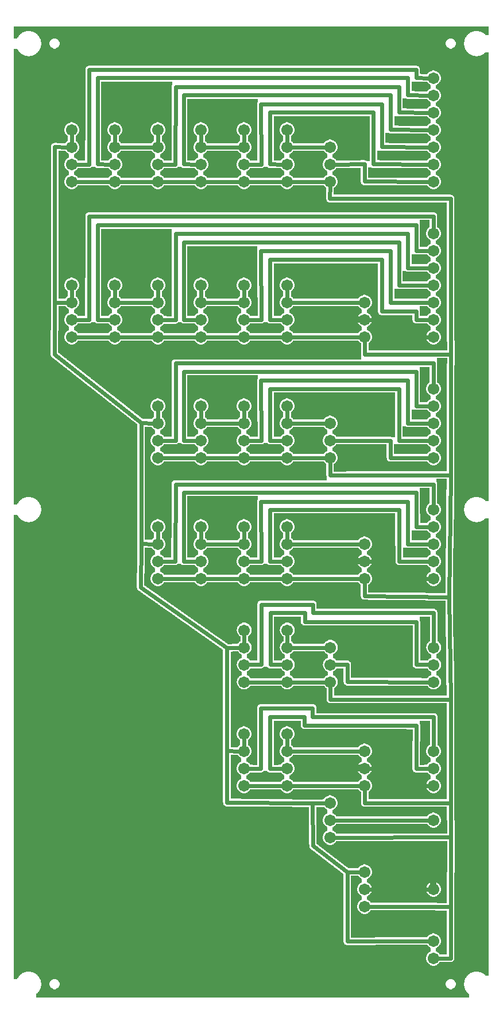
<source format=gbl>
G04 MADE WITH FRITZING*
G04 WWW.FRITZING.ORG*
G04 DOUBLE SIDED*
G04 HOLES PLATED*
G04 CONTOUR ON CENTER OF CONTOUR VECTOR*
%ASAXBY*%
%FSLAX23Y23*%
%MOIN*%
%OFA0B0*%
%SFA1.0B1.0*%
%ADD10C,0.075000*%
%ADD11C,0.067559*%
%ADD12C,0.024000*%
%LNCOPPER0*%
G90*
G70*
G54D10*
X622Y5271D03*
X1122Y5175D03*
X1718Y5078D03*
X729Y4884D03*
X1229Y4884D03*
X1729Y4884D03*
X622Y4418D03*
X1122Y4319D03*
X381Y4642D03*
X449Y3744D03*
X729Y3984D03*
X1229Y3984D03*
X1717Y3984D03*
X1122Y3573D03*
X1724Y3476D03*
X881Y3044D03*
X1229Y3284D03*
X1729Y3284D03*
X1969Y3190D03*
X1122Y2873D03*
X1727Y2770D03*
X2570Y5414D03*
X1229Y2584D03*
X1717Y2584D03*
X1937Y2149D03*
X1731Y1984D03*
X1874Y2344D03*
X1363Y1665D03*
X1717Y1384D03*
X2116Y850D03*
G54D11*
X2475Y368D03*
X2475Y268D03*
X2075Y4068D03*
X2075Y3968D03*
X2075Y3868D03*
X1875Y4968D03*
X1875Y4868D03*
X1875Y4768D03*
X1375Y1568D03*
X1375Y1468D03*
X1375Y1368D03*
X1375Y1268D03*
X1625Y1568D03*
X1625Y1468D03*
X1625Y1368D03*
X1625Y1268D03*
X1626Y2169D03*
X1626Y2069D03*
X1626Y1969D03*
X1626Y1869D03*
X1376Y2169D03*
X1376Y2069D03*
X1376Y1969D03*
X1376Y1869D03*
X1125Y2768D03*
X1125Y2668D03*
X1125Y2568D03*
X1125Y2468D03*
X1625Y2768D03*
X1625Y2668D03*
X1625Y2568D03*
X1625Y2468D03*
X1375Y2768D03*
X1375Y2668D03*
X1375Y2568D03*
X1375Y2468D03*
X875Y2768D03*
X875Y2668D03*
X875Y2568D03*
X875Y2468D03*
X1625Y3468D03*
X1625Y3368D03*
X1625Y3268D03*
X1625Y3168D03*
X875Y3468D03*
X875Y3368D03*
X875Y3268D03*
X875Y3168D03*
X1125Y3468D03*
X1125Y3368D03*
X1125Y3268D03*
X1125Y3168D03*
X1375Y3468D03*
X1375Y3368D03*
X1375Y3268D03*
X1375Y3168D03*
X375Y4168D03*
X375Y4068D03*
X375Y3968D03*
X375Y3868D03*
X1625Y4168D03*
X1625Y4068D03*
X1625Y3968D03*
X1625Y3868D03*
X625Y4168D03*
X625Y4068D03*
X625Y3968D03*
X625Y3868D03*
X1375Y4168D03*
X1375Y4068D03*
X1375Y3968D03*
X1375Y3868D03*
X875Y4168D03*
X875Y4068D03*
X875Y3968D03*
X875Y3868D03*
X1125Y4168D03*
X1125Y4068D03*
X1125Y3968D03*
X1125Y3868D03*
X375Y5068D03*
X375Y4968D03*
X375Y4868D03*
X375Y4768D03*
X625Y5068D03*
X625Y4968D03*
X625Y4868D03*
X625Y4768D03*
X875Y5068D03*
X875Y4968D03*
X875Y4868D03*
X875Y4768D03*
X1125Y5068D03*
X1125Y4968D03*
X1125Y4868D03*
X1125Y4768D03*
X1375Y5068D03*
X1375Y4968D03*
X1375Y4868D03*
X1375Y4768D03*
X1625Y5068D03*
X1625Y4968D03*
X1625Y4868D03*
X1625Y4768D03*
X2475Y5368D03*
X2475Y5268D03*
X2475Y5168D03*
X2475Y5068D03*
X2475Y4968D03*
X2475Y4868D03*
X2475Y4768D03*
X2475Y1068D03*
X2475Y2868D03*
X2475Y2768D03*
X2475Y2668D03*
X2475Y2568D03*
X2475Y2468D03*
X2475Y4468D03*
X2475Y4368D03*
X2475Y4268D03*
X2475Y4168D03*
X2475Y4068D03*
X2475Y3968D03*
X2475Y3868D03*
X2475Y3568D03*
X2475Y3468D03*
X2475Y3368D03*
X2475Y3268D03*
X2475Y3168D03*
X2475Y1468D03*
X2475Y1368D03*
X2475Y1268D03*
X2475Y668D03*
X2476Y2069D03*
X2476Y1969D03*
X2476Y1869D03*
X1875Y3368D03*
X1875Y3268D03*
X1875Y3168D03*
X2075Y2668D03*
X2075Y2568D03*
X2075Y2468D03*
X1876Y2069D03*
X1876Y1969D03*
X1876Y1869D03*
X2075Y1468D03*
X2075Y1368D03*
X2075Y1268D03*
X1875Y1168D03*
X1875Y1068D03*
X1875Y968D03*
X2075Y768D03*
X2075Y668D03*
X2075Y568D03*
G54D12*
X2074Y2368D02*
X2075Y2443D01*
D02*
X2566Y2362D02*
X2074Y2368D01*
D02*
X650Y4968D02*
X850Y4968D01*
D02*
X1150Y4968D02*
X1350Y4968D01*
D02*
X1650Y4968D02*
X1850Y4968D01*
D02*
X1375Y4993D02*
X1375Y5043D01*
D02*
X1625Y4993D02*
X1625Y5043D01*
D02*
X1617Y5066D02*
X1625Y5068D01*
D02*
X1650Y4768D02*
X1850Y4768D01*
D02*
X600Y4768D02*
X400Y4768D01*
D02*
X650Y4768D02*
X850Y4768D01*
D02*
X900Y4768D02*
X1100Y4768D01*
D02*
X1125Y4993D02*
X1125Y5043D01*
D02*
X875Y4993D02*
X875Y5043D01*
D02*
X625Y4993D02*
X625Y5043D01*
D02*
X375Y4993D02*
X375Y5043D01*
D02*
X2050Y3868D02*
X1650Y3868D01*
D02*
X1600Y3868D02*
X1400Y3868D01*
D02*
X1350Y3868D02*
X1150Y3868D01*
D02*
X1100Y3868D02*
X900Y3868D01*
D02*
X850Y3868D02*
X650Y3868D01*
D02*
X600Y3868D02*
X400Y3868D01*
D02*
X375Y4093D02*
X375Y4143D01*
D02*
X625Y4093D02*
X625Y4143D01*
D02*
X650Y4068D02*
X850Y4068D01*
D02*
X875Y4093D02*
X875Y4143D01*
D02*
X1125Y4093D02*
X1125Y4143D01*
D02*
X1150Y4068D02*
X1350Y4068D01*
D02*
X1375Y4093D02*
X1375Y4143D01*
D02*
X1625Y4093D02*
X1625Y4143D01*
D02*
X1650Y4068D02*
X2050Y4068D01*
D02*
X1850Y3168D02*
X1650Y3168D01*
D02*
X1600Y3168D02*
X1400Y3168D01*
D02*
X1350Y3168D02*
X1150Y3168D01*
D02*
X1100Y3168D02*
X900Y3168D01*
D02*
X875Y3393D02*
X875Y3443D01*
D02*
X1125Y3393D02*
X1125Y3443D01*
D02*
X1150Y3368D02*
X1350Y3368D01*
D02*
X1375Y3393D02*
X1375Y3443D01*
D02*
X1625Y3393D02*
X1625Y3443D01*
D02*
X1650Y3368D02*
X1850Y3368D01*
D02*
X875Y2693D02*
X875Y2743D01*
D02*
X1125Y2693D02*
X1125Y2743D01*
D02*
X1150Y2668D02*
X1350Y2668D01*
D02*
X1375Y2693D02*
X1375Y2743D01*
D02*
X1625Y2693D02*
X1625Y2743D01*
D02*
X1650Y2668D02*
X2050Y2668D01*
D02*
X2050Y2468D02*
X1650Y2468D01*
D02*
X1600Y2468D02*
X1400Y2468D01*
D02*
X1350Y2468D02*
X1150Y2468D01*
D02*
X1100Y2468D02*
X900Y2468D01*
D02*
X1376Y2094D02*
X1376Y2144D01*
D02*
X1626Y2094D02*
X1626Y2144D01*
D02*
X1651Y2069D02*
X1851Y2069D01*
D02*
X1851Y1869D02*
X1651Y1869D01*
D02*
X1601Y1869D02*
X1401Y1869D01*
D02*
X2050Y1268D02*
X1650Y1268D01*
D02*
X1600Y1268D02*
X1400Y1268D01*
D02*
X1275Y1470D02*
X1350Y1469D01*
D02*
X1375Y1493D02*
X1375Y1543D01*
D02*
X1625Y1493D02*
X1625Y1543D01*
D02*
X1650Y1468D02*
X2050Y1468D01*
D02*
X2450Y1068D02*
X1900Y1068D01*
D02*
X2226Y4369D02*
X1473Y4369D01*
D02*
X1473Y4369D02*
X1476Y3969D01*
D02*
X2226Y4069D02*
X2226Y4369D01*
D02*
X1476Y3969D02*
X1400Y3968D01*
D02*
X2450Y4068D02*
X2226Y4069D01*
D02*
X2374Y4369D02*
X2374Y4517D01*
D02*
X2374Y4517D02*
X524Y4517D01*
D02*
X2450Y4368D02*
X2374Y4369D01*
D02*
X524Y4517D02*
X524Y3969D01*
D02*
X524Y3969D02*
X600Y3968D01*
D02*
X2174Y4970D02*
X2174Y5218D01*
D02*
X2174Y5218D02*
X1473Y5218D01*
D02*
X2450Y4968D02*
X2174Y4970D01*
D02*
X1473Y5218D02*
X1474Y4868D01*
D02*
X1474Y4868D02*
X1400Y4868D01*
D02*
X1974Y367D02*
X2450Y368D01*
D02*
X1974Y768D02*
X1974Y367D01*
D02*
X1974Y768D02*
X2050Y768D01*
D02*
X1775Y920D02*
X1974Y768D01*
D02*
X1773Y1167D02*
X1775Y920D01*
D02*
X1773Y1167D02*
X1850Y1168D01*
D02*
X1275Y1170D02*
X1275Y1470D01*
D02*
X1275Y1470D02*
X1275Y2067D01*
D02*
X1773Y1167D02*
X1275Y1170D01*
D02*
X1275Y2067D02*
X774Y2418D01*
D02*
X1275Y2067D02*
X1351Y2069D01*
D02*
X774Y2418D02*
X777Y2671D01*
D02*
X777Y2671D02*
X779Y3372D01*
D02*
X777Y2671D02*
X850Y2669D01*
D02*
X779Y3372D02*
X274Y3768D01*
D02*
X779Y3372D02*
X850Y3369D01*
D02*
X274Y3768D02*
X276Y4069D01*
D02*
X276Y4069D02*
X276Y4970D01*
D02*
X276Y4069D02*
X350Y4068D01*
D02*
X276Y4970D02*
X350Y4969D01*
D02*
X2174Y4317D02*
X2174Y4017D01*
D02*
X2374Y3969D02*
X2450Y3968D01*
D02*
X2374Y4017D02*
X2374Y3969D01*
D02*
X2174Y4017D02*
X2374Y4017D01*
D02*
X1525Y4317D02*
X2174Y4317D01*
D02*
X1525Y3969D02*
X1525Y4317D01*
D02*
X1600Y3968D02*
X1525Y3969D01*
D02*
X2100Y668D02*
X2175Y669D01*
D02*
X2175Y669D02*
X2450Y668D01*
D02*
X2376Y2768D02*
X2374Y2968D01*
D02*
X2374Y2968D02*
X1025Y2968D01*
D02*
X2450Y2768D02*
X2376Y2768D01*
D02*
X1025Y2968D02*
X1025Y2568D01*
D02*
X1025Y2568D02*
X1100Y2568D01*
D02*
X1773Y1667D02*
X1773Y1719D01*
D02*
X1773Y1719D02*
X1473Y1719D01*
D02*
X2476Y1667D02*
X1773Y1667D01*
D02*
X1473Y1719D02*
X1473Y1367D01*
D02*
X2475Y1493D02*
X2476Y1667D01*
D02*
X1473Y1367D02*
X1400Y1368D01*
D02*
X2374Y1367D02*
X2376Y1617D01*
D02*
X1725Y1667D02*
X1525Y1667D01*
D02*
X1725Y1619D02*
X1725Y1667D01*
D02*
X2376Y1617D02*
X1725Y1619D01*
D02*
X2450Y1368D02*
X2374Y1367D01*
D02*
X1525Y1667D02*
X1525Y1367D01*
D02*
X1525Y1367D02*
X1600Y1368D01*
D02*
X2174Y1267D02*
X2450Y1268D01*
D02*
X2174Y1367D02*
X2174Y1267D01*
D02*
X2100Y1368D02*
X2174Y1367D01*
D02*
X2274Y2868D02*
X1525Y2868D01*
D02*
X1525Y2868D02*
X1525Y2568D01*
D02*
X1525Y2568D02*
X1600Y2568D01*
D02*
X2276Y2568D02*
X2274Y2868D01*
D02*
X2450Y2568D02*
X2276Y2568D01*
D02*
X475Y4868D02*
X476Y5418D01*
D02*
X2374Y5370D02*
X2450Y5369D01*
D02*
X2374Y5418D02*
X2374Y5370D01*
D02*
X476Y5418D02*
X2374Y5418D01*
D02*
X400Y4868D02*
X475Y4868D01*
D02*
X2177Y3866D02*
X2450Y3868D01*
D02*
X2174Y3969D02*
X2177Y3866D01*
D02*
X2100Y3968D02*
X2174Y3969D01*
D02*
X2274Y3268D02*
X2274Y3569D01*
D02*
X2274Y3569D02*
X1525Y3569D01*
D02*
X2450Y3268D02*
X2274Y3268D01*
D02*
X1525Y3569D02*
X1525Y3268D01*
D02*
X1525Y3268D02*
X1600Y3268D01*
D02*
X2374Y3469D02*
X2374Y3669D01*
D02*
X2374Y3669D02*
X1025Y3669D01*
D02*
X2450Y3468D02*
X2374Y3469D01*
D02*
X1025Y3669D02*
X1025Y3268D01*
D02*
X1025Y3268D02*
X1100Y3268D01*
D02*
X2474Y3717D02*
X977Y3717D01*
D02*
X2475Y3593D02*
X2474Y3717D01*
D02*
X977Y3717D02*
X977Y3268D01*
D02*
X977Y3268D02*
X900Y3268D01*
D02*
X1474Y1971D02*
X1401Y1970D01*
D02*
X1474Y2319D02*
X1474Y1971D01*
D02*
X1775Y2271D02*
X1775Y2319D01*
D02*
X1775Y2319D02*
X1474Y2319D01*
D02*
X2475Y2271D02*
X1775Y2271D01*
D02*
X2476Y2094D02*
X2475Y2271D01*
D02*
X2375Y2219D02*
X1727Y2219D01*
D02*
X1727Y2219D02*
X1727Y2271D01*
D02*
X2375Y1971D02*
X2375Y2219D01*
D02*
X1727Y2271D02*
X1527Y2271D01*
D02*
X2451Y1970D02*
X2375Y1971D01*
D02*
X1527Y2271D02*
X1527Y1971D01*
D02*
X1527Y1971D02*
X1601Y1970D01*
D02*
X2226Y5070D02*
X2226Y5270D01*
D02*
X2226Y5270D02*
X1025Y5270D01*
D02*
X2450Y5068D02*
X2226Y5070D01*
D02*
X1025Y5270D02*
X1025Y4870D01*
D02*
X1025Y4870D02*
X1100Y4869D01*
D02*
X1150Y4768D02*
X1350Y4768D01*
D02*
X2225Y3168D02*
X2450Y3168D01*
D02*
X2225Y3268D02*
X2225Y3168D01*
D02*
X1900Y3268D02*
X2225Y3268D01*
D02*
X2326Y5270D02*
X2326Y5370D01*
D02*
X2326Y5370D02*
X524Y5370D01*
D02*
X2450Y5268D02*
X2326Y5270D01*
D02*
X524Y5370D02*
X524Y4870D01*
D02*
X524Y4870D02*
X600Y4869D01*
D02*
X1900Y4868D02*
X2074Y4870D01*
D02*
X2074Y4870D02*
X2074Y4770D01*
D02*
X2074Y4770D02*
X2450Y4768D01*
D02*
X2126Y4870D02*
X2126Y5170D01*
D02*
X2126Y5170D02*
X1525Y5170D01*
D02*
X2450Y4868D02*
X2126Y4870D01*
D02*
X1525Y5170D02*
X1525Y4870D01*
D02*
X1525Y4870D02*
X1600Y4869D01*
D02*
X2326Y2668D02*
X2326Y2916D01*
D02*
X2326Y2916D02*
X1473Y2916D01*
D02*
X2450Y2668D02*
X2326Y2668D01*
D02*
X1473Y2916D02*
X1475Y2568D01*
D02*
X1475Y2568D02*
X1400Y2568D01*
D02*
X2325Y3369D02*
X2326Y3617D01*
D02*
X2326Y3617D02*
X1473Y3617D01*
D02*
X2450Y3368D02*
X2325Y3369D01*
D02*
X1473Y3617D02*
X1476Y3268D01*
D02*
X1476Y3268D02*
X1400Y3268D01*
D02*
X2274Y4169D02*
X2274Y4417D01*
D02*
X2274Y4417D02*
X1025Y4417D01*
D02*
X2450Y4168D02*
X2274Y4169D01*
D02*
X1025Y4417D02*
X1025Y3969D01*
D02*
X1025Y3969D02*
X1100Y3968D01*
D02*
X2574Y269D02*
X2500Y268D01*
D02*
X2574Y567D02*
X2574Y269D01*
D02*
X2574Y567D02*
X2100Y568D01*
D02*
X2576Y970D02*
X2574Y567D01*
D02*
X2576Y970D02*
X2574Y1168D01*
D02*
X2574Y1168D02*
X2574Y1768D01*
D02*
X1900Y968D02*
X2576Y970D01*
D02*
X2574Y1768D02*
X1875Y1768D01*
D02*
X2076Y1168D02*
X2574Y1168D01*
D02*
X2075Y1243D02*
X2076Y1168D01*
D02*
X1875Y1768D02*
X1876Y1844D01*
D02*
X2566Y2362D02*
X2574Y1768D01*
D02*
X2574Y3068D02*
X2566Y2362D01*
D02*
X2574Y3068D02*
X1875Y3067D01*
D02*
X1875Y3067D02*
X1875Y3143D01*
D02*
X2575Y3768D02*
X2574Y3068D01*
D02*
X2076Y3768D02*
X2575Y3768D01*
D02*
X2575Y3768D02*
X2574Y4670D01*
D02*
X2075Y3843D02*
X2076Y3768D01*
D02*
X2574Y4670D02*
X1873Y4670D01*
D02*
X1873Y4670D02*
X1875Y4743D01*
D02*
X1400Y4768D02*
X1600Y4768D01*
D02*
X1975Y1871D02*
X2451Y1869D01*
D02*
X1975Y1971D02*
X1975Y1871D01*
D02*
X1901Y1970D02*
X1975Y1971D01*
D02*
X977Y3967D02*
X900Y3968D01*
D02*
X977Y4469D02*
X977Y3967D01*
D02*
X2326Y4269D02*
X2326Y4469D01*
D02*
X2326Y4469D02*
X977Y4469D01*
D02*
X2450Y4268D02*
X2326Y4269D01*
D02*
X2474Y3016D02*
X977Y3016D01*
D02*
X2475Y2893D02*
X2474Y3016D01*
D02*
X977Y3016D02*
X974Y2568D01*
D02*
X974Y2568D02*
X900Y2568D01*
D02*
X2474Y4569D02*
X2475Y4493D01*
D02*
X476Y4569D02*
X2474Y4569D01*
D02*
X474Y3969D02*
X476Y4569D01*
D02*
X400Y3968D02*
X474Y3969D01*
D02*
X2226Y2468D02*
X2450Y2468D01*
D02*
X2226Y2568D02*
X2226Y2468D01*
D02*
X2100Y2568D02*
X2226Y2568D01*
D02*
X2274Y5170D02*
X2274Y5318D01*
D02*
X2274Y5318D02*
X977Y5318D01*
D02*
X2450Y5168D02*
X2274Y5170D01*
D02*
X977Y5318D02*
X976Y4868D01*
D02*
X976Y4868D02*
X900Y4868D01*
G36*
X546Y5349D02*
X546Y5113D01*
X880Y5113D01*
X880Y5111D01*
X886Y5111D01*
X886Y5109D01*
X892Y5109D01*
X892Y5107D01*
X896Y5107D01*
X896Y5105D01*
X898Y5105D01*
X898Y5103D01*
X900Y5103D01*
X900Y5101D01*
X904Y5101D01*
X904Y5099D01*
X906Y5099D01*
X906Y5097D01*
X908Y5097D01*
X908Y5093D01*
X910Y5093D01*
X910Y5091D01*
X912Y5091D01*
X912Y5087D01*
X914Y5087D01*
X914Y5085D01*
X916Y5085D01*
X916Y5079D01*
X918Y5079D01*
X918Y5059D01*
X916Y5059D01*
X916Y5053D01*
X914Y5053D01*
X914Y5049D01*
X912Y5049D01*
X912Y5047D01*
X910Y5047D01*
X910Y5043D01*
X908Y5043D01*
X908Y5041D01*
X906Y5041D01*
X906Y5039D01*
X904Y5039D01*
X904Y5037D01*
X902Y5037D01*
X902Y5035D01*
X900Y5035D01*
X900Y5033D01*
X898Y5033D01*
X898Y5003D01*
X900Y5003D01*
X900Y5001D01*
X904Y5001D01*
X904Y4999D01*
X906Y4999D01*
X906Y4997D01*
X908Y4997D01*
X908Y4993D01*
X910Y4993D01*
X910Y4991D01*
X912Y4991D01*
X912Y4987D01*
X914Y4987D01*
X914Y4985D01*
X916Y4985D01*
X916Y4979D01*
X918Y4979D01*
X918Y4959D01*
X916Y4959D01*
X916Y4953D01*
X914Y4953D01*
X914Y4949D01*
X912Y4949D01*
X912Y4947D01*
X910Y4947D01*
X910Y4943D01*
X908Y4943D01*
X908Y4941D01*
X906Y4941D01*
X906Y4939D01*
X904Y4939D01*
X904Y4937D01*
X902Y4937D01*
X902Y4935D01*
X900Y4935D01*
X900Y4933D01*
X896Y4933D01*
X896Y4931D01*
X894Y4931D01*
X894Y4929D01*
X890Y4929D01*
X890Y4909D01*
X892Y4909D01*
X892Y4907D01*
X896Y4907D01*
X896Y4905D01*
X898Y4905D01*
X898Y4903D01*
X900Y4903D01*
X900Y4901D01*
X904Y4901D01*
X904Y4899D01*
X906Y4899D01*
X906Y4897D01*
X908Y4897D01*
X908Y4893D01*
X910Y4893D01*
X910Y4891D01*
X954Y4891D01*
X954Y5321D01*
X956Y5321D01*
X956Y5329D01*
X958Y5329D01*
X958Y5349D01*
X546Y5349D01*
G37*
D02*
G36*
X546Y5113D02*
X546Y4891D01*
X590Y4891D01*
X590Y4893D01*
X592Y4893D01*
X592Y4897D01*
X594Y4897D01*
X594Y4899D01*
X596Y4899D01*
X596Y4901D01*
X600Y4901D01*
X600Y4903D01*
X602Y4903D01*
X602Y4905D01*
X604Y4905D01*
X604Y4907D01*
X608Y4907D01*
X608Y4909D01*
X610Y4909D01*
X610Y4929D01*
X606Y4929D01*
X606Y4931D01*
X604Y4931D01*
X604Y4933D01*
X600Y4933D01*
X600Y4935D01*
X598Y4935D01*
X598Y4937D01*
X596Y4937D01*
X596Y4939D01*
X594Y4939D01*
X594Y4941D01*
X592Y4941D01*
X592Y4943D01*
X590Y4943D01*
X590Y4947D01*
X588Y4947D01*
X588Y4949D01*
X586Y4949D01*
X586Y4953D01*
X584Y4953D01*
X584Y4959D01*
X582Y4959D01*
X582Y4979D01*
X584Y4979D01*
X584Y4985D01*
X586Y4985D01*
X586Y4987D01*
X588Y4987D01*
X588Y4991D01*
X590Y4991D01*
X590Y4993D01*
X592Y4993D01*
X592Y4997D01*
X594Y4997D01*
X594Y4999D01*
X596Y4999D01*
X596Y5001D01*
X600Y5001D01*
X600Y5003D01*
X602Y5003D01*
X602Y5033D01*
X600Y5033D01*
X600Y5035D01*
X598Y5035D01*
X598Y5037D01*
X596Y5037D01*
X596Y5039D01*
X594Y5039D01*
X594Y5041D01*
X592Y5041D01*
X592Y5043D01*
X590Y5043D01*
X590Y5047D01*
X588Y5047D01*
X588Y5049D01*
X586Y5049D01*
X586Y5053D01*
X584Y5053D01*
X584Y5059D01*
X582Y5059D01*
X582Y5079D01*
X584Y5079D01*
X584Y5085D01*
X586Y5085D01*
X586Y5087D01*
X588Y5087D01*
X588Y5091D01*
X590Y5091D01*
X590Y5093D01*
X592Y5093D01*
X592Y5097D01*
X594Y5097D01*
X594Y5099D01*
X596Y5099D01*
X596Y5101D01*
X600Y5101D01*
X600Y5103D01*
X602Y5103D01*
X602Y5105D01*
X604Y5105D01*
X604Y5107D01*
X608Y5107D01*
X608Y5109D01*
X614Y5109D01*
X614Y5111D01*
X620Y5111D01*
X620Y5113D01*
X546Y5113D01*
G37*
D02*
G36*
X630Y5113D02*
X630Y5111D01*
X636Y5111D01*
X636Y5109D01*
X642Y5109D01*
X642Y5107D01*
X646Y5107D01*
X646Y5105D01*
X648Y5105D01*
X648Y5103D01*
X650Y5103D01*
X650Y5101D01*
X654Y5101D01*
X654Y5099D01*
X656Y5099D01*
X656Y5097D01*
X658Y5097D01*
X658Y5093D01*
X660Y5093D01*
X660Y5091D01*
X662Y5091D01*
X662Y5087D01*
X664Y5087D01*
X664Y5085D01*
X666Y5085D01*
X666Y5079D01*
X668Y5079D01*
X668Y5059D01*
X666Y5059D01*
X666Y5053D01*
X664Y5053D01*
X664Y5049D01*
X662Y5049D01*
X662Y5047D01*
X660Y5047D01*
X660Y5043D01*
X658Y5043D01*
X658Y5041D01*
X656Y5041D01*
X656Y5039D01*
X654Y5039D01*
X654Y5037D01*
X652Y5037D01*
X652Y5035D01*
X650Y5035D01*
X650Y5033D01*
X648Y5033D01*
X648Y5003D01*
X650Y5003D01*
X650Y5001D01*
X654Y5001D01*
X654Y4999D01*
X656Y4999D01*
X656Y4997D01*
X658Y4997D01*
X658Y4993D01*
X660Y4993D01*
X660Y4991D01*
X840Y4991D01*
X840Y4993D01*
X842Y4993D01*
X842Y4997D01*
X844Y4997D01*
X844Y4999D01*
X846Y4999D01*
X846Y5001D01*
X850Y5001D01*
X850Y5003D01*
X852Y5003D01*
X852Y5033D01*
X850Y5033D01*
X850Y5035D01*
X848Y5035D01*
X848Y5037D01*
X846Y5037D01*
X846Y5039D01*
X844Y5039D01*
X844Y5041D01*
X842Y5041D01*
X842Y5043D01*
X840Y5043D01*
X840Y5047D01*
X838Y5047D01*
X838Y5049D01*
X836Y5049D01*
X836Y5053D01*
X834Y5053D01*
X834Y5059D01*
X832Y5059D01*
X832Y5079D01*
X834Y5079D01*
X834Y5085D01*
X836Y5085D01*
X836Y5087D01*
X838Y5087D01*
X838Y5091D01*
X840Y5091D01*
X840Y5093D01*
X842Y5093D01*
X842Y5097D01*
X844Y5097D01*
X844Y5099D01*
X846Y5099D01*
X846Y5101D01*
X850Y5101D01*
X850Y5103D01*
X852Y5103D01*
X852Y5105D01*
X854Y5105D01*
X854Y5107D01*
X858Y5107D01*
X858Y5109D01*
X864Y5109D01*
X864Y5111D01*
X870Y5111D01*
X870Y5113D01*
X630Y5113D01*
G37*
D02*
G36*
X2348Y5349D02*
X2348Y5293D01*
X2364Y5293D01*
X2364Y5291D01*
X2440Y5291D01*
X2440Y5293D01*
X2442Y5293D01*
X2442Y5297D01*
X2444Y5297D01*
X2444Y5299D01*
X2446Y5299D01*
X2446Y5301D01*
X2450Y5301D01*
X2450Y5303D01*
X2452Y5303D01*
X2452Y5305D01*
X2454Y5305D01*
X2454Y5307D01*
X2458Y5307D01*
X2458Y5309D01*
X2460Y5309D01*
X2460Y5329D01*
X2456Y5329D01*
X2456Y5331D01*
X2454Y5331D01*
X2454Y5333D01*
X2450Y5333D01*
X2450Y5335D01*
X2448Y5335D01*
X2448Y5337D01*
X2446Y5337D01*
X2446Y5339D01*
X2444Y5339D01*
X2444Y5341D01*
X2442Y5341D01*
X2442Y5343D01*
X2440Y5343D01*
X2440Y5347D01*
X2402Y5347D01*
X2402Y5349D01*
X2348Y5349D01*
G37*
D02*
G36*
X2296Y5251D02*
X2296Y5193D01*
X2318Y5193D01*
X2318Y5191D01*
X2440Y5191D01*
X2440Y5193D01*
X2442Y5193D01*
X2442Y5197D01*
X2444Y5197D01*
X2444Y5199D01*
X2446Y5199D01*
X2446Y5201D01*
X2450Y5201D01*
X2450Y5203D01*
X2452Y5203D01*
X2452Y5205D01*
X2454Y5205D01*
X2454Y5207D01*
X2458Y5207D01*
X2458Y5209D01*
X2460Y5209D01*
X2460Y5229D01*
X2456Y5229D01*
X2456Y5231D01*
X2454Y5231D01*
X2454Y5233D01*
X2450Y5233D01*
X2450Y5235D01*
X2448Y5235D01*
X2448Y5237D01*
X2446Y5237D01*
X2446Y5239D01*
X2444Y5239D01*
X2444Y5241D01*
X2442Y5241D01*
X2442Y5243D01*
X2440Y5243D01*
X2440Y5247D01*
X2362Y5247D01*
X2362Y5249D01*
X2318Y5249D01*
X2318Y5251D01*
X2296Y5251D01*
G37*
D02*
G36*
X1046Y5249D02*
X1046Y5113D01*
X1380Y5113D01*
X1380Y5111D01*
X1386Y5111D01*
X1386Y5109D01*
X1392Y5109D01*
X1392Y5107D01*
X1396Y5107D01*
X1396Y5105D01*
X1398Y5105D01*
X1398Y5103D01*
X1400Y5103D01*
X1400Y5101D01*
X1404Y5101D01*
X1404Y5099D01*
X1406Y5099D01*
X1406Y5097D01*
X1408Y5097D01*
X1408Y5093D01*
X1410Y5093D01*
X1410Y5091D01*
X1412Y5091D01*
X1412Y5087D01*
X1414Y5087D01*
X1414Y5085D01*
X1416Y5085D01*
X1416Y5079D01*
X1418Y5079D01*
X1418Y5059D01*
X1416Y5059D01*
X1416Y5053D01*
X1414Y5053D01*
X1414Y5049D01*
X1412Y5049D01*
X1412Y5047D01*
X1410Y5047D01*
X1410Y5043D01*
X1408Y5043D01*
X1408Y5041D01*
X1406Y5041D01*
X1406Y5039D01*
X1404Y5039D01*
X1404Y5037D01*
X1402Y5037D01*
X1402Y5035D01*
X1400Y5035D01*
X1400Y5033D01*
X1398Y5033D01*
X1398Y5003D01*
X1400Y5003D01*
X1400Y5001D01*
X1404Y5001D01*
X1404Y4999D01*
X1406Y4999D01*
X1406Y4997D01*
X1408Y4997D01*
X1408Y4993D01*
X1410Y4993D01*
X1410Y4991D01*
X1412Y4991D01*
X1412Y4987D01*
X1414Y4987D01*
X1414Y4985D01*
X1416Y4985D01*
X1416Y4979D01*
X1418Y4979D01*
X1418Y4959D01*
X1416Y4959D01*
X1416Y4953D01*
X1414Y4953D01*
X1414Y4949D01*
X1412Y4949D01*
X1412Y4947D01*
X1410Y4947D01*
X1410Y4943D01*
X1408Y4943D01*
X1408Y4941D01*
X1406Y4941D01*
X1406Y4939D01*
X1404Y4939D01*
X1404Y4937D01*
X1402Y4937D01*
X1402Y4935D01*
X1400Y4935D01*
X1400Y4933D01*
X1396Y4933D01*
X1396Y4931D01*
X1394Y4931D01*
X1394Y4929D01*
X1390Y4929D01*
X1390Y4909D01*
X1392Y4909D01*
X1392Y4907D01*
X1396Y4907D01*
X1396Y4905D01*
X1398Y4905D01*
X1398Y4903D01*
X1400Y4903D01*
X1400Y4901D01*
X1404Y4901D01*
X1404Y4899D01*
X1406Y4899D01*
X1406Y4897D01*
X1408Y4897D01*
X1408Y4893D01*
X1410Y4893D01*
X1410Y4891D01*
X1452Y4891D01*
X1452Y5227D01*
X1454Y5227D01*
X1454Y5249D01*
X1046Y5249D01*
G37*
D02*
G36*
X1046Y5113D02*
X1046Y4891D01*
X1090Y4891D01*
X1090Y4893D01*
X1092Y4893D01*
X1092Y4897D01*
X1094Y4897D01*
X1094Y4899D01*
X1096Y4899D01*
X1096Y4901D01*
X1100Y4901D01*
X1100Y4903D01*
X1102Y4903D01*
X1102Y4905D01*
X1104Y4905D01*
X1104Y4907D01*
X1108Y4907D01*
X1108Y4909D01*
X1110Y4909D01*
X1110Y4929D01*
X1106Y4929D01*
X1106Y4931D01*
X1104Y4931D01*
X1104Y4933D01*
X1100Y4933D01*
X1100Y4935D01*
X1098Y4935D01*
X1098Y4937D01*
X1096Y4937D01*
X1096Y4939D01*
X1094Y4939D01*
X1094Y4941D01*
X1092Y4941D01*
X1092Y4943D01*
X1090Y4943D01*
X1090Y4947D01*
X1088Y4947D01*
X1088Y4949D01*
X1086Y4949D01*
X1086Y4953D01*
X1084Y4953D01*
X1084Y4959D01*
X1082Y4959D01*
X1082Y4979D01*
X1084Y4979D01*
X1084Y4985D01*
X1086Y4985D01*
X1086Y4987D01*
X1088Y4987D01*
X1088Y4991D01*
X1090Y4991D01*
X1090Y4993D01*
X1092Y4993D01*
X1092Y4997D01*
X1094Y4997D01*
X1094Y4999D01*
X1096Y4999D01*
X1096Y5001D01*
X1100Y5001D01*
X1100Y5003D01*
X1102Y5003D01*
X1102Y5033D01*
X1100Y5033D01*
X1100Y5035D01*
X1098Y5035D01*
X1098Y5037D01*
X1096Y5037D01*
X1096Y5039D01*
X1094Y5039D01*
X1094Y5041D01*
X1092Y5041D01*
X1092Y5043D01*
X1090Y5043D01*
X1090Y5047D01*
X1088Y5047D01*
X1088Y5049D01*
X1086Y5049D01*
X1086Y5053D01*
X1084Y5053D01*
X1084Y5059D01*
X1082Y5059D01*
X1082Y5079D01*
X1084Y5079D01*
X1084Y5085D01*
X1086Y5085D01*
X1086Y5087D01*
X1088Y5087D01*
X1088Y5091D01*
X1090Y5091D01*
X1090Y5093D01*
X1092Y5093D01*
X1092Y5097D01*
X1094Y5097D01*
X1094Y5099D01*
X1096Y5099D01*
X1096Y5101D01*
X1100Y5101D01*
X1100Y5103D01*
X1102Y5103D01*
X1102Y5105D01*
X1104Y5105D01*
X1104Y5107D01*
X1108Y5107D01*
X1108Y5109D01*
X1114Y5109D01*
X1114Y5111D01*
X1120Y5111D01*
X1120Y5113D01*
X1046Y5113D01*
G37*
D02*
G36*
X1130Y5113D02*
X1130Y5111D01*
X1136Y5111D01*
X1136Y5109D01*
X1142Y5109D01*
X1142Y5107D01*
X1146Y5107D01*
X1146Y5105D01*
X1148Y5105D01*
X1148Y5103D01*
X1150Y5103D01*
X1150Y5101D01*
X1154Y5101D01*
X1154Y5099D01*
X1156Y5099D01*
X1156Y5097D01*
X1158Y5097D01*
X1158Y5093D01*
X1160Y5093D01*
X1160Y5091D01*
X1162Y5091D01*
X1162Y5087D01*
X1164Y5087D01*
X1164Y5085D01*
X1166Y5085D01*
X1166Y5079D01*
X1168Y5079D01*
X1168Y5059D01*
X1166Y5059D01*
X1166Y5053D01*
X1164Y5053D01*
X1164Y5049D01*
X1162Y5049D01*
X1162Y5047D01*
X1160Y5047D01*
X1160Y5043D01*
X1158Y5043D01*
X1158Y5041D01*
X1156Y5041D01*
X1156Y5039D01*
X1154Y5039D01*
X1154Y5037D01*
X1152Y5037D01*
X1152Y5035D01*
X1150Y5035D01*
X1150Y5033D01*
X1148Y5033D01*
X1148Y5003D01*
X1150Y5003D01*
X1150Y5001D01*
X1154Y5001D01*
X1154Y4999D01*
X1156Y4999D01*
X1156Y4997D01*
X1158Y4997D01*
X1158Y4993D01*
X1160Y4993D01*
X1160Y4991D01*
X1340Y4991D01*
X1340Y4993D01*
X1342Y4993D01*
X1342Y4997D01*
X1344Y4997D01*
X1344Y4999D01*
X1346Y4999D01*
X1346Y5001D01*
X1350Y5001D01*
X1350Y5003D01*
X1352Y5003D01*
X1352Y5033D01*
X1350Y5033D01*
X1350Y5035D01*
X1348Y5035D01*
X1348Y5037D01*
X1346Y5037D01*
X1346Y5039D01*
X1344Y5039D01*
X1344Y5041D01*
X1342Y5041D01*
X1342Y5043D01*
X1340Y5043D01*
X1340Y5047D01*
X1338Y5047D01*
X1338Y5049D01*
X1336Y5049D01*
X1336Y5053D01*
X1334Y5053D01*
X1334Y5059D01*
X1332Y5059D01*
X1332Y5079D01*
X1334Y5079D01*
X1334Y5085D01*
X1336Y5085D01*
X1336Y5087D01*
X1338Y5087D01*
X1338Y5091D01*
X1340Y5091D01*
X1340Y5093D01*
X1342Y5093D01*
X1342Y5097D01*
X1344Y5097D01*
X1344Y5099D01*
X1346Y5099D01*
X1346Y5101D01*
X1350Y5101D01*
X1350Y5103D01*
X1352Y5103D01*
X1352Y5105D01*
X1354Y5105D01*
X1354Y5107D01*
X1358Y5107D01*
X1358Y5109D01*
X1364Y5109D01*
X1364Y5111D01*
X1370Y5111D01*
X1370Y5113D01*
X1130Y5113D01*
G37*
D02*
G36*
X1548Y5149D02*
X1548Y5113D01*
X1630Y5113D01*
X1630Y5111D01*
X1636Y5111D01*
X1636Y5109D01*
X1642Y5109D01*
X1642Y5107D01*
X1646Y5107D01*
X1646Y5105D01*
X1648Y5105D01*
X1648Y5103D01*
X1650Y5103D01*
X1650Y5101D01*
X1654Y5101D01*
X1654Y5099D01*
X1656Y5099D01*
X1656Y5097D01*
X1658Y5097D01*
X1658Y5093D01*
X1660Y5093D01*
X1660Y5091D01*
X1662Y5091D01*
X1662Y5087D01*
X1664Y5087D01*
X1664Y5085D01*
X1666Y5085D01*
X1666Y5079D01*
X1668Y5079D01*
X1668Y5059D01*
X1666Y5059D01*
X1666Y5053D01*
X1664Y5053D01*
X1664Y5049D01*
X1662Y5049D01*
X1662Y5047D01*
X1660Y5047D01*
X1660Y5043D01*
X1658Y5043D01*
X1658Y5041D01*
X1656Y5041D01*
X1656Y5039D01*
X1654Y5039D01*
X1654Y5037D01*
X1652Y5037D01*
X1652Y5035D01*
X1650Y5035D01*
X1650Y5033D01*
X1648Y5033D01*
X1648Y5013D01*
X1880Y5013D01*
X1880Y5011D01*
X1886Y5011D01*
X1886Y5009D01*
X1892Y5009D01*
X1892Y5007D01*
X1896Y5007D01*
X1896Y5005D01*
X1898Y5005D01*
X1898Y5003D01*
X1900Y5003D01*
X1900Y5001D01*
X1904Y5001D01*
X1904Y4999D01*
X1906Y4999D01*
X1906Y4997D01*
X1908Y4997D01*
X1908Y4993D01*
X1910Y4993D01*
X1910Y4991D01*
X1912Y4991D01*
X1912Y4987D01*
X1914Y4987D01*
X1914Y4985D01*
X1916Y4985D01*
X1916Y4979D01*
X1918Y4979D01*
X1918Y4959D01*
X1916Y4959D01*
X1916Y4953D01*
X1914Y4953D01*
X1914Y4949D01*
X1912Y4949D01*
X1912Y4947D01*
X1910Y4947D01*
X1910Y4943D01*
X1908Y4943D01*
X1908Y4941D01*
X1906Y4941D01*
X1906Y4939D01*
X1904Y4939D01*
X1904Y4937D01*
X1902Y4937D01*
X1902Y4935D01*
X1900Y4935D01*
X1900Y4933D01*
X1896Y4933D01*
X1896Y4931D01*
X1894Y4931D01*
X1894Y4929D01*
X1890Y4929D01*
X1890Y4909D01*
X1892Y4909D01*
X1892Y4907D01*
X1896Y4907D01*
X1896Y4905D01*
X1898Y4905D01*
X1898Y4903D01*
X1900Y4903D01*
X1900Y4901D01*
X1904Y4901D01*
X1904Y4899D01*
X1906Y4899D01*
X1906Y4897D01*
X1908Y4897D01*
X1908Y4893D01*
X2076Y4893D01*
X2076Y4891D01*
X2084Y4891D01*
X2084Y4889D01*
X2104Y4889D01*
X2104Y5149D01*
X1548Y5149D01*
G37*
D02*
G36*
X1548Y5113D02*
X1548Y4891D01*
X1590Y4891D01*
X1590Y4893D01*
X1592Y4893D01*
X1592Y4897D01*
X1594Y4897D01*
X1594Y4899D01*
X1596Y4899D01*
X1596Y4901D01*
X1600Y4901D01*
X1600Y4903D01*
X1602Y4903D01*
X1602Y4905D01*
X1604Y4905D01*
X1604Y4907D01*
X1608Y4907D01*
X1608Y4909D01*
X1610Y4909D01*
X1610Y4929D01*
X1606Y4929D01*
X1606Y4931D01*
X1604Y4931D01*
X1604Y4933D01*
X1600Y4933D01*
X1600Y4935D01*
X1598Y4935D01*
X1598Y4937D01*
X1596Y4937D01*
X1596Y4939D01*
X1594Y4939D01*
X1594Y4941D01*
X1592Y4941D01*
X1592Y4943D01*
X1590Y4943D01*
X1590Y4947D01*
X1588Y4947D01*
X1588Y4949D01*
X1586Y4949D01*
X1586Y4953D01*
X1584Y4953D01*
X1584Y4959D01*
X1582Y4959D01*
X1582Y4979D01*
X1584Y4979D01*
X1584Y4985D01*
X1586Y4985D01*
X1586Y4987D01*
X1588Y4987D01*
X1588Y4991D01*
X1590Y4991D01*
X1590Y4993D01*
X1592Y4993D01*
X1592Y4997D01*
X1594Y4997D01*
X1594Y4999D01*
X1596Y4999D01*
X1596Y5001D01*
X1600Y5001D01*
X1600Y5003D01*
X1602Y5003D01*
X1602Y5033D01*
X1600Y5033D01*
X1600Y5035D01*
X1598Y5035D01*
X1598Y5037D01*
X1596Y5037D01*
X1596Y5039D01*
X1594Y5039D01*
X1594Y5041D01*
X1592Y5041D01*
X1592Y5043D01*
X1590Y5043D01*
X1590Y5047D01*
X1588Y5047D01*
X1588Y5049D01*
X1586Y5049D01*
X1586Y5053D01*
X1584Y5053D01*
X1584Y5059D01*
X1582Y5059D01*
X1582Y5079D01*
X1584Y5079D01*
X1584Y5085D01*
X1586Y5085D01*
X1586Y5087D01*
X1588Y5087D01*
X1588Y5091D01*
X1590Y5091D01*
X1590Y5093D01*
X1592Y5093D01*
X1592Y5097D01*
X1594Y5097D01*
X1594Y5099D01*
X1596Y5099D01*
X1596Y5101D01*
X1600Y5101D01*
X1600Y5103D01*
X1602Y5103D01*
X1602Y5105D01*
X1604Y5105D01*
X1604Y5107D01*
X1608Y5107D01*
X1608Y5109D01*
X1614Y5109D01*
X1614Y5111D01*
X1620Y5111D01*
X1620Y5113D01*
X1548Y5113D01*
G37*
D02*
G36*
X1648Y5013D02*
X1648Y5003D01*
X1650Y5003D01*
X1650Y5001D01*
X1654Y5001D01*
X1654Y4999D01*
X1656Y4999D01*
X1656Y4997D01*
X1658Y4997D01*
X1658Y4993D01*
X1660Y4993D01*
X1660Y4991D01*
X1840Y4991D01*
X1840Y4993D01*
X1842Y4993D01*
X1842Y4997D01*
X1844Y4997D01*
X1844Y4999D01*
X1846Y4999D01*
X1846Y5001D01*
X1850Y5001D01*
X1850Y5003D01*
X1852Y5003D01*
X1852Y5005D01*
X1854Y5005D01*
X1854Y5007D01*
X1858Y5007D01*
X1858Y5009D01*
X1864Y5009D01*
X1864Y5011D01*
X1870Y5011D01*
X1870Y5013D01*
X1648Y5013D01*
G37*
D02*
G36*
X1910Y4893D02*
X1910Y4891D01*
X2052Y4891D01*
X2052Y4893D01*
X1910Y4893D01*
G37*
D02*
G36*
X2248Y5149D02*
X2248Y5093D01*
X2272Y5093D01*
X2272Y5091D01*
X2440Y5091D01*
X2440Y5093D01*
X2442Y5093D01*
X2442Y5097D01*
X2444Y5097D01*
X2444Y5099D01*
X2446Y5099D01*
X2446Y5101D01*
X2450Y5101D01*
X2450Y5103D01*
X2452Y5103D01*
X2452Y5105D01*
X2454Y5105D01*
X2454Y5107D01*
X2458Y5107D01*
X2458Y5109D01*
X2460Y5109D01*
X2460Y5129D01*
X2456Y5129D01*
X2456Y5131D01*
X2454Y5131D01*
X2454Y5133D01*
X2450Y5133D01*
X2450Y5135D01*
X2448Y5135D01*
X2448Y5137D01*
X2446Y5137D01*
X2446Y5139D01*
X2444Y5139D01*
X2444Y5141D01*
X2442Y5141D01*
X2442Y5143D01*
X2440Y5143D01*
X2440Y5147D01*
X2316Y5147D01*
X2316Y5149D01*
X2248Y5149D01*
G37*
D02*
G36*
X2196Y5051D02*
X2196Y4993D01*
X2216Y4993D01*
X2216Y4991D01*
X2440Y4991D01*
X2440Y4993D01*
X2442Y4993D01*
X2442Y4997D01*
X2444Y4997D01*
X2444Y4999D01*
X2446Y4999D01*
X2446Y5001D01*
X2450Y5001D01*
X2450Y5003D01*
X2452Y5003D01*
X2452Y5005D01*
X2454Y5005D01*
X2454Y5007D01*
X2458Y5007D01*
X2458Y5009D01*
X2460Y5009D01*
X2460Y5029D01*
X2456Y5029D01*
X2456Y5031D01*
X2454Y5031D01*
X2454Y5033D01*
X2450Y5033D01*
X2450Y5035D01*
X2448Y5035D01*
X2448Y5037D01*
X2446Y5037D01*
X2446Y5039D01*
X2444Y5039D01*
X2444Y5041D01*
X2442Y5041D01*
X2442Y5043D01*
X2440Y5043D01*
X2440Y5047D01*
X2270Y5047D01*
X2270Y5049D01*
X2218Y5049D01*
X2218Y5051D01*
X2196Y5051D01*
G37*
D02*
G36*
X2148Y4949D02*
X2148Y4893D01*
X2162Y4893D01*
X2162Y4891D01*
X2440Y4891D01*
X2440Y4893D01*
X2442Y4893D01*
X2442Y4897D01*
X2444Y4897D01*
X2444Y4899D01*
X2446Y4899D01*
X2446Y4901D01*
X2450Y4901D01*
X2450Y4903D01*
X2452Y4903D01*
X2452Y4905D01*
X2454Y4905D01*
X2454Y4907D01*
X2458Y4907D01*
X2458Y4909D01*
X2460Y4909D01*
X2460Y4929D01*
X2456Y4929D01*
X2456Y4931D01*
X2454Y4931D01*
X2454Y4933D01*
X2450Y4933D01*
X2450Y4935D01*
X2448Y4935D01*
X2448Y4937D01*
X2446Y4937D01*
X2446Y4939D01*
X2444Y4939D01*
X2444Y4941D01*
X2442Y4941D01*
X2442Y4943D01*
X2440Y4943D01*
X2440Y4947D01*
X2214Y4947D01*
X2214Y4949D01*
X2148Y4949D01*
G37*
D02*
G36*
X660Y4947D02*
X660Y4943D01*
X658Y4943D01*
X658Y4941D01*
X656Y4941D01*
X656Y4939D01*
X654Y4939D01*
X654Y4937D01*
X652Y4937D01*
X652Y4935D01*
X650Y4935D01*
X650Y4933D01*
X646Y4933D01*
X646Y4931D01*
X644Y4931D01*
X644Y4929D01*
X640Y4929D01*
X640Y4909D01*
X642Y4909D01*
X642Y4907D01*
X646Y4907D01*
X646Y4905D01*
X648Y4905D01*
X648Y4903D01*
X650Y4903D01*
X650Y4901D01*
X654Y4901D01*
X654Y4899D01*
X656Y4899D01*
X656Y4897D01*
X658Y4897D01*
X658Y4893D01*
X660Y4893D01*
X660Y4891D01*
X662Y4891D01*
X662Y4887D01*
X664Y4887D01*
X664Y4885D01*
X666Y4885D01*
X666Y4879D01*
X668Y4879D01*
X668Y4859D01*
X666Y4859D01*
X666Y4853D01*
X664Y4853D01*
X664Y4849D01*
X662Y4849D01*
X662Y4847D01*
X660Y4847D01*
X660Y4843D01*
X658Y4843D01*
X658Y4841D01*
X656Y4841D01*
X656Y4839D01*
X654Y4839D01*
X654Y4837D01*
X652Y4837D01*
X652Y4835D01*
X650Y4835D01*
X650Y4833D01*
X646Y4833D01*
X646Y4831D01*
X644Y4831D01*
X644Y4829D01*
X640Y4829D01*
X640Y4809D01*
X642Y4809D01*
X642Y4807D01*
X646Y4807D01*
X646Y4805D01*
X648Y4805D01*
X648Y4803D01*
X650Y4803D01*
X650Y4801D01*
X654Y4801D01*
X654Y4799D01*
X656Y4799D01*
X656Y4797D01*
X658Y4797D01*
X658Y4793D01*
X660Y4793D01*
X660Y4791D01*
X840Y4791D01*
X840Y4793D01*
X842Y4793D01*
X842Y4797D01*
X844Y4797D01*
X844Y4799D01*
X846Y4799D01*
X846Y4801D01*
X850Y4801D01*
X850Y4803D01*
X852Y4803D01*
X852Y4805D01*
X854Y4805D01*
X854Y4807D01*
X858Y4807D01*
X858Y4809D01*
X860Y4809D01*
X860Y4829D01*
X856Y4829D01*
X856Y4831D01*
X854Y4831D01*
X854Y4833D01*
X850Y4833D01*
X850Y4835D01*
X848Y4835D01*
X848Y4837D01*
X846Y4837D01*
X846Y4839D01*
X844Y4839D01*
X844Y4841D01*
X842Y4841D01*
X842Y4843D01*
X840Y4843D01*
X840Y4847D01*
X838Y4847D01*
X838Y4849D01*
X836Y4849D01*
X836Y4853D01*
X834Y4853D01*
X834Y4859D01*
X832Y4859D01*
X832Y4879D01*
X834Y4879D01*
X834Y4885D01*
X836Y4885D01*
X836Y4887D01*
X838Y4887D01*
X838Y4891D01*
X840Y4891D01*
X840Y4893D01*
X842Y4893D01*
X842Y4897D01*
X844Y4897D01*
X844Y4899D01*
X846Y4899D01*
X846Y4901D01*
X850Y4901D01*
X850Y4903D01*
X852Y4903D01*
X852Y4905D01*
X854Y4905D01*
X854Y4907D01*
X858Y4907D01*
X858Y4909D01*
X860Y4909D01*
X860Y4929D01*
X856Y4929D01*
X856Y4931D01*
X854Y4931D01*
X854Y4933D01*
X850Y4933D01*
X850Y4935D01*
X848Y4935D01*
X848Y4937D01*
X846Y4937D01*
X846Y4939D01*
X844Y4939D01*
X844Y4941D01*
X842Y4941D01*
X842Y4943D01*
X840Y4943D01*
X840Y4947D01*
X660Y4947D01*
G37*
D02*
G36*
X1160Y4947D02*
X1160Y4943D01*
X1158Y4943D01*
X1158Y4941D01*
X1156Y4941D01*
X1156Y4939D01*
X1154Y4939D01*
X1154Y4937D01*
X1152Y4937D01*
X1152Y4935D01*
X1150Y4935D01*
X1150Y4933D01*
X1146Y4933D01*
X1146Y4931D01*
X1144Y4931D01*
X1144Y4929D01*
X1140Y4929D01*
X1140Y4909D01*
X1142Y4909D01*
X1142Y4907D01*
X1146Y4907D01*
X1146Y4905D01*
X1148Y4905D01*
X1148Y4903D01*
X1150Y4903D01*
X1150Y4901D01*
X1154Y4901D01*
X1154Y4899D01*
X1156Y4899D01*
X1156Y4897D01*
X1158Y4897D01*
X1158Y4893D01*
X1160Y4893D01*
X1160Y4891D01*
X1162Y4891D01*
X1162Y4887D01*
X1164Y4887D01*
X1164Y4885D01*
X1166Y4885D01*
X1166Y4879D01*
X1168Y4879D01*
X1168Y4859D01*
X1166Y4859D01*
X1166Y4853D01*
X1164Y4853D01*
X1164Y4849D01*
X1162Y4849D01*
X1162Y4847D01*
X1160Y4847D01*
X1160Y4843D01*
X1158Y4843D01*
X1158Y4841D01*
X1156Y4841D01*
X1156Y4839D01*
X1154Y4839D01*
X1154Y4837D01*
X1152Y4837D01*
X1152Y4835D01*
X1150Y4835D01*
X1150Y4833D01*
X1146Y4833D01*
X1146Y4831D01*
X1144Y4831D01*
X1144Y4829D01*
X1140Y4829D01*
X1140Y4809D01*
X1142Y4809D01*
X1142Y4807D01*
X1146Y4807D01*
X1146Y4805D01*
X1148Y4805D01*
X1148Y4803D01*
X1150Y4803D01*
X1150Y4801D01*
X1154Y4801D01*
X1154Y4799D01*
X1156Y4799D01*
X1156Y4797D01*
X1158Y4797D01*
X1158Y4793D01*
X1160Y4793D01*
X1160Y4791D01*
X1340Y4791D01*
X1340Y4793D01*
X1342Y4793D01*
X1342Y4797D01*
X1344Y4797D01*
X1344Y4799D01*
X1346Y4799D01*
X1346Y4801D01*
X1350Y4801D01*
X1350Y4803D01*
X1352Y4803D01*
X1352Y4805D01*
X1354Y4805D01*
X1354Y4807D01*
X1358Y4807D01*
X1358Y4809D01*
X1360Y4809D01*
X1360Y4829D01*
X1356Y4829D01*
X1356Y4831D01*
X1354Y4831D01*
X1354Y4833D01*
X1350Y4833D01*
X1350Y4835D01*
X1348Y4835D01*
X1348Y4837D01*
X1346Y4837D01*
X1346Y4839D01*
X1344Y4839D01*
X1344Y4841D01*
X1342Y4841D01*
X1342Y4843D01*
X1340Y4843D01*
X1340Y4847D01*
X1338Y4847D01*
X1338Y4849D01*
X1336Y4849D01*
X1336Y4853D01*
X1334Y4853D01*
X1334Y4859D01*
X1332Y4859D01*
X1332Y4879D01*
X1334Y4879D01*
X1334Y4885D01*
X1336Y4885D01*
X1336Y4887D01*
X1338Y4887D01*
X1338Y4891D01*
X1340Y4891D01*
X1340Y4893D01*
X1342Y4893D01*
X1342Y4897D01*
X1344Y4897D01*
X1344Y4899D01*
X1346Y4899D01*
X1346Y4901D01*
X1350Y4901D01*
X1350Y4903D01*
X1352Y4903D01*
X1352Y4905D01*
X1354Y4905D01*
X1354Y4907D01*
X1358Y4907D01*
X1358Y4909D01*
X1360Y4909D01*
X1360Y4929D01*
X1356Y4929D01*
X1356Y4931D01*
X1354Y4931D01*
X1354Y4933D01*
X1350Y4933D01*
X1350Y4935D01*
X1348Y4935D01*
X1348Y4937D01*
X1346Y4937D01*
X1346Y4939D01*
X1344Y4939D01*
X1344Y4941D01*
X1342Y4941D01*
X1342Y4943D01*
X1340Y4943D01*
X1340Y4947D01*
X1160Y4947D01*
G37*
D02*
G36*
X1660Y4947D02*
X1660Y4943D01*
X1658Y4943D01*
X1658Y4941D01*
X1656Y4941D01*
X1656Y4939D01*
X1654Y4939D01*
X1654Y4937D01*
X1652Y4937D01*
X1652Y4935D01*
X1650Y4935D01*
X1650Y4933D01*
X1646Y4933D01*
X1646Y4931D01*
X1644Y4931D01*
X1644Y4929D01*
X1640Y4929D01*
X1640Y4909D01*
X1642Y4909D01*
X1642Y4907D01*
X1646Y4907D01*
X1646Y4905D01*
X1648Y4905D01*
X1648Y4903D01*
X1650Y4903D01*
X1650Y4901D01*
X1654Y4901D01*
X1654Y4899D01*
X1656Y4899D01*
X1656Y4897D01*
X1658Y4897D01*
X1658Y4893D01*
X1660Y4893D01*
X1660Y4891D01*
X1662Y4891D01*
X1662Y4887D01*
X1664Y4887D01*
X1664Y4885D01*
X1666Y4885D01*
X1666Y4879D01*
X1668Y4879D01*
X1668Y4859D01*
X1666Y4859D01*
X1666Y4853D01*
X1664Y4853D01*
X1664Y4849D01*
X1662Y4849D01*
X1662Y4847D01*
X1660Y4847D01*
X1660Y4843D01*
X1658Y4843D01*
X1658Y4841D01*
X1656Y4841D01*
X1656Y4839D01*
X1654Y4839D01*
X1654Y4837D01*
X1652Y4837D01*
X1652Y4835D01*
X1650Y4835D01*
X1650Y4833D01*
X1646Y4833D01*
X1646Y4831D01*
X1644Y4831D01*
X1644Y4829D01*
X1640Y4829D01*
X1640Y4809D01*
X1642Y4809D01*
X1642Y4807D01*
X1646Y4807D01*
X1646Y4805D01*
X1648Y4805D01*
X1648Y4803D01*
X1650Y4803D01*
X1650Y4801D01*
X1654Y4801D01*
X1654Y4799D01*
X1656Y4799D01*
X1656Y4797D01*
X1658Y4797D01*
X1658Y4793D01*
X1660Y4793D01*
X1660Y4791D01*
X1840Y4791D01*
X1840Y4793D01*
X1842Y4793D01*
X1842Y4797D01*
X1844Y4797D01*
X1844Y4799D01*
X1846Y4799D01*
X1846Y4801D01*
X1850Y4801D01*
X1850Y4803D01*
X1852Y4803D01*
X1852Y4805D01*
X1854Y4805D01*
X1854Y4807D01*
X1858Y4807D01*
X1858Y4809D01*
X1860Y4809D01*
X1860Y4829D01*
X1856Y4829D01*
X1856Y4831D01*
X1854Y4831D01*
X1854Y4833D01*
X1850Y4833D01*
X1850Y4835D01*
X1848Y4835D01*
X1848Y4837D01*
X1846Y4837D01*
X1846Y4839D01*
X1844Y4839D01*
X1844Y4841D01*
X1842Y4841D01*
X1842Y4843D01*
X1840Y4843D01*
X1840Y4847D01*
X1838Y4847D01*
X1838Y4849D01*
X1836Y4849D01*
X1836Y4853D01*
X1834Y4853D01*
X1834Y4859D01*
X1832Y4859D01*
X1832Y4879D01*
X1834Y4879D01*
X1834Y4885D01*
X1836Y4885D01*
X1836Y4887D01*
X1838Y4887D01*
X1838Y4891D01*
X1840Y4891D01*
X1840Y4893D01*
X1842Y4893D01*
X1842Y4897D01*
X1844Y4897D01*
X1844Y4899D01*
X1846Y4899D01*
X1846Y4901D01*
X1850Y4901D01*
X1850Y4903D01*
X1852Y4903D01*
X1852Y4905D01*
X1854Y4905D01*
X1854Y4907D01*
X1858Y4907D01*
X1858Y4909D01*
X1860Y4909D01*
X1860Y4929D01*
X1856Y4929D01*
X1856Y4931D01*
X1854Y4931D01*
X1854Y4933D01*
X1850Y4933D01*
X1850Y4935D01*
X1848Y4935D01*
X1848Y4937D01*
X1846Y4937D01*
X1846Y4939D01*
X1844Y4939D01*
X1844Y4941D01*
X1842Y4941D01*
X1842Y4943D01*
X1840Y4943D01*
X1840Y4947D01*
X1660Y4947D01*
G37*
D02*
G36*
X1490Y4855D02*
X1490Y4853D01*
X1488Y4853D01*
X1488Y4851D01*
X1486Y4851D01*
X1486Y4849D01*
X1482Y4849D01*
X1482Y4847D01*
X1410Y4847D01*
X1410Y4843D01*
X1408Y4843D01*
X1408Y4841D01*
X1406Y4841D01*
X1406Y4839D01*
X1404Y4839D01*
X1404Y4837D01*
X1402Y4837D01*
X1402Y4835D01*
X1400Y4835D01*
X1400Y4833D01*
X1396Y4833D01*
X1396Y4831D01*
X1394Y4831D01*
X1394Y4829D01*
X1390Y4829D01*
X1390Y4809D01*
X1392Y4809D01*
X1392Y4807D01*
X1396Y4807D01*
X1396Y4805D01*
X1398Y4805D01*
X1398Y4803D01*
X1400Y4803D01*
X1400Y4801D01*
X1404Y4801D01*
X1404Y4799D01*
X1406Y4799D01*
X1406Y4797D01*
X1408Y4797D01*
X1408Y4793D01*
X1410Y4793D01*
X1410Y4791D01*
X1590Y4791D01*
X1590Y4793D01*
X1592Y4793D01*
X1592Y4797D01*
X1594Y4797D01*
X1594Y4799D01*
X1596Y4799D01*
X1596Y4801D01*
X1600Y4801D01*
X1600Y4803D01*
X1602Y4803D01*
X1602Y4805D01*
X1604Y4805D01*
X1604Y4807D01*
X1608Y4807D01*
X1608Y4809D01*
X1610Y4809D01*
X1610Y4829D01*
X1606Y4829D01*
X1606Y4831D01*
X1604Y4831D01*
X1604Y4833D01*
X1600Y4833D01*
X1600Y4835D01*
X1598Y4835D01*
X1598Y4837D01*
X1596Y4837D01*
X1596Y4839D01*
X1594Y4839D01*
X1594Y4841D01*
X1592Y4841D01*
X1592Y4843D01*
X1590Y4843D01*
X1590Y4847D01*
X1534Y4847D01*
X1534Y4849D01*
X1516Y4849D01*
X1516Y4851D01*
X1512Y4851D01*
X1512Y4853D01*
X1510Y4853D01*
X1510Y4855D01*
X1490Y4855D01*
G37*
D02*
G36*
X490Y4853D02*
X490Y4851D01*
X486Y4851D01*
X486Y4849D01*
X482Y4849D01*
X482Y4847D01*
X410Y4847D01*
X410Y4843D01*
X408Y4843D01*
X408Y4841D01*
X406Y4841D01*
X406Y4839D01*
X404Y4839D01*
X404Y4837D01*
X402Y4837D01*
X402Y4835D01*
X400Y4835D01*
X400Y4833D01*
X396Y4833D01*
X396Y4831D01*
X394Y4831D01*
X394Y4829D01*
X390Y4829D01*
X390Y4809D01*
X392Y4809D01*
X392Y4807D01*
X396Y4807D01*
X396Y4805D01*
X398Y4805D01*
X398Y4803D01*
X400Y4803D01*
X400Y4801D01*
X404Y4801D01*
X404Y4799D01*
X406Y4799D01*
X406Y4797D01*
X408Y4797D01*
X408Y4793D01*
X410Y4793D01*
X410Y4791D01*
X590Y4791D01*
X590Y4793D01*
X592Y4793D01*
X592Y4797D01*
X594Y4797D01*
X594Y4799D01*
X596Y4799D01*
X596Y4801D01*
X600Y4801D01*
X600Y4803D01*
X602Y4803D01*
X602Y4805D01*
X604Y4805D01*
X604Y4807D01*
X608Y4807D01*
X608Y4809D01*
X610Y4809D01*
X610Y4829D01*
X606Y4829D01*
X606Y4831D01*
X604Y4831D01*
X604Y4833D01*
X600Y4833D01*
X600Y4835D01*
X598Y4835D01*
X598Y4837D01*
X596Y4837D01*
X596Y4839D01*
X594Y4839D01*
X594Y4841D01*
X592Y4841D01*
X592Y4843D01*
X590Y4843D01*
X590Y4847D01*
X534Y4847D01*
X534Y4849D01*
X516Y4849D01*
X516Y4851D01*
X512Y4851D01*
X512Y4853D01*
X490Y4853D01*
G37*
D02*
G36*
X990Y4853D02*
X990Y4851D01*
X988Y4851D01*
X988Y4849D01*
X984Y4849D01*
X984Y4847D01*
X910Y4847D01*
X910Y4843D01*
X908Y4843D01*
X908Y4841D01*
X906Y4841D01*
X906Y4839D01*
X904Y4839D01*
X904Y4837D01*
X902Y4837D01*
X902Y4835D01*
X900Y4835D01*
X900Y4833D01*
X896Y4833D01*
X896Y4831D01*
X894Y4831D01*
X894Y4829D01*
X890Y4829D01*
X890Y4809D01*
X892Y4809D01*
X892Y4807D01*
X896Y4807D01*
X896Y4805D01*
X898Y4805D01*
X898Y4803D01*
X900Y4803D01*
X900Y4801D01*
X904Y4801D01*
X904Y4799D01*
X906Y4799D01*
X906Y4797D01*
X908Y4797D01*
X908Y4793D01*
X910Y4793D01*
X910Y4791D01*
X1090Y4791D01*
X1090Y4793D01*
X1092Y4793D01*
X1092Y4797D01*
X1094Y4797D01*
X1094Y4799D01*
X1096Y4799D01*
X1096Y4801D01*
X1100Y4801D01*
X1100Y4803D01*
X1102Y4803D01*
X1102Y4805D01*
X1104Y4805D01*
X1104Y4807D01*
X1108Y4807D01*
X1108Y4809D01*
X1110Y4809D01*
X1110Y4829D01*
X1106Y4829D01*
X1106Y4831D01*
X1104Y4831D01*
X1104Y4833D01*
X1100Y4833D01*
X1100Y4835D01*
X1098Y4835D01*
X1098Y4837D01*
X1096Y4837D01*
X1096Y4839D01*
X1094Y4839D01*
X1094Y4841D01*
X1092Y4841D01*
X1092Y4843D01*
X1090Y4843D01*
X1090Y4847D01*
X1034Y4847D01*
X1034Y4849D01*
X1016Y4849D01*
X1016Y4851D01*
X1012Y4851D01*
X1012Y4853D01*
X990Y4853D01*
G37*
D02*
G36*
X2096Y4851D02*
X2096Y4791D01*
X2440Y4791D01*
X2440Y4793D01*
X2442Y4793D01*
X2442Y4797D01*
X2444Y4797D01*
X2444Y4799D01*
X2446Y4799D01*
X2446Y4801D01*
X2450Y4801D01*
X2450Y4803D01*
X2452Y4803D01*
X2452Y4805D01*
X2454Y4805D01*
X2454Y4807D01*
X2458Y4807D01*
X2458Y4809D01*
X2460Y4809D01*
X2460Y4829D01*
X2456Y4829D01*
X2456Y4831D01*
X2454Y4831D01*
X2454Y4833D01*
X2450Y4833D01*
X2450Y4835D01*
X2448Y4835D01*
X2448Y4837D01*
X2446Y4837D01*
X2446Y4839D01*
X2444Y4839D01*
X2444Y4841D01*
X2442Y4841D01*
X2442Y4843D01*
X2440Y4843D01*
X2440Y4847D01*
X2160Y4847D01*
X2160Y4849D01*
X2116Y4849D01*
X2116Y4851D01*
X2096Y4851D01*
G37*
D02*
G36*
X2394Y4547D02*
X2394Y4523D01*
X2396Y4523D01*
X2396Y4391D01*
X2440Y4391D01*
X2440Y4393D01*
X2442Y4393D01*
X2442Y4397D01*
X2444Y4397D01*
X2444Y4399D01*
X2446Y4399D01*
X2446Y4401D01*
X2450Y4401D01*
X2450Y4403D01*
X2452Y4403D01*
X2452Y4405D01*
X2454Y4405D01*
X2454Y4407D01*
X2458Y4407D01*
X2458Y4409D01*
X2460Y4409D01*
X2460Y4429D01*
X2456Y4429D01*
X2456Y4431D01*
X2454Y4431D01*
X2454Y4433D01*
X2450Y4433D01*
X2450Y4435D01*
X2448Y4435D01*
X2448Y4437D01*
X2446Y4437D01*
X2446Y4439D01*
X2444Y4439D01*
X2444Y4441D01*
X2442Y4441D01*
X2442Y4443D01*
X2440Y4443D01*
X2440Y4447D01*
X2438Y4447D01*
X2438Y4449D01*
X2436Y4449D01*
X2436Y4453D01*
X2434Y4453D01*
X2434Y4459D01*
X2432Y4459D01*
X2432Y4479D01*
X2434Y4479D01*
X2434Y4485D01*
X2436Y4485D01*
X2436Y4487D01*
X2438Y4487D01*
X2438Y4491D01*
X2440Y4491D01*
X2440Y4493D01*
X2442Y4493D01*
X2442Y4497D01*
X2444Y4497D01*
X2444Y4499D01*
X2446Y4499D01*
X2446Y4501D01*
X2450Y4501D01*
X2450Y4503D01*
X2452Y4503D01*
X2452Y4547D01*
X2394Y4547D01*
G37*
D02*
G36*
X546Y4495D02*
X546Y4213D01*
X880Y4213D01*
X880Y4211D01*
X886Y4211D01*
X886Y4209D01*
X892Y4209D01*
X892Y4207D01*
X896Y4207D01*
X896Y4205D01*
X898Y4205D01*
X898Y4203D01*
X900Y4203D01*
X900Y4201D01*
X904Y4201D01*
X904Y4199D01*
X906Y4199D01*
X906Y4197D01*
X908Y4197D01*
X908Y4193D01*
X910Y4193D01*
X910Y4191D01*
X912Y4191D01*
X912Y4187D01*
X914Y4187D01*
X914Y4185D01*
X916Y4185D01*
X916Y4179D01*
X918Y4179D01*
X918Y4159D01*
X916Y4159D01*
X916Y4153D01*
X914Y4153D01*
X914Y4149D01*
X912Y4149D01*
X912Y4147D01*
X910Y4147D01*
X910Y4143D01*
X908Y4143D01*
X908Y4141D01*
X906Y4141D01*
X906Y4139D01*
X904Y4139D01*
X904Y4137D01*
X902Y4137D01*
X902Y4135D01*
X900Y4135D01*
X900Y4133D01*
X898Y4133D01*
X898Y4103D01*
X900Y4103D01*
X900Y4101D01*
X904Y4101D01*
X904Y4099D01*
X906Y4099D01*
X906Y4097D01*
X908Y4097D01*
X908Y4093D01*
X910Y4093D01*
X910Y4091D01*
X912Y4091D01*
X912Y4087D01*
X914Y4087D01*
X914Y4085D01*
X916Y4085D01*
X916Y4079D01*
X918Y4079D01*
X918Y4059D01*
X916Y4059D01*
X916Y4053D01*
X914Y4053D01*
X914Y4049D01*
X912Y4049D01*
X912Y4047D01*
X910Y4047D01*
X910Y4043D01*
X908Y4043D01*
X908Y4041D01*
X906Y4041D01*
X906Y4039D01*
X904Y4039D01*
X904Y4037D01*
X902Y4037D01*
X902Y4035D01*
X900Y4035D01*
X900Y4033D01*
X896Y4033D01*
X896Y4031D01*
X894Y4031D01*
X894Y4029D01*
X890Y4029D01*
X890Y4009D01*
X892Y4009D01*
X892Y4007D01*
X896Y4007D01*
X896Y4005D01*
X898Y4005D01*
X898Y4003D01*
X900Y4003D01*
X900Y4001D01*
X904Y4001D01*
X904Y3999D01*
X906Y3999D01*
X906Y3997D01*
X908Y3997D01*
X908Y3993D01*
X910Y3993D01*
X910Y3991D01*
X924Y3991D01*
X924Y3989D01*
X956Y3989D01*
X956Y4055D01*
X954Y4055D01*
X954Y4473D01*
X956Y4473D01*
X956Y4495D01*
X546Y4495D01*
G37*
D02*
G36*
X546Y4213D02*
X546Y3991D01*
X590Y3991D01*
X590Y3993D01*
X592Y3993D01*
X592Y3997D01*
X594Y3997D01*
X594Y3999D01*
X596Y3999D01*
X596Y4001D01*
X600Y4001D01*
X600Y4003D01*
X602Y4003D01*
X602Y4005D01*
X604Y4005D01*
X604Y4007D01*
X608Y4007D01*
X608Y4009D01*
X610Y4009D01*
X610Y4029D01*
X606Y4029D01*
X606Y4031D01*
X604Y4031D01*
X604Y4033D01*
X600Y4033D01*
X600Y4035D01*
X598Y4035D01*
X598Y4037D01*
X596Y4037D01*
X596Y4039D01*
X594Y4039D01*
X594Y4041D01*
X592Y4041D01*
X592Y4043D01*
X590Y4043D01*
X590Y4047D01*
X588Y4047D01*
X588Y4049D01*
X586Y4049D01*
X586Y4053D01*
X584Y4053D01*
X584Y4059D01*
X582Y4059D01*
X582Y4079D01*
X584Y4079D01*
X584Y4085D01*
X586Y4085D01*
X586Y4087D01*
X588Y4087D01*
X588Y4091D01*
X590Y4091D01*
X590Y4093D01*
X592Y4093D01*
X592Y4097D01*
X594Y4097D01*
X594Y4099D01*
X596Y4099D01*
X596Y4101D01*
X600Y4101D01*
X600Y4103D01*
X602Y4103D01*
X602Y4133D01*
X600Y4133D01*
X600Y4135D01*
X598Y4135D01*
X598Y4137D01*
X596Y4137D01*
X596Y4139D01*
X594Y4139D01*
X594Y4141D01*
X592Y4141D01*
X592Y4143D01*
X590Y4143D01*
X590Y4147D01*
X588Y4147D01*
X588Y4149D01*
X586Y4149D01*
X586Y4153D01*
X584Y4153D01*
X584Y4159D01*
X582Y4159D01*
X582Y4179D01*
X584Y4179D01*
X584Y4185D01*
X586Y4185D01*
X586Y4187D01*
X588Y4187D01*
X588Y4191D01*
X590Y4191D01*
X590Y4193D01*
X592Y4193D01*
X592Y4197D01*
X594Y4197D01*
X594Y4199D01*
X596Y4199D01*
X596Y4201D01*
X600Y4201D01*
X600Y4203D01*
X602Y4203D01*
X602Y4205D01*
X604Y4205D01*
X604Y4207D01*
X608Y4207D01*
X608Y4209D01*
X614Y4209D01*
X614Y4211D01*
X620Y4211D01*
X620Y4213D01*
X546Y4213D01*
G37*
D02*
G36*
X630Y4213D02*
X630Y4211D01*
X636Y4211D01*
X636Y4209D01*
X642Y4209D01*
X642Y4207D01*
X646Y4207D01*
X646Y4205D01*
X648Y4205D01*
X648Y4203D01*
X650Y4203D01*
X650Y4201D01*
X654Y4201D01*
X654Y4199D01*
X656Y4199D01*
X656Y4197D01*
X658Y4197D01*
X658Y4193D01*
X660Y4193D01*
X660Y4191D01*
X662Y4191D01*
X662Y4187D01*
X664Y4187D01*
X664Y4185D01*
X666Y4185D01*
X666Y4179D01*
X668Y4179D01*
X668Y4159D01*
X666Y4159D01*
X666Y4153D01*
X664Y4153D01*
X664Y4149D01*
X662Y4149D01*
X662Y4147D01*
X660Y4147D01*
X660Y4143D01*
X658Y4143D01*
X658Y4141D01*
X656Y4141D01*
X656Y4139D01*
X654Y4139D01*
X654Y4137D01*
X652Y4137D01*
X652Y4135D01*
X650Y4135D01*
X650Y4133D01*
X648Y4133D01*
X648Y4103D01*
X650Y4103D01*
X650Y4101D01*
X654Y4101D01*
X654Y4099D01*
X656Y4099D01*
X656Y4097D01*
X658Y4097D01*
X658Y4093D01*
X660Y4093D01*
X660Y4091D01*
X840Y4091D01*
X840Y4093D01*
X842Y4093D01*
X842Y4097D01*
X844Y4097D01*
X844Y4099D01*
X846Y4099D01*
X846Y4101D01*
X850Y4101D01*
X850Y4103D01*
X852Y4103D01*
X852Y4133D01*
X850Y4133D01*
X850Y4135D01*
X848Y4135D01*
X848Y4137D01*
X846Y4137D01*
X846Y4139D01*
X844Y4139D01*
X844Y4141D01*
X842Y4141D01*
X842Y4143D01*
X840Y4143D01*
X840Y4147D01*
X838Y4147D01*
X838Y4149D01*
X836Y4149D01*
X836Y4153D01*
X834Y4153D01*
X834Y4159D01*
X832Y4159D01*
X832Y4179D01*
X834Y4179D01*
X834Y4185D01*
X836Y4185D01*
X836Y4187D01*
X838Y4187D01*
X838Y4191D01*
X840Y4191D01*
X840Y4193D01*
X842Y4193D01*
X842Y4197D01*
X844Y4197D01*
X844Y4199D01*
X846Y4199D01*
X846Y4201D01*
X850Y4201D01*
X850Y4203D01*
X852Y4203D01*
X852Y4205D01*
X854Y4205D01*
X854Y4207D01*
X858Y4207D01*
X858Y4209D01*
X864Y4209D01*
X864Y4211D01*
X870Y4211D01*
X870Y4213D01*
X630Y4213D01*
G37*
D02*
G36*
X1046Y4395D02*
X1046Y4213D01*
X1380Y4213D01*
X1380Y4211D01*
X1386Y4211D01*
X1386Y4209D01*
X1392Y4209D01*
X1392Y4207D01*
X1396Y4207D01*
X1396Y4205D01*
X1398Y4205D01*
X1398Y4203D01*
X1400Y4203D01*
X1400Y4201D01*
X1404Y4201D01*
X1404Y4199D01*
X1406Y4199D01*
X1406Y4197D01*
X1408Y4197D01*
X1408Y4193D01*
X1410Y4193D01*
X1410Y4191D01*
X1412Y4191D01*
X1412Y4187D01*
X1414Y4187D01*
X1414Y4185D01*
X1416Y4185D01*
X1416Y4179D01*
X1418Y4179D01*
X1418Y4159D01*
X1416Y4159D01*
X1416Y4153D01*
X1414Y4153D01*
X1414Y4149D01*
X1412Y4149D01*
X1412Y4147D01*
X1410Y4147D01*
X1410Y4143D01*
X1408Y4143D01*
X1408Y4141D01*
X1406Y4141D01*
X1406Y4139D01*
X1404Y4139D01*
X1404Y4137D01*
X1402Y4137D01*
X1402Y4135D01*
X1400Y4135D01*
X1400Y4133D01*
X1398Y4133D01*
X1398Y4103D01*
X1400Y4103D01*
X1400Y4101D01*
X1404Y4101D01*
X1404Y4099D01*
X1406Y4099D01*
X1406Y4097D01*
X1408Y4097D01*
X1408Y4093D01*
X1410Y4093D01*
X1410Y4091D01*
X1412Y4091D01*
X1412Y4087D01*
X1414Y4087D01*
X1414Y4085D01*
X1416Y4085D01*
X1416Y4079D01*
X1418Y4079D01*
X1418Y4059D01*
X1416Y4059D01*
X1416Y4053D01*
X1414Y4053D01*
X1414Y4049D01*
X1412Y4049D01*
X1412Y4047D01*
X1410Y4047D01*
X1410Y4043D01*
X1408Y4043D01*
X1408Y4041D01*
X1406Y4041D01*
X1406Y4039D01*
X1404Y4039D01*
X1404Y4037D01*
X1402Y4037D01*
X1402Y4035D01*
X1400Y4035D01*
X1400Y4033D01*
X1396Y4033D01*
X1396Y4031D01*
X1394Y4031D01*
X1394Y4029D01*
X1390Y4029D01*
X1390Y4009D01*
X1392Y4009D01*
X1392Y4007D01*
X1396Y4007D01*
X1396Y4005D01*
X1398Y4005D01*
X1398Y4003D01*
X1400Y4003D01*
X1400Y4001D01*
X1404Y4001D01*
X1404Y3999D01*
X1406Y3999D01*
X1406Y3997D01*
X1408Y3997D01*
X1408Y3993D01*
X1410Y3993D01*
X1410Y3991D01*
X1454Y3991D01*
X1454Y4097D01*
X1452Y4097D01*
X1452Y4395D01*
X1046Y4395D01*
G37*
D02*
G36*
X1046Y4213D02*
X1046Y3991D01*
X1090Y3991D01*
X1090Y3993D01*
X1092Y3993D01*
X1092Y3997D01*
X1094Y3997D01*
X1094Y3999D01*
X1096Y3999D01*
X1096Y4001D01*
X1100Y4001D01*
X1100Y4003D01*
X1102Y4003D01*
X1102Y4005D01*
X1104Y4005D01*
X1104Y4007D01*
X1108Y4007D01*
X1108Y4009D01*
X1110Y4009D01*
X1110Y4029D01*
X1106Y4029D01*
X1106Y4031D01*
X1104Y4031D01*
X1104Y4033D01*
X1100Y4033D01*
X1100Y4035D01*
X1098Y4035D01*
X1098Y4037D01*
X1096Y4037D01*
X1096Y4039D01*
X1094Y4039D01*
X1094Y4041D01*
X1092Y4041D01*
X1092Y4043D01*
X1090Y4043D01*
X1090Y4047D01*
X1088Y4047D01*
X1088Y4049D01*
X1086Y4049D01*
X1086Y4053D01*
X1084Y4053D01*
X1084Y4059D01*
X1082Y4059D01*
X1082Y4079D01*
X1084Y4079D01*
X1084Y4085D01*
X1086Y4085D01*
X1086Y4087D01*
X1088Y4087D01*
X1088Y4091D01*
X1090Y4091D01*
X1090Y4093D01*
X1092Y4093D01*
X1092Y4097D01*
X1094Y4097D01*
X1094Y4099D01*
X1096Y4099D01*
X1096Y4101D01*
X1100Y4101D01*
X1100Y4103D01*
X1102Y4103D01*
X1102Y4133D01*
X1100Y4133D01*
X1100Y4135D01*
X1098Y4135D01*
X1098Y4137D01*
X1096Y4137D01*
X1096Y4139D01*
X1094Y4139D01*
X1094Y4141D01*
X1092Y4141D01*
X1092Y4143D01*
X1090Y4143D01*
X1090Y4147D01*
X1088Y4147D01*
X1088Y4149D01*
X1086Y4149D01*
X1086Y4153D01*
X1084Y4153D01*
X1084Y4159D01*
X1082Y4159D01*
X1082Y4179D01*
X1084Y4179D01*
X1084Y4185D01*
X1086Y4185D01*
X1086Y4187D01*
X1088Y4187D01*
X1088Y4191D01*
X1090Y4191D01*
X1090Y4193D01*
X1092Y4193D01*
X1092Y4197D01*
X1094Y4197D01*
X1094Y4199D01*
X1096Y4199D01*
X1096Y4201D01*
X1100Y4201D01*
X1100Y4203D01*
X1102Y4203D01*
X1102Y4205D01*
X1104Y4205D01*
X1104Y4207D01*
X1108Y4207D01*
X1108Y4209D01*
X1114Y4209D01*
X1114Y4211D01*
X1120Y4211D01*
X1120Y4213D01*
X1046Y4213D01*
G37*
D02*
G36*
X1130Y4213D02*
X1130Y4211D01*
X1136Y4211D01*
X1136Y4209D01*
X1142Y4209D01*
X1142Y4207D01*
X1146Y4207D01*
X1146Y4205D01*
X1148Y4205D01*
X1148Y4203D01*
X1150Y4203D01*
X1150Y4201D01*
X1154Y4201D01*
X1154Y4199D01*
X1156Y4199D01*
X1156Y4197D01*
X1158Y4197D01*
X1158Y4193D01*
X1160Y4193D01*
X1160Y4191D01*
X1162Y4191D01*
X1162Y4187D01*
X1164Y4187D01*
X1164Y4185D01*
X1166Y4185D01*
X1166Y4179D01*
X1168Y4179D01*
X1168Y4159D01*
X1166Y4159D01*
X1166Y4153D01*
X1164Y4153D01*
X1164Y4149D01*
X1162Y4149D01*
X1162Y4147D01*
X1160Y4147D01*
X1160Y4143D01*
X1158Y4143D01*
X1158Y4141D01*
X1156Y4141D01*
X1156Y4139D01*
X1154Y4139D01*
X1154Y4137D01*
X1152Y4137D01*
X1152Y4135D01*
X1150Y4135D01*
X1150Y4133D01*
X1148Y4133D01*
X1148Y4103D01*
X1150Y4103D01*
X1150Y4101D01*
X1154Y4101D01*
X1154Y4099D01*
X1156Y4099D01*
X1156Y4097D01*
X1158Y4097D01*
X1158Y4093D01*
X1160Y4093D01*
X1160Y4091D01*
X1340Y4091D01*
X1340Y4093D01*
X1342Y4093D01*
X1342Y4097D01*
X1344Y4097D01*
X1344Y4099D01*
X1346Y4099D01*
X1346Y4101D01*
X1350Y4101D01*
X1350Y4103D01*
X1352Y4103D01*
X1352Y4133D01*
X1350Y4133D01*
X1350Y4135D01*
X1348Y4135D01*
X1348Y4137D01*
X1346Y4137D01*
X1346Y4139D01*
X1344Y4139D01*
X1344Y4141D01*
X1342Y4141D01*
X1342Y4143D01*
X1340Y4143D01*
X1340Y4147D01*
X1338Y4147D01*
X1338Y4149D01*
X1336Y4149D01*
X1336Y4153D01*
X1334Y4153D01*
X1334Y4159D01*
X1332Y4159D01*
X1332Y4179D01*
X1334Y4179D01*
X1334Y4185D01*
X1336Y4185D01*
X1336Y4187D01*
X1338Y4187D01*
X1338Y4191D01*
X1340Y4191D01*
X1340Y4193D01*
X1342Y4193D01*
X1342Y4197D01*
X1344Y4197D01*
X1344Y4199D01*
X1346Y4199D01*
X1346Y4201D01*
X1350Y4201D01*
X1350Y4203D01*
X1352Y4203D01*
X1352Y4205D01*
X1354Y4205D01*
X1354Y4207D01*
X1358Y4207D01*
X1358Y4209D01*
X1364Y4209D01*
X1364Y4211D01*
X1370Y4211D01*
X1370Y4213D01*
X1130Y4213D01*
G37*
D02*
G36*
X2348Y4349D02*
X2348Y4291D01*
X2440Y4291D01*
X2440Y4293D01*
X2442Y4293D01*
X2442Y4297D01*
X2444Y4297D01*
X2444Y4299D01*
X2446Y4299D01*
X2446Y4301D01*
X2450Y4301D01*
X2450Y4303D01*
X2452Y4303D01*
X2452Y4305D01*
X2454Y4305D01*
X2454Y4307D01*
X2458Y4307D01*
X2458Y4309D01*
X2460Y4309D01*
X2460Y4329D01*
X2456Y4329D01*
X2456Y4331D01*
X2454Y4331D01*
X2454Y4333D01*
X2450Y4333D01*
X2450Y4335D01*
X2448Y4335D01*
X2448Y4337D01*
X2446Y4337D01*
X2446Y4339D01*
X2444Y4339D01*
X2444Y4341D01*
X2442Y4341D01*
X2442Y4343D01*
X2440Y4343D01*
X2440Y4347D01*
X2372Y4347D01*
X2372Y4349D01*
X2348Y4349D01*
G37*
D02*
G36*
X298Y4947D02*
X298Y4725D01*
X366Y4725D01*
X366Y4727D01*
X360Y4727D01*
X360Y4729D01*
X356Y4729D01*
X356Y4731D01*
X354Y4731D01*
X354Y4733D01*
X350Y4733D01*
X350Y4735D01*
X348Y4735D01*
X348Y4737D01*
X346Y4737D01*
X346Y4739D01*
X344Y4739D01*
X344Y4741D01*
X342Y4741D01*
X342Y4743D01*
X340Y4743D01*
X340Y4747D01*
X338Y4747D01*
X338Y4749D01*
X336Y4749D01*
X336Y4753D01*
X334Y4753D01*
X334Y4759D01*
X332Y4759D01*
X332Y4779D01*
X334Y4779D01*
X334Y4785D01*
X336Y4785D01*
X336Y4787D01*
X338Y4787D01*
X338Y4791D01*
X340Y4791D01*
X340Y4793D01*
X342Y4793D01*
X342Y4797D01*
X344Y4797D01*
X344Y4799D01*
X346Y4799D01*
X346Y4801D01*
X350Y4801D01*
X350Y4803D01*
X352Y4803D01*
X352Y4805D01*
X354Y4805D01*
X354Y4807D01*
X358Y4807D01*
X358Y4809D01*
X360Y4809D01*
X360Y4829D01*
X356Y4829D01*
X356Y4831D01*
X354Y4831D01*
X354Y4833D01*
X350Y4833D01*
X350Y4835D01*
X348Y4835D01*
X348Y4837D01*
X346Y4837D01*
X346Y4839D01*
X344Y4839D01*
X344Y4841D01*
X342Y4841D01*
X342Y4843D01*
X340Y4843D01*
X340Y4847D01*
X338Y4847D01*
X338Y4849D01*
X336Y4849D01*
X336Y4853D01*
X334Y4853D01*
X334Y4859D01*
X332Y4859D01*
X332Y4879D01*
X334Y4879D01*
X334Y4885D01*
X336Y4885D01*
X336Y4887D01*
X338Y4887D01*
X338Y4891D01*
X340Y4891D01*
X340Y4893D01*
X342Y4893D01*
X342Y4897D01*
X344Y4897D01*
X344Y4899D01*
X346Y4899D01*
X346Y4901D01*
X350Y4901D01*
X350Y4903D01*
X352Y4903D01*
X352Y4905D01*
X354Y4905D01*
X354Y4907D01*
X358Y4907D01*
X358Y4909D01*
X360Y4909D01*
X360Y4929D01*
X356Y4929D01*
X356Y4931D01*
X354Y4931D01*
X354Y4933D01*
X350Y4933D01*
X350Y4935D01*
X348Y4935D01*
X348Y4937D01*
X346Y4937D01*
X346Y4939D01*
X344Y4939D01*
X344Y4941D01*
X342Y4941D01*
X342Y4943D01*
X340Y4943D01*
X340Y4947D01*
X298Y4947D01*
G37*
D02*
G36*
X410Y4747D02*
X410Y4743D01*
X408Y4743D01*
X408Y4741D01*
X406Y4741D01*
X406Y4739D01*
X404Y4739D01*
X404Y4737D01*
X402Y4737D01*
X402Y4735D01*
X400Y4735D01*
X400Y4733D01*
X396Y4733D01*
X396Y4731D01*
X394Y4731D01*
X394Y4729D01*
X390Y4729D01*
X390Y4727D01*
X384Y4727D01*
X384Y4725D01*
X616Y4725D01*
X616Y4727D01*
X610Y4727D01*
X610Y4729D01*
X606Y4729D01*
X606Y4731D01*
X604Y4731D01*
X604Y4733D01*
X600Y4733D01*
X600Y4735D01*
X598Y4735D01*
X598Y4737D01*
X596Y4737D01*
X596Y4739D01*
X594Y4739D01*
X594Y4741D01*
X592Y4741D01*
X592Y4743D01*
X590Y4743D01*
X590Y4747D01*
X410Y4747D01*
G37*
D02*
G36*
X660Y4747D02*
X660Y4743D01*
X658Y4743D01*
X658Y4741D01*
X656Y4741D01*
X656Y4739D01*
X654Y4739D01*
X654Y4737D01*
X652Y4737D01*
X652Y4735D01*
X650Y4735D01*
X650Y4733D01*
X646Y4733D01*
X646Y4731D01*
X644Y4731D01*
X644Y4729D01*
X640Y4729D01*
X640Y4727D01*
X634Y4727D01*
X634Y4725D01*
X866Y4725D01*
X866Y4727D01*
X860Y4727D01*
X860Y4729D01*
X856Y4729D01*
X856Y4731D01*
X854Y4731D01*
X854Y4733D01*
X850Y4733D01*
X850Y4735D01*
X848Y4735D01*
X848Y4737D01*
X846Y4737D01*
X846Y4739D01*
X844Y4739D01*
X844Y4741D01*
X842Y4741D01*
X842Y4743D01*
X840Y4743D01*
X840Y4747D01*
X660Y4747D01*
G37*
D02*
G36*
X910Y4747D02*
X910Y4743D01*
X908Y4743D01*
X908Y4741D01*
X906Y4741D01*
X906Y4739D01*
X904Y4739D01*
X904Y4737D01*
X902Y4737D01*
X902Y4735D01*
X900Y4735D01*
X900Y4733D01*
X896Y4733D01*
X896Y4731D01*
X894Y4731D01*
X894Y4729D01*
X890Y4729D01*
X890Y4727D01*
X884Y4727D01*
X884Y4725D01*
X1116Y4725D01*
X1116Y4727D01*
X1110Y4727D01*
X1110Y4729D01*
X1106Y4729D01*
X1106Y4731D01*
X1104Y4731D01*
X1104Y4733D01*
X1100Y4733D01*
X1100Y4735D01*
X1098Y4735D01*
X1098Y4737D01*
X1096Y4737D01*
X1096Y4739D01*
X1094Y4739D01*
X1094Y4741D01*
X1092Y4741D01*
X1092Y4743D01*
X1090Y4743D01*
X1090Y4747D01*
X910Y4747D01*
G37*
D02*
G36*
X1160Y4747D02*
X1160Y4743D01*
X1158Y4743D01*
X1158Y4741D01*
X1156Y4741D01*
X1156Y4739D01*
X1154Y4739D01*
X1154Y4737D01*
X1152Y4737D01*
X1152Y4735D01*
X1150Y4735D01*
X1150Y4733D01*
X1146Y4733D01*
X1146Y4731D01*
X1144Y4731D01*
X1144Y4729D01*
X1140Y4729D01*
X1140Y4727D01*
X1134Y4727D01*
X1134Y4725D01*
X1366Y4725D01*
X1366Y4727D01*
X1360Y4727D01*
X1360Y4729D01*
X1356Y4729D01*
X1356Y4731D01*
X1354Y4731D01*
X1354Y4733D01*
X1350Y4733D01*
X1350Y4735D01*
X1348Y4735D01*
X1348Y4737D01*
X1346Y4737D01*
X1346Y4739D01*
X1344Y4739D01*
X1344Y4741D01*
X1342Y4741D01*
X1342Y4743D01*
X1340Y4743D01*
X1340Y4747D01*
X1160Y4747D01*
G37*
D02*
G36*
X1410Y4747D02*
X1410Y4743D01*
X1408Y4743D01*
X1408Y4741D01*
X1406Y4741D01*
X1406Y4739D01*
X1404Y4739D01*
X1404Y4737D01*
X1402Y4737D01*
X1402Y4735D01*
X1400Y4735D01*
X1400Y4733D01*
X1396Y4733D01*
X1396Y4731D01*
X1394Y4731D01*
X1394Y4729D01*
X1390Y4729D01*
X1390Y4727D01*
X1384Y4727D01*
X1384Y4725D01*
X1616Y4725D01*
X1616Y4727D01*
X1610Y4727D01*
X1610Y4729D01*
X1606Y4729D01*
X1606Y4731D01*
X1604Y4731D01*
X1604Y4733D01*
X1600Y4733D01*
X1600Y4735D01*
X1598Y4735D01*
X1598Y4737D01*
X1596Y4737D01*
X1596Y4739D01*
X1594Y4739D01*
X1594Y4741D01*
X1592Y4741D01*
X1592Y4743D01*
X1590Y4743D01*
X1590Y4747D01*
X1410Y4747D01*
G37*
D02*
G36*
X1660Y4747D02*
X1660Y4743D01*
X1658Y4743D01*
X1658Y4741D01*
X1656Y4741D01*
X1656Y4739D01*
X1654Y4739D01*
X1654Y4737D01*
X1652Y4737D01*
X1652Y4735D01*
X1650Y4735D01*
X1650Y4733D01*
X1646Y4733D01*
X1646Y4731D01*
X1644Y4731D01*
X1644Y4729D01*
X1640Y4729D01*
X1640Y4727D01*
X1634Y4727D01*
X1634Y4725D01*
X1852Y4725D01*
X1852Y4733D01*
X1850Y4733D01*
X1850Y4735D01*
X1848Y4735D01*
X1848Y4737D01*
X1846Y4737D01*
X1846Y4739D01*
X1844Y4739D01*
X1844Y4741D01*
X1842Y4741D01*
X1842Y4743D01*
X1840Y4743D01*
X1840Y4747D01*
X1660Y4747D01*
G37*
D02*
G36*
X298Y4725D02*
X298Y4723D01*
X1852Y4723D01*
X1852Y4725D01*
X298Y4725D01*
G37*
D02*
G36*
X298Y4725D02*
X298Y4723D01*
X1852Y4723D01*
X1852Y4725D01*
X298Y4725D01*
G37*
D02*
G36*
X298Y4725D02*
X298Y4723D01*
X1852Y4723D01*
X1852Y4725D01*
X298Y4725D01*
G37*
D02*
G36*
X298Y4725D02*
X298Y4723D01*
X1852Y4723D01*
X1852Y4725D01*
X298Y4725D01*
G37*
D02*
G36*
X298Y4725D02*
X298Y4723D01*
X1852Y4723D01*
X1852Y4725D01*
X298Y4725D01*
G37*
D02*
G36*
X298Y4725D02*
X298Y4723D01*
X1852Y4723D01*
X1852Y4725D01*
X298Y4725D01*
G37*
D02*
G36*
X298Y4725D02*
X298Y4723D01*
X1852Y4723D01*
X1852Y4725D01*
X298Y4725D01*
G37*
D02*
G36*
X298Y4723D02*
X298Y4591D01*
X2482Y4591D01*
X2482Y4589D01*
X2486Y4589D01*
X2486Y4587D01*
X2488Y4587D01*
X2488Y4585D01*
X2490Y4585D01*
X2490Y4583D01*
X2492Y4583D01*
X2492Y4581D01*
X2494Y4581D01*
X2494Y4577D01*
X2496Y4577D01*
X2496Y4505D01*
X2498Y4505D01*
X2498Y4503D01*
X2500Y4503D01*
X2500Y4501D01*
X2504Y4501D01*
X2504Y4499D01*
X2506Y4499D01*
X2506Y4497D01*
X2508Y4497D01*
X2508Y4493D01*
X2510Y4493D01*
X2510Y4491D01*
X2512Y4491D01*
X2512Y4487D01*
X2514Y4487D01*
X2514Y4485D01*
X2516Y4485D01*
X2516Y4479D01*
X2518Y4479D01*
X2518Y4459D01*
X2516Y4459D01*
X2516Y4453D01*
X2514Y4453D01*
X2514Y4449D01*
X2512Y4449D01*
X2512Y4447D01*
X2510Y4447D01*
X2510Y4443D01*
X2508Y4443D01*
X2508Y4441D01*
X2506Y4441D01*
X2506Y4439D01*
X2504Y4439D01*
X2504Y4437D01*
X2502Y4437D01*
X2502Y4435D01*
X2500Y4435D01*
X2500Y4433D01*
X2496Y4433D01*
X2496Y4431D01*
X2494Y4431D01*
X2494Y4429D01*
X2490Y4429D01*
X2490Y4409D01*
X2492Y4409D01*
X2492Y4407D01*
X2496Y4407D01*
X2496Y4405D01*
X2498Y4405D01*
X2498Y4403D01*
X2500Y4403D01*
X2500Y4401D01*
X2504Y4401D01*
X2504Y4399D01*
X2506Y4399D01*
X2506Y4397D01*
X2508Y4397D01*
X2508Y4393D01*
X2510Y4393D01*
X2510Y4391D01*
X2512Y4391D01*
X2512Y4387D01*
X2514Y4387D01*
X2514Y4385D01*
X2516Y4385D01*
X2516Y4379D01*
X2518Y4379D01*
X2518Y4359D01*
X2516Y4359D01*
X2516Y4353D01*
X2514Y4353D01*
X2514Y4349D01*
X2512Y4349D01*
X2512Y4347D01*
X2510Y4347D01*
X2510Y4343D01*
X2508Y4343D01*
X2508Y4341D01*
X2506Y4341D01*
X2506Y4339D01*
X2504Y4339D01*
X2504Y4337D01*
X2502Y4337D01*
X2502Y4335D01*
X2500Y4335D01*
X2500Y4333D01*
X2496Y4333D01*
X2496Y4331D01*
X2494Y4331D01*
X2494Y4329D01*
X2490Y4329D01*
X2490Y4309D01*
X2492Y4309D01*
X2492Y4307D01*
X2496Y4307D01*
X2496Y4305D01*
X2498Y4305D01*
X2498Y4303D01*
X2500Y4303D01*
X2500Y4301D01*
X2504Y4301D01*
X2504Y4299D01*
X2506Y4299D01*
X2506Y4297D01*
X2508Y4297D01*
X2508Y4293D01*
X2510Y4293D01*
X2510Y4291D01*
X2512Y4291D01*
X2512Y4287D01*
X2514Y4287D01*
X2514Y4285D01*
X2516Y4285D01*
X2516Y4279D01*
X2518Y4279D01*
X2518Y4259D01*
X2516Y4259D01*
X2516Y4253D01*
X2514Y4253D01*
X2514Y4249D01*
X2512Y4249D01*
X2512Y4247D01*
X2510Y4247D01*
X2510Y4243D01*
X2508Y4243D01*
X2508Y4241D01*
X2506Y4241D01*
X2506Y4239D01*
X2504Y4239D01*
X2504Y4237D01*
X2502Y4237D01*
X2502Y4235D01*
X2500Y4235D01*
X2500Y4233D01*
X2496Y4233D01*
X2496Y4231D01*
X2494Y4231D01*
X2494Y4229D01*
X2490Y4229D01*
X2490Y4209D01*
X2492Y4209D01*
X2492Y4207D01*
X2496Y4207D01*
X2496Y4205D01*
X2498Y4205D01*
X2498Y4203D01*
X2500Y4203D01*
X2500Y4201D01*
X2504Y4201D01*
X2504Y4199D01*
X2506Y4199D01*
X2506Y4197D01*
X2508Y4197D01*
X2508Y4193D01*
X2510Y4193D01*
X2510Y4191D01*
X2512Y4191D01*
X2512Y4187D01*
X2514Y4187D01*
X2514Y4185D01*
X2516Y4185D01*
X2516Y4179D01*
X2518Y4179D01*
X2518Y4159D01*
X2516Y4159D01*
X2516Y4153D01*
X2514Y4153D01*
X2514Y4149D01*
X2512Y4149D01*
X2512Y4147D01*
X2510Y4147D01*
X2510Y4143D01*
X2508Y4143D01*
X2508Y4141D01*
X2506Y4141D01*
X2506Y4139D01*
X2504Y4139D01*
X2504Y4137D01*
X2502Y4137D01*
X2502Y4135D01*
X2500Y4135D01*
X2500Y4133D01*
X2496Y4133D01*
X2496Y4131D01*
X2494Y4131D01*
X2494Y4129D01*
X2490Y4129D01*
X2490Y4109D01*
X2492Y4109D01*
X2492Y4107D01*
X2496Y4107D01*
X2496Y4105D01*
X2498Y4105D01*
X2498Y4103D01*
X2500Y4103D01*
X2500Y4101D01*
X2504Y4101D01*
X2504Y4099D01*
X2506Y4099D01*
X2506Y4097D01*
X2508Y4097D01*
X2508Y4093D01*
X2510Y4093D01*
X2510Y4091D01*
X2512Y4091D01*
X2512Y4087D01*
X2514Y4087D01*
X2514Y4085D01*
X2516Y4085D01*
X2516Y4079D01*
X2518Y4079D01*
X2518Y4059D01*
X2516Y4059D01*
X2516Y4053D01*
X2514Y4053D01*
X2514Y4049D01*
X2512Y4049D01*
X2512Y4047D01*
X2510Y4047D01*
X2510Y4043D01*
X2508Y4043D01*
X2508Y4041D01*
X2506Y4041D01*
X2506Y4039D01*
X2504Y4039D01*
X2504Y4037D01*
X2502Y4037D01*
X2502Y4035D01*
X2500Y4035D01*
X2500Y4033D01*
X2496Y4033D01*
X2496Y4031D01*
X2494Y4031D01*
X2494Y4029D01*
X2490Y4029D01*
X2490Y4009D01*
X2492Y4009D01*
X2492Y4007D01*
X2496Y4007D01*
X2496Y4005D01*
X2498Y4005D01*
X2498Y4003D01*
X2500Y4003D01*
X2500Y4001D01*
X2504Y4001D01*
X2504Y3999D01*
X2506Y3999D01*
X2506Y3997D01*
X2508Y3997D01*
X2508Y3993D01*
X2510Y3993D01*
X2510Y3991D01*
X2512Y3991D01*
X2512Y3987D01*
X2514Y3987D01*
X2514Y3985D01*
X2516Y3985D01*
X2516Y3979D01*
X2518Y3979D01*
X2518Y3959D01*
X2516Y3959D01*
X2516Y3953D01*
X2514Y3953D01*
X2514Y3949D01*
X2512Y3949D01*
X2512Y3947D01*
X2510Y3947D01*
X2510Y3943D01*
X2508Y3943D01*
X2508Y3941D01*
X2506Y3941D01*
X2506Y3939D01*
X2504Y3939D01*
X2504Y3937D01*
X2502Y3937D01*
X2502Y3935D01*
X2500Y3935D01*
X2500Y3933D01*
X2496Y3933D01*
X2496Y3931D01*
X2494Y3931D01*
X2494Y3929D01*
X2490Y3929D01*
X2490Y3909D01*
X2492Y3909D01*
X2492Y3907D01*
X2496Y3907D01*
X2496Y3905D01*
X2498Y3905D01*
X2498Y3903D01*
X2500Y3903D01*
X2500Y3901D01*
X2504Y3901D01*
X2504Y3899D01*
X2506Y3899D01*
X2506Y3897D01*
X2508Y3897D01*
X2508Y3893D01*
X2510Y3893D01*
X2510Y3891D01*
X2512Y3891D01*
X2512Y3887D01*
X2514Y3887D01*
X2514Y3885D01*
X2516Y3885D01*
X2516Y3879D01*
X2518Y3879D01*
X2518Y3859D01*
X2516Y3859D01*
X2516Y3853D01*
X2514Y3853D01*
X2514Y3849D01*
X2512Y3849D01*
X2512Y3847D01*
X2510Y3847D01*
X2510Y3843D01*
X2508Y3843D01*
X2508Y3841D01*
X2506Y3841D01*
X2506Y3839D01*
X2504Y3839D01*
X2504Y3837D01*
X2502Y3837D01*
X2502Y3835D01*
X2500Y3835D01*
X2500Y3833D01*
X2496Y3833D01*
X2496Y3831D01*
X2494Y3831D01*
X2494Y3829D01*
X2490Y3829D01*
X2490Y3827D01*
X2484Y3827D01*
X2484Y3825D01*
X2554Y3825D01*
X2554Y3841D01*
X2552Y3841D01*
X2552Y4647D01*
X1874Y4647D01*
X1874Y4649D01*
X1864Y4649D01*
X1864Y4651D01*
X1860Y4651D01*
X1860Y4653D01*
X1858Y4653D01*
X1858Y4655D01*
X1856Y4655D01*
X1856Y4659D01*
X1854Y4659D01*
X1854Y4663D01*
X1852Y4663D01*
X1852Y4723D01*
X298Y4723D01*
G37*
D02*
G36*
X298Y4591D02*
X298Y4213D01*
X380Y4213D01*
X380Y4211D01*
X386Y4211D01*
X386Y4209D01*
X392Y4209D01*
X392Y4207D01*
X396Y4207D01*
X396Y4205D01*
X398Y4205D01*
X398Y4203D01*
X400Y4203D01*
X400Y4201D01*
X404Y4201D01*
X404Y4199D01*
X406Y4199D01*
X406Y4197D01*
X408Y4197D01*
X408Y4193D01*
X410Y4193D01*
X410Y4191D01*
X412Y4191D01*
X412Y4187D01*
X414Y4187D01*
X414Y4185D01*
X416Y4185D01*
X416Y4179D01*
X418Y4179D01*
X418Y4159D01*
X416Y4159D01*
X416Y4153D01*
X414Y4153D01*
X414Y4149D01*
X412Y4149D01*
X412Y4147D01*
X410Y4147D01*
X410Y4143D01*
X408Y4143D01*
X408Y4141D01*
X406Y4141D01*
X406Y4139D01*
X404Y4139D01*
X404Y4137D01*
X402Y4137D01*
X402Y4135D01*
X400Y4135D01*
X400Y4133D01*
X398Y4133D01*
X398Y4103D01*
X400Y4103D01*
X400Y4101D01*
X404Y4101D01*
X404Y4099D01*
X406Y4099D01*
X406Y4097D01*
X408Y4097D01*
X408Y4093D01*
X410Y4093D01*
X410Y4091D01*
X412Y4091D01*
X412Y4087D01*
X414Y4087D01*
X414Y4085D01*
X416Y4085D01*
X416Y4079D01*
X418Y4079D01*
X418Y4059D01*
X416Y4059D01*
X416Y4053D01*
X414Y4053D01*
X414Y4049D01*
X412Y4049D01*
X412Y4047D01*
X410Y4047D01*
X410Y4043D01*
X408Y4043D01*
X408Y4041D01*
X406Y4041D01*
X406Y4039D01*
X404Y4039D01*
X404Y4037D01*
X402Y4037D01*
X402Y4035D01*
X400Y4035D01*
X400Y4033D01*
X396Y4033D01*
X396Y4031D01*
X394Y4031D01*
X394Y4029D01*
X390Y4029D01*
X390Y4009D01*
X392Y4009D01*
X392Y4007D01*
X396Y4007D01*
X396Y4005D01*
X398Y4005D01*
X398Y4003D01*
X400Y4003D01*
X400Y4001D01*
X404Y4001D01*
X404Y3999D01*
X406Y3999D01*
X406Y3997D01*
X408Y3997D01*
X408Y3993D01*
X410Y3993D01*
X410Y3991D01*
X452Y3991D01*
X452Y4211D01*
X454Y4211D01*
X454Y4575D01*
X456Y4575D01*
X456Y4581D01*
X458Y4581D01*
X458Y4583D01*
X460Y4583D01*
X460Y4585D01*
X462Y4585D01*
X462Y4587D01*
X464Y4587D01*
X464Y4589D01*
X468Y4589D01*
X468Y4591D01*
X298Y4591D01*
G37*
D02*
G36*
X1548Y4295D02*
X1548Y4213D01*
X1630Y4213D01*
X1630Y4211D01*
X1636Y4211D01*
X1636Y4209D01*
X1642Y4209D01*
X1642Y4207D01*
X1646Y4207D01*
X1646Y4205D01*
X1648Y4205D01*
X1648Y4203D01*
X1650Y4203D01*
X1650Y4201D01*
X1654Y4201D01*
X1654Y4199D01*
X1656Y4199D01*
X1656Y4197D01*
X1658Y4197D01*
X1658Y4193D01*
X1660Y4193D01*
X1660Y4191D01*
X1662Y4191D01*
X1662Y4187D01*
X1664Y4187D01*
X1664Y4185D01*
X1666Y4185D01*
X1666Y4179D01*
X1668Y4179D01*
X1668Y4159D01*
X1666Y4159D01*
X1666Y4153D01*
X1664Y4153D01*
X1664Y4149D01*
X1662Y4149D01*
X1662Y4147D01*
X1660Y4147D01*
X1660Y4143D01*
X1658Y4143D01*
X1658Y4141D01*
X1656Y4141D01*
X1656Y4139D01*
X1654Y4139D01*
X1654Y4137D01*
X1652Y4137D01*
X1652Y4135D01*
X1650Y4135D01*
X1650Y4133D01*
X1648Y4133D01*
X1648Y4113D01*
X2080Y4113D01*
X2080Y4111D01*
X2086Y4111D01*
X2086Y4109D01*
X2092Y4109D01*
X2092Y4107D01*
X2096Y4107D01*
X2096Y4105D01*
X2098Y4105D01*
X2098Y4103D01*
X2100Y4103D01*
X2100Y4101D01*
X2104Y4101D01*
X2104Y4099D01*
X2106Y4099D01*
X2106Y4097D01*
X2108Y4097D01*
X2108Y4093D01*
X2110Y4093D01*
X2110Y4091D01*
X2112Y4091D01*
X2112Y4087D01*
X2114Y4087D01*
X2114Y4085D01*
X2116Y4085D01*
X2116Y4079D01*
X2118Y4079D01*
X2118Y4059D01*
X2116Y4059D01*
X2116Y4053D01*
X2114Y4053D01*
X2114Y4049D01*
X2112Y4049D01*
X2112Y4047D01*
X2110Y4047D01*
X2110Y4043D01*
X2108Y4043D01*
X2108Y4041D01*
X2106Y4041D01*
X2106Y4039D01*
X2104Y4039D01*
X2104Y4037D01*
X2102Y4037D01*
X2102Y4035D01*
X2100Y4035D01*
X2100Y4033D01*
X2096Y4033D01*
X2096Y4031D01*
X2094Y4031D01*
X2094Y4029D01*
X2090Y4029D01*
X2090Y4009D01*
X2092Y4009D01*
X2092Y4007D01*
X2096Y4007D01*
X2096Y4005D01*
X2098Y4005D01*
X2098Y4003D01*
X2100Y4003D01*
X2100Y4001D01*
X2104Y4001D01*
X2104Y3999D01*
X2106Y3999D01*
X2106Y3997D01*
X2108Y3997D01*
X2108Y3993D01*
X2110Y3993D01*
X2110Y3991D01*
X2112Y3991D01*
X2112Y3987D01*
X2114Y3987D01*
X2114Y3985D01*
X2116Y3985D01*
X2116Y3979D01*
X2118Y3979D01*
X2118Y3959D01*
X2116Y3959D01*
X2116Y3953D01*
X2114Y3953D01*
X2114Y3949D01*
X2112Y3949D01*
X2112Y3947D01*
X2110Y3947D01*
X2110Y3943D01*
X2108Y3943D01*
X2108Y3941D01*
X2106Y3941D01*
X2106Y3939D01*
X2104Y3939D01*
X2104Y3937D01*
X2102Y3937D01*
X2102Y3935D01*
X2100Y3935D01*
X2100Y3933D01*
X2096Y3933D01*
X2096Y3931D01*
X2094Y3931D01*
X2094Y3929D01*
X2090Y3929D01*
X2090Y3909D01*
X2092Y3909D01*
X2092Y3907D01*
X2096Y3907D01*
X2096Y3905D01*
X2098Y3905D01*
X2098Y3903D01*
X2100Y3903D01*
X2100Y3901D01*
X2104Y3901D01*
X2104Y3899D01*
X2106Y3899D01*
X2106Y3897D01*
X2108Y3897D01*
X2108Y3893D01*
X2110Y3893D01*
X2110Y3891D01*
X2112Y3891D01*
X2112Y3887D01*
X2114Y3887D01*
X2114Y3885D01*
X2116Y3885D01*
X2116Y3879D01*
X2118Y3879D01*
X2118Y3859D01*
X2116Y3859D01*
X2116Y3853D01*
X2114Y3853D01*
X2114Y3849D01*
X2112Y3849D01*
X2112Y3847D01*
X2110Y3847D01*
X2110Y3843D01*
X2108Y3843D01*
X2108Y3841D01*
X2106Y3841D01*
X2106Y3839D01*
X2104Y3839D01*
X2104Y3837D01*
X2102Y3837D01*
X2102Y3835D01*
X2100Y3835D01*
X2100Y3833D01*
X2098Y3833D01*
X2098Y3825D01*
X2466Y3825D01*
X2466Y3827D01*
X2460Y3827D01*
X2460Y3829D01*
X2456Y3829D01*
X2456Y3831D01*
X2454Y3831D01*
X2454Y3833D01*
X2450Y3833D01*
X2450Y3835D01*
X2448Y3835D01*
X2448Y3837D01*
X2446Y3837D01*
X2446Y3839D01*
X2444Y3839D01*
X2444Y3841D01*
X2442Y3841D01*
X2442Y3843D01*
X2440Y3843D01*
X2440Y3847D01*
X2438Y3847D01*
X2438Y3849D01*
X2436Y3849D01*
X2436Y3853D01*
X2434Y3853D01*
X2434Y3859D01*
X2432Y3859D01*
X2432Y3879D01*
X2434Y3879D01*
X2434Y3885D01*
X2436Y3885D01*
X2436Y3887D01*
X2438Y3887D01*
X2438Y3891D01*
X2440Y3891D01*
X2440Y3893D01*
X2442Y3893D01*
X2442Y3897D01*
X2444Y3897D01*
X2444Y3899D01*
X2446Y3899D01*
X2446Y3901D01*
X2450Y3901D01*
X2450Y3903D01*
X2452Y3903D01*
X2452Y3905D01*
X2454Y3905D01*
X2454Y3907D01*
X2458Y3907D01*
X2458Y3909D01*
X2460Y3909D01*
X2460Y3929D01*
X2456Y3929D01*
X2456Y3931D01*
X2454Y3931D01*
X2454Y3933D01*
X2450Y3933D01*
X2450Y3935D01*
X2448Y3935D01*
X2448Y3937D01*
X2446Y3937D01*
X2446Y3939D01*
X2444Y3939D01*
X2444Y3941D01*
X2442Y3941D01*
X2442Y3943D01*
X2440Y3943D01*
X2440Y3947D01*
X2370Y3947D01*
X2370Y3949D01*
X2364Y3949D01*
X2364Y3951D01*
X2360Y3951D01*
X2360Y3953D01*
X2358Y3953D01*
X2358Y3955D01*
X2356Y3955D01*
X2356Y3959D01*
X2354Y3959D01*
X2354Y3963D01*
X2352Y3963D01*
X2352Y3995D01*
X2170Y3995D01*
X2170Y3997D01*
X2164Y3997D01*
X2164Y3999D01*
X2160Y3999D01*
X2160Y4001D01*
X2158Y4001D01*
X2158Y4003D01*
X2156Y4003D01*
X2156Y4007D01*
X2154Y4007D01*
X2154Y4011D01*
X2152Y4011D01*
X2152Y4295D01*
X1548Y4295D01*
G37*
D02*
G36*
X298Y4213D02*
X298Y4091D01*
X340Y4091D01*
X340Y4093D01*
X342Y4093D01*
X342Y4097D01*
X344Y4097D01*
X344Y4099D01*
X346Y4099D01*
X346Y4101D01*
X350Y4101D01*
X350Y4103D01*
X352Y4103D01*
X352Y4133D01*
X350Y4133D01*
X350Y4135D01*
X348Y4135D01*
X348Y4137D01*
X346Y4137D01*
X346Y4139D01*
X344Y4139D01*
X344Y4141D01*
X342Y4141D01*
X342Y4143D01*
X340Y4143D01*
X340Y4147D01*
X338Y4147D01*
X338Y4149D01*
X336Y4149D01*
X336Y4153D01*
X334Y4153D01*
X334Y4159D01*
X332Y4159D01*
X332Y4179D01*
X334Y4179D01*
X334Y4185D01*
X336Y4185D01*
X336Y4187D01*
X338Y4187D01*
X338Y4191D01*
X340Y4191D01*
X340Y4193D01*
X342Y4193D01*
X342Y4197D01*
X344Y4197D01*
X344Y4199D01*
X346Y4199D01*
X346Y4201D01*
X350Y4201D01*
X350Y4203D01*
X352Y4203D01*
X352Y4205D01*
X354Y4205D01*
X354Y4207D01*
X358Y4207D01*
X358Y4209D01*
X364Y4209D01*
X364Y4211D01*
X370Y4211D01*
X370Y4213D01*
X298Y4213D01*
G37*
D02*
G36*
X1548Y4213D02*
X1548Y3991D01*
X1590Y3991D01*
X1590Y3993D01*
X1592Y3993D01*
X1592Y3997D01*
X1594Y3997D01*
X1594Y3999D01*
X1596Y3999D01*
X1596Y4001D01*
X1600Y4001D01*
X1600Y4003D01*
X1602Y4003D01*
X1602Y4005D01*
X1604Y4005D01*
X1604Y4007D01*
X1608Y4007D01*
X1608Y4009D01*
X1610Y4009D01*
X1610Y4029D01*
X1606Y4029D01*
X1606Y4031D01*
X1604Y4031D01*
X1604Y4033D01*
X1600Y4033D01*
X1600Y4035D01*
X1598Y4035D01*
X1598Y4037D01*
X1596Y4037D01*
X1596Y4039D01*
X1594Y4039D01*
X1594Y4041D01*
X1592Y4041D01*
X1592Y4043D01*
X1590Y4043D01*
X1590Y4047D01*
X1588Y4047D01*
X1588Y4049D01*
X1586Y4049D01*
X1586Y4053D01*
X1584Y4053D01*
X1584Y4059D01*
X1582Y4059D01*
X1582Y4079D01*
X1584Y4079D01*
X1584Y4085D01*
X1586Y4085D01*
X1586Y4087D01*
X1588Y4087D01*
X1588Y4091D01*
X1590Y4091D01*
X1590Y4093D01*
X1592Y4093D01*
X1592Y4097D01*
X1594Y4097D01*
X1594Y4099D01*
X1596Y4099D01*
X1596Y4101D01*
X1600Y4101D01*
X1600Y4103D01*
X1602Y4103D01*
X1602Y4133D01*
X1600Y4133D01*
X1600Y4135D01*
X1598Y4135D01*
X1598Y4137D01*
X1596Y4137D01*
X1596Y4139D01*
X1594Y4139D01*
X1594Y4141D01*
X1592Y4141D01*
X1592Y4143D01*
X1590Y4143D01*
X1590Y4147D01*
X1588Y4147D01*
X1588Y4149D01*
X1586Y4149D01*
X1586Y4153D01*
X1584Y4153D01*
X1584Y4159D01*
X1582Y4159D01*
X1582Y4179D01*
X1584Y4179D01*
X1584Y4185D01*
X1586Y4185D01*
X1586Y4187D01*
X1588Y4187D01*
X1588Y4191D01*
X1590Y4191D01*
X1590Y4193D01*
X1592Y4193D01*
X1592Y4197D01*
X1594Y4197D01*
X1594Y4199D01*
X1596Y4199D01*
X1596Y4201D01*
X1600Y4201D01*
X1600Y4203D01*
X1602Y4203D01*
X1602Y4205D01*
X1604Y4205D01*
X1604Y4207D01*
X1608Y4207D01*
X1608Y4209D01*
X1614Y4209D01*
X1614Y4211D01*
X1620Y4211D01*
X1620Y4213D01*
X1548Y4213D01*
G37*
D02*
G36*
X1648Y4113D02*
X1648Y4103D01*
X1650Y4103D01*
X1650Y4101D01*
X1654Y4101D01*
X1654Y4099D01*
X1656Y4099D01*
X1656Y4097D01*
X1658Y4097D01*
X1658Y4093D01*
X1660Y4093D01*
X1660Y4091D01*
X2040Y4091D01*
X2040Y4093D01*
X2042Y4093D01*
X2042Y4097D01*
X2044Y4097D01*
X2044Y4099D01*
X2046Y4099D01*
X2046Y4101D01*
X2050Y4101D01*
X2050Y4103D01*
X2052Y4103D01*
X2052Y4105D01*
X2054Y4105D01*
X2054Y4107D01*
X2058Y4107D01*
X2058Y4109D01*
X2064Y4109D01*
X2064Y4111D01*
X2070Y4111D01*
X2070Y4113D01*
X1648Y4113D01*
G37*
D02*
G36*
X2098Y3825D02*
X2098Y3823D01*
X2554Y3823D01*
X2554Y3825D01*
X2098Y3825D01*
G37*
D02*
G36*
X2098Y3825D02*
X2098Y3823D01*
X2554Y3823D01*
X2554Y3825D01*
X2098Y3825D01*
G37*
D02*
G36*
X2098Y3823D02*
X2098Y3791D01*
X2554Y3791D01*
X2554Y3823D01*
X2098Y3823D01*
G37*
D02*
G36*
X2296Y4251D02*
X2296Y4191D01*
X2440Y4191D01*
X2440Y4193D01*
X2442Y4193D01*
X2442Y4197D01*
X2444Y4197D01*
X2444Y4199D01*
X2446Y4199D01*
X2446Y4201D01*
X2450Y4201D01*
X2450Y4203D01*
X2452Y4203D01*
X2452Y4205D01*
X2454Y4205D01*
X2454Y4207D01*
X2458Y4207D01*
X2458Y4209D01*
X2460Y4209D01*
X2460Y4229D01*
X2456Y4229D01*
X2456Y4231D01*
X2454Y4231D01*
X2454Y4233D01*
X2450Y4233D01*
X2450Y4235D01*
X2448Y4235D01*
X2448Y4237D01*
X2446Y4237D01*
X2446Y4239D01*
X2444Y4239D01*
X2444Y4241D01*
X2442Y4241D01*
X2442Y4243D01*
X2440Y4243D01*
X2440Y4247D01*
X2322Y4247D01*
X2322Y4249D01*
X2316Y4249D01*
X2316Y4251D01*
X2296Y4251D01*
G37*
D02*
G36*
X2248Y4149D02*
X2248Y4091D01*
X2440Y4091D01*
X2440Y4093D01*
X2442Y4093D01*
X2442Y4097D01*
X2444Y4097D01*
X2444Y4099D01*
X2446Y4099D01*
X2446Y4101D01*
X2450Y4101D01*
X2450Y4103D01*
X2452Y4103D01*
X2452Y4105D01*
X2454Y4105D01*
X2454Y4107D01*
X2458Y4107D01*
X2458Y4109D01*
X2460Y4109D01*
X2460Y4129D01*
X2456Y4129D01*
X2456Y4131D01*
X2454Y4131D01*
X2454Y4133D01*
X2450Y4133D01*
X2450Y4135D01*
X2448Y4135D01*
X2448Y4137D01*
X2446Y4137D01*
X2446Y4139D01*
X2444Y4139D01*
X2444Y4141D01*
X2442Y4141D01*
X2442Y4143D01*
X2440Y4143D01*
X2440Y4147D01*
X2270Y4147D01*
X2270Y4149D01*
X2248Y4149D01*
G37*
D02*
G36*
X298Y4047D02*
X298Y3905D01*
X296Y3905D01*
X296Y3825D01*
X366Y3825D01*
X366Y3827D01*
X360Y3827D01*
X360Y3829D01*
X356Y3829D01*
X356Y3831D01*
X354Y3831D01*
X354Y3833D01*
X350Y3833D01*
X350Y3835D01*
X348Y3835D01*
X348Y3837D01*
X346Y3837D01*
X346Y3839D01*
X344Y3839D01*
X344Y3841D01*
X342Y3841D01*
X342Y3843D01*
X340Y3843D01*
X340Y3847D01*
X338Y3847D01*
X338Y3849D01*
X336Y3849D01*
X336Y3853D01*
X334Y3853D01*
X334Y3859D01*
X332Y3859D01*
X332Y3879D01*
X334Y3879D01*
X334Y3885D01*
X336Y3885D01*
X336Y3887D01*
X338Y3887D01*
X338Y3891D01*
X340Y3891D01*
X340Y3893D01*
X342Y3893D01*
X342Y3897D01*
X344Y3897D01*
X344Y3899D01*
X346Y3899D01*
X346Y3901D01*
X350Y3901D01*
X350Y3903D01*
X352Y3903D01*
X352Y3905D01*
X354Y3905D01*
X354Y3907D01*
X358Y3907D01*
X358Y3909D01*
X360Y3909D01*
X360Y3929D01*
X356Y3929D01*
X356Y3931D01*
X354Y3931D01*
X354Y3933D01*
X350Y3933D01*
X350Y3935D01*
X348Y3935D01*
X348Y3937D01*
X346Y3937D01*
X346Y3939D01*
X344Y3939D01*
X344Y3941D01*
X342Y3941D01*
X342Y3943D01*
X340Y3943D01*
X340Y3947D01*
X338Y3947D01*
X338Y3949D01*
X336Y3949D01*
X336Y3953D01*
X334Y3953D01*
X334Y3959D01*
X332Y3959D01*
X332Y3979D01*
X334Y3979D01*
X334Y3985D01*
X336Y3985D01*
X336Y3987D01*
X338Y3987D01*
X338Y3991D01*
X340Y3991D01*
X340Y3993D01*
X342Y3993D01*
X342Y3997D01*
X344Y3997D01*
X344Y3999D01*
X346Y3999D01*
X346Y4001D01*
X350Y4001D01*
X350Y4003D01*
X352Y4003D01*
X352Y4005D01*
X354Y4005D01*
X354Y4007D01*
X358Y4007D01*
X358Y4009D01*
X360Y4009D01*
X360Y4029D01*
X356Y4029D01*
X356Y4031D01*
X354Y4031D01*
X354Y4033D01*
X350Y4033D01*
X350Y4035D01*
X348Y4035D01*
X348Y4037D01*
X346Y4037D01*
X346Y4039D01*
X344Y4039D01*
X344Y4041D01*
X342Y4041D01*
X342Y4043D01*
X340Y4043D01*
X340Y4047D01*
X298Y4047D01*
G37*
D02*
G36*
X410Y3847D02*
X410Y3843D01*
X408Y3843D01*
X408Y3841D01*
X406Y3841D01*
X406Y3839D01*
X404Y3839D01*
X404Y3837D01*
X402Y3837D01*
X402Y3835D01*
X400Y3835D01*
X400Y3833D01*
X396Y3833D01*
X396Y3831D01*
X394Y3831D01*
X394Y3829D01*
X390Y3829D01*
X390Y3827D01*
X384Y3827D01*
X384Y3825D01*
X616Y3825D01*
X616Y3827D01*
X610Y3827D01*
X610Y3829D01*
X606Y3829D01*
X606Y3831D01*
X604Y3831D01*
X604Y3833D01*
X600Y3833D01*
X600Y3835D01*
X598Y3835D01*
X598Y3837D01*
X596Y3837D01*
X596Y3839D01*
X594Y3839D01*
X594Y3841D01*
X592Y3841D01*
X592Y3843D01*
X590Y3843D01*
X590Y3847D01*
X410Y3847D01*
G37*
D02*
G36*
X660Y3847D02*
X660Y3843D01*
X658Y3843D01*
X658Y3841D01*
X656Y3841D01*
X656Y3839D01*
X654Y3839D01*
X654Y3837D01*
X652Y3837D01*
X652Y3835D01*
X650Y3835D01*
X650Y3833D01*
X646Y3833D01*
X646Y3831D01*
X644Y3831D01*
X644Y3829D01*
X640Y3829D01*
X640Y3827D01*
X634Y3827D01*
X634Y3825D01*
X866Y3825D01*
X866Y3827D01*
X860Y3827D01*
X860Y3829D01*
X856Y3829D01*
X856Y3831D01*
X854Y3831D01*
X854Y3833D01*
X850Y3833D01*
X850Y3835D01*
X848Y3835D01*
X848Y3837D01*
X846Y3837D01*
X846Y3839D01*
X844Y3839D01*
X844Y3841D01*
X842Y3841D01*
X842Y3843D01*
X840Y3843D01*
X840Y3847D01*
X660Y3847D01*
G37*
D02*
G36*
X910Y3847D02*
X910Y3843D01*
X908Y3843D01*
X908Y3841D01*
X906Y3841D01*
X906Y3839D01*
X904Y3839D01*
X904Y3837D01*
X902Y3837D01*
X902Y3835D01*
X900Y3835D01*
X900Y3833D01*
X896Y3833D01*
X896Y3831D01*
X894Y3831D01*
X894Y3829D01*
X890Y3829D01*
X890Y3827D01*
X884Y3827D01*
X884Y3825D01*
X1116Y3825D01*
X1116Y3827D01*
X1110Y3827D01*
X1110Y3829D01*
X1106Y3829D01*
X1106Y3831D01*
X1104Y3831D01*
X1104Y3833D01*
X1100Y3833D01*
X1100Y3835D01*
X1098Y3835D01*
X1098Y3837D01*
X1096Y3837D01*
X1096Y3839D01*
X1094Y3839D01*
X1094Y3841D01*
X1092Y3841D01*
X1092Y3843D01*
X1090Y3843D01*
X1090Y3847D01*
X910Y3847D01*
G37*
D02*
G36*
X1160Y3847D02*
X1160Y3843D01*
X1158Y3843D01*
X1158Y3841D01*
X1156Y3841D01*
X1156Y3839D01*
X1154Y3839D01*
X1154Y3837D01*
X1152Y3837D01*
X1152Y3835D01*
X1150Y3835D01*
X1150Y3833D01*
X1146Y3833D01*
X1146Y3831D01*
X1144Y3831D01*
X1144Y3829D01*
X1140Y3829D01*
X1140Y3827D01*
X1134Y3827D01*
X1134Y3825D01*
X1366Y3825D01*
X1366Y3827D01*
X1360Y3827D01*
X1360Y3829D01*
X1356Y3829D01*
X1356Y3831D01*
X1354Y3831D01*
X1354Y3833D01*
X1350Y3833D01*
X1350Y3835D01*
X1348Y3835D01*
X1348Y3837D01*
X1346Y3837D01*
X1346Y3839D01*
X1344Y3839D01*
X1344Y3841D01*
X1342Y3841D01*
X1342Y3843D01*
X1340Y3843D01*
X1340Y3847D01*
X1160Y3847D01*
G37*
D02*
G36*
X1410Y3847D02*
X1410Y3843D01*
X1408Y3843D01*
X1408Y3841D01*
X1406Y3841D01*
X1406Y3839D01*
X1404Y3839D01*
X1404Y3837D01*
X1402Y3837D01*
X1402Y3835D01*
X1400Y3835D01*
X1400Y3833D01*
X1396Y3833D01*
X1396Y3831D01*
X1394Y3831D01*
X1394Y3829D01*
X1390Y3829D01*
X1390Y3827D01*
X1384Y3827D01*
X1384Y3825D01*
X1616Y3825D01*
X1616Y3827D01*
X1610Y3827D01*
X1610Y3829D01*
X1606Y3829D01*
X1606Y3831D01*
X1604Y3831D01*
X1604Y3833D01*
X1600Y3833D01*
X1600Y3835D01*
X1598Y3835D01*
X1598Y3837D01*
X1596Y3837D01*
X1596Y3839D01*
X1594Y3839D01*
X1594Y3841D01*
X1592Y3841D01*
X1592Y3843D01*
X1590Y3843D01*
X1590Y3847D01*
X1410Y3847D01*
G37*
D02*
G36*
X1660Y3847D02*
X1660Y3843D01*
X1658Y3843D01*
X1658Y3841D01*
X1656Y3841D01*
X1656Y3839D01*
X1654Y3839D01*
X1654Y3837D01*
X1652Y3837D01*
X1652Y3835D01*
X1650Y3835D01*
X1650Y3833D01*
X1646Y3833D01*
X1646Y3831D01*
X1644Y3831D01*
X1644Y3829D01*
X1640Y3829D01*
X1640Y3827D01*
X1634Y3827D01*
X1634Y3825D01*
X2054Y3825D01*
X2054Y3833D01*
X2050Y3833D01*
X2050Y3835D01*
X2048Y3835D01*
X2048Y3837D01*
X2046Y3837D01*
X2046Y3839D01*
X2044Y3839D01*
X2044Y3841D01*
X2042Y3841D01*
X2042Y3843D01*
X2040Y3843D01*
X2040Y3847D01*
X1660Y3847D01*
G37*
D02*
G36*
X296Y3825D02*
X296Y3823D01*
X2054Y3823D01*
X2054Y3825D01*
X296Y3825D01*
G37*
D02*
G36*
X296Y3825D02*
X296Y3823D01*
X2054Y3823D01*
X2054Y3825D01*
X296Y3825D01*
G37*
D02*
G36*
X296Y3825D02*
X296Y3823D01*
X2054Y3823D01*
X2054Y3825D01*
X296Y3825D01*
G37*
D02*
G36*
X296Y3825D02*
X296Y3823D01*
X2054Y3823D01*
X2054Y3825D01*
X296Y3825D01*
G37*
D02*
G36*
X296Y3825D02*
X296Y3823D01*
X2054Y3823D01*
X2054Y3825D01*
X296Y3825D01*
G37*
D02*
G36*
X296Y3825D02*
X296Y3823D01*
X2054Y3823D01*
X2054Y3825D01*
X296Y3825D01*
G37*
D02*
G36*
X296Y3825D02*
X296Y3823D01*
X2054Y3823D01*
X2054Y3825D01*
X296Y3825D01*
G37*
D02*
G36*
X296Y3823D02*
X296Y3779D01*
X298Y3779D01*
X298Y3777D01*
X300Y3777D01*
X300Y3775D01*
X302Y3775D01*
X302Y3773D01*
X304Y3773D01*
X304Y3771D01*
X308Y3771D01*
X308Y3769D01*
X310Y3769D01*
X310Y3767D01*
X312Y3767D01*
X312Y3765D01*
X316Y3765D01*
X316Y3763D01*
X318Y3763D01*
X318Y3761D01*
X320Y3761D01*
X320Y3759D01*
X322Y3759D01*
X322Y3757D01*
X326Y3757D01*
X326Y3755D01*
X328Y3755D01*
X328Y3753D01*
X330Y3753D01*
X330Y3751D01*
X332Y3751D01*
X332Y3749D01*
X336Y3749D01*
X336Y3747D01*
X338Y3747D01*
X338Y3745D01*
X340Y3745D01*
X340Y3743D01*
X344Y3743D01*
X344Y3741D01*
X346Y3741D01*
X346Y3739D01*
X348Y3739D01*
X348Y3737D01*
X350Y3737D01*
X350Y3735D01*
X354Y3735D01*
X354Y3733D01*
X356Y3733D01*
X356Y3731D01*
X358Y3731D01*
X358Y3729D01*
X360Y3729D01*
X360Y3727D01*
X364Y3727D01*
X364Y3725D01*
X366Y3725D01*
X366Y3723D01*
X368Y3723D01*
X368Y3721D01*
X372Y3721D01*
X372Y3719D01*
X374Y3719D01*
X374Y3717D01*
X376Y3717D01*
X376Y3715D01*
X378Y3715D01*
X378Y3713D01*
X382Y3713D01*
X382Y3711D01*
X384Y3711D01*
X384Y3709D01*
X386Y3709D01*
X386Y3707D01*
X388Y3707D01*
X388Y3705D01*
X392Y3705D01*
X392Y3703D01*
X394Y3703D01*
X394Y3701D01*
X396Y3701D01*
X396Y3699D01*
X400Y3699D01*
X400Y3697D01*
X402Y3697D01*
X402Y3695D01*
X404Y3695D01*
X404Y3693D01*
X406Y3693D01*
X406Y3691D01*
X410Y3691D01*
X410Y3689D01*
X412Y3689D01*
X412Y3687D01*
X414Y3687D01*
X414Y3685D01*
X416Y3685D01*
X416Y3683D01*
X420Y3683D01*
X420Y3681D01*
X422Y3681D01*
X422Y3679D01*
X424Y3679D01*
X424Y3677D01*
X428Y3677D01*
X428Y3675D01*
X430Y3675D01*
X430Y3673D01*
X432Y3673D01*
X432Y3671D01*
X434Y3671D01*
X434Y3669D01*
X438Y3669D01*
X438Y3667D01*
X440Y3667D01*
X440Y3665D01*
X442Y3665D01*
X442Y3663D01*
X446Y3663D01*
X446Y3661D01*
X448Y3661D01*
X448Y3659D01*
X450Y3659D01*
X450Y3657D01*
X452Y3657D01*
X452Y3655D01*
X456Y3655D01*
X456Y3653D01*
X458Y3653D01*
X458Y3651D01*
X460Y3651D01*
X460Y3649D01*
X462Y3649D01*
X462Y3647D01*
X466Y3647D01*
X466Y3645D01*
X468Y3645D01*
X468Y3643D01*
X470Y3643D01*
X470Y3641D01*
X474Y3641D01*
X474Y3639D01*
X476Y3639D01*
X476Y3637D01*
X478Y3637D01*
X478Y3635D01*
X480Y3635D01*
X480Y3633D01*
X484Y3633D01*
X484Y3631D01*
X486Y3631D01*
X486Y3629D01*
X488Y3629D01*
X488Y3627D01*
X490Y3627D01*
X490Y3625D01*
X494Y3625D01*
X494Y3623D01*
X496Y3623D01*
X496Y3621D01*
X498Y3621D01*
X498Y3619D01*
X502Y3619D01*
X502Y3617D01*
X504Y3617D01*
X504Y3615D01*
X506Y3615D01*
X506Y3613D01*
X508Y3613D01*
X508Y3611D01*
X512Y3611D01*
X512Y3609D01*
X514Y3609D01*
X514Y3607D01*
X516Y3607D01*
X516Y3605D01*
X518Y3605D01*
X518Y3603D01*
X522Y3603D01*
X522Y3601D01*
X524Y3601D01*
X524Y3599D01*
X526Y3599D01*
X526Y3597D01*
X530Y3597D01*
X530Y3595D01*
X532Y3595D01*
X532Y3593D01*
X534Y3593D01*
X534Y3591D01*
X536Y3591D01*
X536Y3589D01*
X540Y3589D01*
X540Y3587D01*
X542Y3587D01*
X542Y3585D01*
X544Y3585D01*
X544Y3583D01*
X548Y3583D01*
X548Y3581D01*
X550Y3581D01*
X550Y3579D01*
X552Y3579D01*
X552Y3577D01*
X554Y3577D01*
X554Y3575D01*
X558Y3575D01*
X558Y3573D01*
X560Y3573D01*
X560Y3571D01*
X562Y3571D01*
X562Y3569D01*
X564Y3569D01*
X564Y3567D01*
X568Y3567D01*
X568Y3565D01*
X570Y3565D01*
X570Y3563D01*
X572Y3563D01*
X572Y3561D01*
X576Y3561D01*
X576Y3559D01*
X578Y3559D01*
X578Y3557D01*
X580Y3557D01*
X580Y3555D01*
X582Y3555D01*
X582Y3553D01*
X586Y3553D01*
X586Y3551D01*
X588Y3551D01*
X588Y3549D01*
X590Y3549D01*
X590Y3547D01*
X592Y3547D01*
X592Y3545D01*
X596Y3545D01*
X596Y3543D01*
X598Y3543D01*
X598Y3541D01*
X600Y3541D01*
X600Y3539D01*
X604Y3539D01*
X604Y3537D01*
X606Y3537D01*
X606Y3535D01*
X608Y3535D01*
X608Y3533D01*
X610Y3533D01*
X610Y3531D01*
X614Y3531D01*
X614Y3529D01*
X616Y3529D01*
X616Y3527D01*
X618Y3527D01*
X618Y3525D01*
X620Y3525D01*
X620Y3523D01*
X624Y3523D01*
X624Y3521D01*
X626Y3521D01*
X626Y3519D01*
X628Y3519D01*
X628Y3517D01*
X632Y3517D01*
X632Y3515D01*
X634Y3515D01*
X634Y3513D01*
X880Y3513D01*
X880Y3511D01*
X886Y3511D01*
X886Y3509D01*
X892Y3509D01*
X892Y3507D01*
X896Y3507D01*
X896Y3505D01*
X898Y3505D01*
X898Y3503D01*
X900Y3503D01*
X900Y3501D01*
X904Y3501D01*
X904Y3499D01*
X906Y3499D01*
X906Y3497D01*
X908Y3497D01*
X908Y3493D01*
X910Y3493D01*
X910Y3491D01*
X912Y3491D01*
X912Y3487D01*
X914Y3487D01*
X914Y3485D01*
X916Y3485D01*
X916Y3479D01*
X918Y3479D01*
X918Y3459D01*
X916Y3459D01*
X916Y3453D01*
X914Y3453D01*
X914Y3449D01*
X912Y3449D01*
X912Y3447D01*
X910Y3447D01*
X910Y3443D01*
X908Y3443D01*
X908Y3441D01*
X906Y3441D01*
X906Y3439D01*
X904Y3439D01*
X904Y3437D01*
X902Y3437D01*
X902Y3435D01*
X900Y3435D01*
X900Y3433D01*
X898Y3433D01*
X898Y3403D01*
X900Y3403D01*
X900Y3401D01*
X904Y3401D01*
X904Y3399D01*
X906Y3399D01*
X906Y3397D01*
X908Y3397D01*
X908Y3393D01*
X910Y3393D01*
X910Y3391D01*
X912Y3391D01*
X912Y3387D01*
X914Y3387D01*
X914Y3385D01*
X916Y3385D01*
X916Y3379D01*
X918Y3379D01*
X918Y3359D01*
X916Y3359D01*
X916Y3353D01*
X914Y3353D01*
X914Y3349D01*
X912Y3349D01*
X912Y3347D01*
X910Y3347D01*
X910Y3343D01*
X908Y3343D01*
X908Y3341D01*
X906Y3341D01*
X906Y3339D01*
X904Y3339D01*
X904Y3337D01*
X902Y3337D01*
X902Y3335D01*
X900Y3335D01*
X900Y3333D01*
X896Y3333D01*
X896Y3331D01*
X894Y3331D01*
X894Y3329D01*
X890Y3329D01*
X890Y3309D01*
X892Y3309D01*
X892Y3307D01*
X896Y3307D01*
X896Y3305D01*
X898Y3305D01*
X898Y3303D01*
X900Y3303D01*
X900Y3301D01*
X904Y3301D01*
X904Y3299D01*
X906Y3299D01*
X906Y3297D01*
X908Y3297D01*
X908Y3293D01*
X910Y3293D01*
X910Y3291D01*
X954Y3291D01*
X954Y3719D01*
X956Y3719D01*
X956Y3727D01*
X958Y3727D01*
X958Y3731D01*
X960Y3731D01*
X960Y3733D01*
X962Y3733D01*
X962Y3735D01*
X966Y3735D01*
X966Y3737D01*
X970Y3737D01*
X970Y3739D01*
X2056Y3739D01*
X2056Y3761D01*
X2054Y3761D01*
X2054Y3823D01*
X296Y3823D01*
G37*
D02*
G36*
X636Y3513D02*
X636Y3511D01*
X638Y3511D01*
X638Y3509D01*
X642Y3509D01*
X642Y3507D01*
X644Y3507D01*
X644Y3505D01*
X646Y3505D01*
X646Y3503D01*
X648Y3503D01*
X648Y3501D01*
X652Y3501D01*
X652Y3499D01*
X654Y3499D01*
X654Y3497D01*
X656Y3497D01*
X656Y3495D01*
X660Y3495D01*
X660Y3493D01*
X662Y3493D01*
X662Y3491D01*
X664Y3491D01*
X664Y3489D01*
X666Y3489D01*
X666Y3487D01*
X670Y3487D01*
X670Y3485D01*
X672Y3485D01*
X672Y3483D01*
X674Y3483D01*
X674Y3481D01*
X678Y3481D01*
X678Y3479D01*
X680Y3479D01*
X680Y3477D01*
X682Y3477D01*
X682Y3475D01*
X684Y3475D01*
X684Y3473D01*
X688Y3473D01*
X688Y3471D01*
X690Y3471D01*
X690Y3469D01*
X692Y3469D01*
X692Y3467D01*
X694Y3467D01*
X694Y3465D01*
X698Y3465D01*
X698Y3463D01*
X700Y3463D01*
X700Y3461D01*
X702Y3461D01*
X702Y3459D01*
X706Y3459D01*
X706Y3457D01*
X708Y3457D01*
X708Y3455D01*
X710Y3455D01*
X710Y3453D01*
X712Y3453D01*
X712Y3451D01*
X716Y3451D01*
X716Y3449D01*
X718Y3449D01*
X718Y3447D01*
X720Y3447D01*
X720Y3445D01*
X722Y3445D01*
X722Y3443D01*
X726Y3443D01*
X726Y3441D01*
X728Y3441D01*
X728Y3439D01*
X730Y3439D01*
X730Y3437D01*
X734Y3437D01*
X734Y3435D01*
X736Y3435D01*
X736Y3433D01*
X738Y3433D01*
X738Y3431D01*
X740Y3431D01*
X740Y3429D01*
X744Y3429D01*
X744Y3427D01*
X746Y3427D01*
X746Y3425D01*
X748Y3425D01*
X748Y3423D01*
X750Y3423D01*
X750Y3421D01*
X754Y3421D01*
X754Y3419D01*
X756Y3419D01*
X756Y3417D01*
X758Y3417D01*
X758Y3415D01*
X762Y3415D01*
X762Y3413D01*
X764Y3413D01*
X764Y3411D01*
X766Y3411D01*
X766Y3409D01*
X768Y3409D01*
X768Y3407D01*
X772Y3407D01*
X772Y3405D01*
X774Y3405D01*
X774Y3403D01*
X776Y3403D01*
X776Y3401D01*
X780Y3401D01*
X780Y3399D01*
X782Y3399D01*
X782Y3397D01*
X784Y3397D01*
X784Y3395D01*
X788Y3395D01*
X788Y3393D01*
X842Y3393D01*
X842Y3397D01*
X844Y3397D01*
X844Y3399D01*
X846Y3399D01*
X846Y3401D01*
X850Y3401D01*
X850Y3403D01*
X852Y3403D01*
X852Y3433D01*
X850Y3433D01*
X850Y3435D01*
X848Y3435D01*
X848Y3437D01*
X846Y3437D01*
X846Y3439D01*
X844Y3439D01*
X844Y3441D01*
X842Y3441D01*
X842Y3443D01*
X840Y3443D01*
X840Y3447D01*
X838Y3447D01*
X838Y3449D01*
X836Y3449D01*
X836Y3453D01*
X834Y3453D01*
X834Y3459D01*
X832Y3459D01*
X832Y3479D01*
X834Y3479D01*
X834Y3485D01*
X836Y3485D01*
X836Y3487D01*
X838Y3487D01*
X838Y3491D01*
X840Y3491D01*
X840Y3493D01*
X842Y3493D01*
X842Y3497D01*
X844Y3497D01*
X844Y3499D01*
X846Y3499D01*
X846Y3501D01*
X850Y3501D01*
X850Y3503D01*
X852Y3503D01*
X852Y3505D01*
X854Y3505D01*
X854Y3507D01*
X858Y3507D01*
X858Y3509D01*
X864Y3509D01*
X864Y3511D01*
X870Y3511D01*
X870Y3513D01*
X636Y3513D01*
G37*
D02*
G36*
X660Y4047D02*
X660Y4043D01*
X658Y4043D01*
X658Y4041D01*
X656Y4041D01*
X656Y4039D01*
X654Y4039D01*
X654Y4037D01*
X652Y4037D01*
X652Y4035D01*
X650Y4035D01*
X650Y4033D01*
X646Y4033D01*
X646Y4031D01*
X644Y4031D01*
X644Y4029D01*
X640Y4029D01*
X640Y4009D01*
X642Y4009D01*
X642Y4007D01*
X646Y4007D01*
X646Y4005D01*
X648Y4005D01*
X648Y4003D01*
X650Y4003D01*
X650Y4001D01*
X654Y4001D01*
X654Y3999D01*
X656Y3999D01*
X656Y3997D01*
X658Y3997D01*
X658Y3993D01*
X660Y3993D01*
X660Y3991D01*
X662Y3991D01*
X662Y3987D01*
X664Y3987D01*
X664Y3985D01*
X666Y3985D01*
X666Y3979D01*
X668Y3979D01*
X668Y3959D01*
X666Y3959D01*
X666Y3953D01*
X664Y3953D01*
X664Y3949D01*
X662Y3949D01*
X662Y3947D01*
X660Y3947D01*
X660Y3943D01*
X658Y3943D01*
X658Y3941D01*
X656Y3941D01*
X656Y3939D01*
X654Y3939D01*
X654Y3937D01*
X652Y3937D01*
X652Y3935D01*
X650Y3935D01*
X650Y3933D01*
X646Y3933D01*
X646Y3931D01*
X644Y3931D01*
X644Y3929D01*
X640Y3929D01*
X640Y3909D01*
X642Y3909D01*
X642Y3907D01*
X646Y3907D01*
X646Y3905D01*
X648Y3905D01*
X648Y3903D01*
X650Y3903D01*
X650Y3901D01*
X654Y3901D01*
X654Y3899D01*
X656Y3899D01*
X656Y3897D01*
X658Y3897D01*
X658Y3893D01*
X660Y3893D01*
X660Y3891D01*
X840Y3891D01*
X840Y3893D01*
X842Y3893D01*
X842Y3897D01*
X844Y3897D01*
X844Y3899D01*
X846Y3899D01*
X846Y3901D01*
X850Y3901D01*
X850Y3903D01*
X852Y3903D01*
X852Y3905D01*
X854Y3905D01*
X854Y3907D01*
X858Y3907D01*
X858Y3909D01*
X860Y3909D01*
X860Y3929D01*
X856Y3929D01*
X856Y3931D01*
X854Y3931D01*
X854Y3933D01*
X850Y3933D01*
X850Y3935D01*
X848Y3935D01*
X848Y3937D01*
X846Y3937D01*
X846Y3939D01*
X844Y3939D01*
X844Y3941D01*
X842Y3941D01*
X842Y3943D01*
X840Y3943D01*
X840Y3947D01*
X838Y3947D01*
X838Y3949D01*
X836Y3949D01*
X836Y3953D01*
X834Y3953D01*
X834Y3959D01*
X832Y3959D01*
X832Y3979D01*
X834Y3979D01*
X834Y3985D01*
X836Y3985D01*
X836Y3987D01*
X838Y3987D01*
X838Y3991D01*
X840Y3991D01*
X840Y3993D01*
X842Y3993D01*
X842Y3997D01*
X844Y3997D01*
X844Y3999D01*
X846Y3999D01*
X846Y4001D01*
X850Y4001D01*
X850Y4003D01*
X852Y4003D01*
X852Y4005D01*
X854Y4005D01*
X854Y4007D01*
X858Y4007D01*
X858Y4009D01*
X860Y4009D01*
X860Y4029D01*
X856Y4029D01*
X856Y4031D01*
X854Y4031D01*
X854Y4033D01*
X850Y4033D01*
X850Y4035D01*
X848Y4035D01*
X848Y4037D01*
X846Y4037D01*
X846Y4039D01*
X844Y4039D01*
X844Y4041D01*
X842Y4041D01*
X842Y4043D01*
X840Y4043D01*
X840Y4047D01*
X660Y4047D01*
G37*
D02*
G36*
X1160Y4047D02*
X1160Y4043D01*
X1158Y4043D01*
X1158Y4041D01*
X1156Y4041D01*
X1156Y4039D01*
X1154Y4039D01*
X1154Y4037D01*
X1152Y4037D01*
X1152Y4035D01*
X1150Y4035D01*
X1150Y4033D01*
X1146Y4033D01*
X1146Y4031D01*
X1144Y4031D01*
X1144Y4029D01*
X1140Y4029D01*
X1140Y4009D01*
X1142Y4009D01*
X1142Y4007D01*
X1146Y4007D01*
X1146Y4005D01*
X1148Y4005D01*
X1148Y4003D01*
X1150Y4003D01*
X1150Y4001D01*
X1154Y4001D01*
X1154Y3999D01*
X1156Y3999D01*
X1156Y3997D01*
X1158Y3997D01*
X1158Y3993D01*
X1160Y3993D01*
X1160Y3991D01*
X1162Y3991D01*
X1162Y3987D01*
X1164Y3987D01*
X1164Y3985D01*
X1166Y3985D01*
X1166Y3979D01*
X1168Y3979D01*
X1168Y3959D01*
X1166Y3959D01*
X1166Y3953D01*
X1164Y3953D01*
X1164Y3949D01*
X1162Y3949D01*
X1162Y3947D01*
X1160Y3947D01*
X1160Y3943D01*
X1158Y3943D01*
X1158Y3941D01*
X1156Y3941D01*
X1156Y3939D01*
X1154Y3939D01*
X1154Y3937D01*
X1152Y3937D01*
X1152Y3935D01*
X1150Y3935D01*
X1150Y3933D01*
X1146Y3933D01*
X1146Y3931D01*
X1144Y3931D01*
X1144Y3929D01*
X1140Y3929D01*
X1140Y3909D01*
X1142Y3909D01*
X1142Y3907D01*
X1146Y3907D01*
X1146Y3905D01*
X1148Y3905D01*
X1148Y3903D01*
X1150Y3903D01*
X1150Y3901D01*
X1154Y3901D01*
X1154Y3899D01*
X1156Y3899D01*
X1156Y3897D01*
X1158Y3897D01*
X1158Y3893D01*
X1160Y3893D01*
X1160Y3891D01*
X1340Y3891D01*
X1340Y3893D01*
X1342Y3893D01*
X1342Y3897D01*
X1344Y3897D01*
X1344Y3899D01*
X1346Y3899D01*
X1346Y3901D01*
X1350Y3901D01*
X1350Y3903D01*
X1352Y3903D01*
X1352Y3905D01*
X1354Y3905D01*
X1354Y3907D01*
X1358Y3907D01*
X1358Y3909D01*
X1360Y3909D01*
X1360Y3929D01*
X1356Y3929D01*
X1356Y3931D01*
X1354Y3931D01*
X1354Y3933D01*
X1350Y3933D01*
X1350Y3935D01*
X1348Y3935D01*
X1348Y3937D01*
X1346Y3937D01*
X1346Y3939D01*
X1344Y3939D01*
X1344Y3941D01*
X1342Y3941D01*
X1342Y3943D01*
X1340Y3943D01*
X1340Y3947D01*
X1338Y3947D01*
X1338Y3949D01*
X1336Y3949D01*
X1336Y3953D01*
X1334Y3953D01*
X1334Y3959D01*
X1332Y3959D01*
X1332Y3979D01*
X1334Y3979D01*
X1334Y3985D01*
X1336Y3985D01*
X1336Y3987D01*
X1338Y3987D01*
X1338Y3991D01*
X1340Y3991D01*
X1340Y3993D01*
X1342Y3993D01*
X1342Y3997D01*
X1344Y3997D01*
X1344Y3999D01*
X1346Y3999D01*
X1346Y4001D01*
X1350Y4001D01*
X1350Y4003D01*
X1352Y4003D01*
X1352Y4005D01*
X1354Y4005D01*
X1354Y4007D01*
X1358Y4007D01*
X1358Y4009D01*
X1360Y4009D01*
X1360Y4029D01*
X1356Y4029D01*
X1356Y4031D01*
X1354Y4031D01*
X1354Y4033D01*
X1350Y4033D01*
X1350Y4035D01*
X1348Y4035D01*
X1348Y4037D01*
X1346Y4037D01*
X1346Y4039D01*
X1344Y4039D01*
X1344Y4041D01*
X1342Y4041D01*
X1342Y4043D01*
X1340Y4043D01*
X1340Y4047D01*
X1160Y4047D01*
G37*
D02*
G36*
X1660Y4047D02*
X1660Y4043D01*
X1658Y4043D01*
X1658Y4041D01*
X1656Y4041D01*
X1656Y4039D01*
X1654Y4039D01*
X1654Y4037D01*
X1652Y4037D01*
X1652Y4035D01*
X1650Y4035D01*
X1650Y4033D01*
X1646Y4033D01*
X1646Y4031D01*
X1644Y4031D01*
X1644Y4029D01*
X1640Y4029D01*
X1640Y4009D01*
X1642Y4009D01*
X1642Y4007D01*
X1646Y4007D01*
X1646Y4005D01*
X1648Y4005D01*
X1648Y4003D01*
X1650Y4003D01*
X1650Y4001D01*
X1654Y4001D01*
X1654Y3999D01*
X1656Y3999D01*
X1656Y3997D01*
X1658Y3997D01*
X1658Y3993D01*
X1660Y3993D01*
X1660Y3991D01*
X1662Y3991D01*
X1662Y3987D01*
X1664Y3987D01*
X1664Y3985D01*
X1666Y3985D01*
X1666Y3979D01*
X1668Y3979D01*
X1668Y3959D01*
X1666Y3959D01*
X1666Y3953D01*
X1664Y3953D01*
X1664Y3949D01*
X1662Y3949D01*
X1662Y3947D01*
X1660Y3947D01*
X1660Y3943D01*
X1658Y3943D01*
X1658Y3941D01*
X1656Y3941D01*
X1656Y3939D01*
X1654Y3939D01*
X1654Y3937D01*
X1652Y3937D01*
X1652Y3935D01*
X1650Y3935D01*
X1650Y3933D01*
X1646Y3933D01*
X1646Y3931D01*
X1644Y3931D01*
X1644Y3929D01*
X1640Y3929D01*
X1640Y3909D01*
X1642Y3909D01*
X1642Y3907D01*
X1646Y3907D01*
X1646Y3905D01*
X1648Y3905D01*
X1648Y3903D01*
X1650Y3903D01*
X1650Y3901D01*
X1654Y3901D01*
X1654Y3899D01*
X1656Y3899D01*
X1656Y3897D01*
X1658Y3897D01*
X1658Y3893D01*
X1660Y3893D01*
X1660Y3891D01*
X2040Y3891D01*
X2040Y3893D01*
X2042Y3893D01*
X2042Y3897D01*
X2044Y3897D01*
X2044Y3899D01*
X2046Y3899D01*
X2046Y3901D01*
X2050Y3901D01*
X2050Y3903D01*
X2052Y3903D01*
X2052Y3905D01*
X2054Y3905D01*
X2054Y3907D01*
X2058Y3907D01*
X2058Y3909D01*
X2060Y3909D01*
X2060Y3929D01*
X2056Y3929D01*
X2056Y3931D01*
X2054Y3931D01*
X2054Y3933D01*
X2050Y3933D01*
X2050Y3935D01*
X2048Y3935D01*
X2048Y3937D01*
X2046Y3937D01*
X2046Y3939D01*
X2044Y3939D01*
X2044Y3941D01*
X2042Y3941D01*
X2042Y3943D01*
X2040Y3943D01*
X2040Y3947D01*
X2038Y3947D01*
X2038Y3949D01*
X2036Y3949D01*
X2036Y3953D01*
X2034Y3953D01*
X2034Y3959D01*
X2032Y3959D01*
X2032Y3979D01*
X2034Y3979D01*
X2034Y3985D01*
X2036Y3985D01*
X2036Y3987D01*
X2038Y3987D01*
X2038Y3991D01*
X2040Y3991D01*
X2040Y3993D01*
X2042Y3993D01*
X2042Y3997D01*
X2044Y3997D01*
X2044Y3999D01*
X2046Y3999D01*
X2046Y4001D01*
X2050Y4001D01*
X2050Y4003D01*
X2052Y4003D01*
X2052Y4005D01*
X2054Y4005D01*
X2054Y4007D01*
X2058Y4007D01*
X2058Y4009D01*
X2060Y4009D01*
X2060Y4029D01*
X2056Y4029D01*
X2056Y4031D01*
X2054Y4031D01*
X2054Y4033D01*
X2050Y4033D01*
X2050Y4035D01*
X2048Y4035D01*
X2048Y4037D01*
X2046Y4037D01*
X2046Y4039D01*
X2044Y4039D01*
X2044Y4041D01*
X2042Y4041D01*
X2042Y4043D01*
X2040Y4043D01*
X2040Y4047D01*
X1660Y4047D01*
G37*
D02*
G36*
X2394Y4047D02*
X2394Y4023D01*
X2396Y4023D01*
X2396Y3991D01*
X2440Y3991D01*
X2440Y3993D01*
X2442Y3993D01*
X2442Y3997D01*
X2444Y3997D01*
X2444Y3999D01*
X2446Y3999D01*
X2446Y4001D01*
X2450Y4001D01*
X2450Y4003D01*
X2452Y4003D01*
X2452Y4005D01*
X2454Y4005D01*
X2454Y4007D01*
X2458Y4007D01*
X2458Y4009D01*
X2460Y4009D01*
X2460Y4029D01*
X2456Y4029D01*
X2456Y4031D01*
X2454Y4031D01*
X2454Y4033D01*
X2450Y4033D01*
X2450Y4035D01*
X2448Y4035D01*
X2448Y4037D01*
X2446Y4037D01*
X2446Y4039D01*
X2444Y4039D01*
X2444Y4041D01*
X2442Y4041D01*
X2442Y4043D01*
X2440Y4043D01*
X2440Y4047D01*
X2394Y4047D01*
G37*
D02*
G36*
X488Y3953D02*
X488Y3951D01*
X484Y3951D01*
X484Y3949D01*
X480Y3949D01*
X480Y3947D01*
X410Y3947D01*
X410Y3943D01*
X408Y3943D01*
X408Y3941D01*
X406Y3941D01*
X406Y3939D01*
X404Y3939D01*
X404Y3937D01*
X402Y3937D01*
X402Y3935D01*
X400Y3935D01*
X400Y3933D01*
X396Y3933D01*
X396Y3931D01*
X394Y3931D01*
X394Y3929D01*
X390Y3929D01*
X390Y3909D01*
X392Y3909D01*
X392Y3907D01*
X396Y3907D01*
X396Y3905D01*
X398Y3905D01*
X398Y3903D01*
X400Y3903D01*
X400Y3901D01*
X404Y3901D01*
X404Y3899D01*
X406Y3899D01*
X406Y3897D01*
X408Y3897D01*
X408Y3893D01*
X410Y3893D01*
X410Y3891D01*
X590Y3891D01*
X590Y3893D01*
X592Y3893D01*
X592Y3897D01*
X594Y3897D01*
X594Y3899D01*
X596Y3899D01*
X596Y3901D01*
X600Y3901D01*
X600Y3903D01*
X602Y3903D01*
X602Y3905D01*
X604Y3905D01*
X604Y3907D01*
X608Y3907D01*
X608Y3909D01*
X610Y3909D01*
X610Y3929D01*
X606Y3929D01*
X606Y3931D01*
X604Y3931D01*
X604Y3933D01*
X600Y3933D01*
X600Y3935D01*
X598Y3935D01*
X598Y3937D01*
X596Y3937D01*
X596Y3939D01*
X594Y3939D01*
X594Y3941D01*
X592Y3941D01*
X592Y3943D01*
X590Y3943D01*
X590Y3947D01*
X520Y3947D01*
X520Y3949D01*
X514Y3949D01*
X514Y3951D01*
X512Y3951D01*
X512Y3953D01*
X488Y3953D01*
G37*
D02*
G36*
X992Y3953D02*
X992Y3951D01*
X990Y3951D01*
X990Y3949D01*
X988Y3949D01*
X988Y3947D01*
X982Y3947D01*
X982Y3945D01*
X910Y3945D01*
X910Y3943D01*
X908Y3943D01*
X908Y3941D01*
X906Y3941D01*
X906Y3939D01*
X904Y3939D01*
X904Y3937D01*
X902Y3937D01*
X902Y3935D01*
X900Y3935D01*
X900Y3933D01*
X896Y3933D01*
X896Y3931D01*
X894Y3931D01*
X894Y3929D01*
X890Y3929D01*
X890Y3909D01*
X892Y3909D01*
X892Y3907D01*
X896Y3907D01*
X896Y3905D01*
X898Y3905D01*
X898Y3903D01*
X900Y3903D01*
X900Y3901D01*
X904Y3901D01*
X904Y3899D01*
X906Y3899D01*
X906Y3897D01*
X908Y3897D01*
X908Y3893D01*
X910Y3893D01*
X910Y3891D01*
X1090Y3891D01*
X1090Y3893D01*
X1092Y3893D01*
X1092Y3897D01*
X1094Y3897D01*
X1094Y3899D01*
X1096Y3899D01*
X1096Y3901D01*
X1100Y3901D01*
X1100Y3903D01*
X1102Y3903D01*
X1102Y3905D01*
X1104Y3905D01*
X1104Y3907D01*
X1108Y3907D01*
X1108Y3909D01*
X1110Y3909D01*
X1110Y3929D01*
X1106Y3929D01*
X1106Y3931D01*
X1104Y3931D01*
X1104Y3933D01*
X1100Y3933D01*
X1100Y3935D01*
X1098Y3935D01*
X1098Y3937D01*
X1096Y3937D01*
X1096Y3939D01*
X1094Y3939D01*
X1094Y3941D01*
X1092Y3941D01*
X1092Y3943D01*
X1090Y3943D01*
X1090Y3947D01*
X1020Y3947D01*
X1020Y3949D01*
X1014Y3949D01*
X1014Y3951D01*
X1012Y3951D01*
X1012Y3953D01*
X992Y3953D01*
G37*
D02*
G36*
X1490Y3953D02*
X1490Y3951D01*
X1486Y3951D01*
X1486Y3949D01*
X1482Y3949D01*
X1482Y3947D01*
X1410Y3947D01*
X1410Y3943D01*
X1408Y3943D01*
X1408Y3941D01*
X1406Y3941D01*
X1406Y3939D01*
X1404Y3939D01*
X1404Y3937D01*
X1402Y3937D01*
X1402Y3935D01*
X1400Y3935D01*
X1400Y3933D01*
X1396Y3933D01*
X1396Y3931D01*
X1394Y3931D01*
X1394Y3929D01*
X1390Y3929D01*
X1390Y3909D01*
X1392Y3909D01*
X1392Y3907D01*
X1396Y3907D01*
X1396Y3905D01*
X1398Y3905D01*
X1398Y3903D01*
X1400Y3903D01*
X1400Y3901D01*
X1404Y3901D01*
X1404Y3899D01*
X1406Y3899D01*
X1406Y3897D01*
X1408Y3897D01*
X1408Y3893D01*
X1410Y3893D01*
X1410Y3891D01*
X1590Y3891D01*
X1590Y3893D01*
X1592Y3893D01*
X1592Y3897D01*
X1594Y3897D01*
X1594Y3899D01*
X1596Y3899D01*
X1596Y3901D01*
X1600Y3901D01*
X1600Y3903D01*
X1602Y3903D01*
X1602Y3905D01*
X1604Y3905D01*
X1604Y3907D01*
X1608Y3907D01*
X1608Y3909D01*
X1610Y3909D01*
X1610Y3929D01*
X1606Y3929D01*
X1606Y3931D01*
X1604Y3931D01*
X1604Y3933D01*
X1600Y3933D01*
X1600Y3935D01*
X1598Y3935D01*
X1598Y3937D01*
X1596Y3937D01*
X1596Y3939D01*
X1594Y3939D01*
X1594Y3941D01*
X1592Y3941D01*
X1592Y3943D01*
X1590Y3943D01*
X1590Y3947D01*
X1520Y3947D01*
X1520Y3949D01*
X1516Y3949D01*
X1516Y3951D01*
X1512Y3951D01*
X1512Y3953D01*
X1490Y3953D01*
G37*
D02*
G36*
X2394Y3695D02*
X2394Y3675D01*
X2396Y3675D01*
X2396Y3491D01*
X2440Y3491D01*
X2440Y3493D01*
X2442Y3493D01*
X2442Y3497D01*
X2444Y3497D01*
X2444Y3499D01*
X2446Y3499D01*
X2446Y3501D01*
X2450Y3501D01*
X2450Y3503D01*
X2452Y3503D01*
X2452Y3505D01*
X2454Y3505D01*
X2454Y3507D01*
X2458Y3507D01*
X2458Y3509D01*
X2460Y3509D01*
X2460Y3529D01*
X2456Y3529D01*
X2456Y3531D01*
X2454Y3531D01*
X2454Y3533D01*
X2450Y3533D01*
X2450Y3535D01*
X2448Y3535D01*
X2448Y3537D01*
X2446Y3537D01*
X2446Y3539D01*
X2444Y3539D01*
X2444Y3541D01*
X2442Y3541D01*
X2442Y3543D01*
X2440Y3543D01*
X2440Y3547D01*
X2438Y3547D01*
X2438Y3549D01*
X2436Y3549D01*
X2436Y3553D01*
X2434Y3553D01*
X2434Y3559D01*
X2432Y3559D01*
X2432Y3579D01*
X2434Y3579D01*
X2434Y3585D01*
X2436Y3585D01*
X2436Y3587D01*
X2438Y3587D01*
X2438Y3591D01*
X2440Y3591D01*
X2440Y3593D01*
X2442Y3593D01*
X2442Y3597D01*
X2444Y3597D01*
X2444Y3599D01*
X2446Y3599D01*
X2446Y3601D01*
X2450Y3601D01*
X2450Y3603D01*
X2452Y3603D01*
X2452Y3695D01*
X2394Y3695D01*
G37*
D02*
G36*
X1046Y3647D02*
X1046Y3513D01*
X1380Y3513D01*
X1380Y3511D01*
X1386Y3511D01*
X1386Y3509D01*
X1392Y3509D01*
X1392Y3507D01*
X1396Y3507D01*
X1396Y3505D01*
X1398Y3505D01*
X1398Y3503D01*
X1400Y3503D01*
X1400Y3501D01*
X1404Y3501D01*
X1404Y3499D01*
X1406Y3499D01*
X1406Y3497D01*
X1408Y3497D01*
X1408Y3493D01*
X1410Y3493D01*
X1410Y3491D01*
X1412Y3491D01*
X1412Y3487D01*
X1414Y3487D01*
X1414Y3485D01*
X1416Y3485D01*
X1416Y3479D01*
X1418Y3479D01*
X1418Y3459D01*
X1416Y3459D01*
X1416Y3453D01*
X1414Y3453D01*
X1414Y3449D01*
X1412Y3449D01*
X1412Y3447D01*
X1410Y3447D01*
X1410Y3443D01*
X1408Y3443D01*
X1408Y3441D01*
X1406Y3441D01*
X1406Y3439D01*
X1404Y3439D01*
X1404Y3437D01*
X1402Y3437D01*
X1402Y3435D01*
X1400Y3435D01*
X1400Y3433D01*
X1398Y3433D01*
X1398Y3403D01*
X1400Y3403D01*
X1400Y3401D01*
X1404Y3401D01*
X1404Y3399D01*
X1406Y3399D01*
X1406Y3397D01*
X1408Y3397D01*
X1408Y3393D01*
X1410Y3393D01*
X1410Y3391D01*
X1412Y3391D01*
X1412Y3387D01*
X1414Y3387D01*
X1414Y3385D01*
X1416Y3385D01*
X1416Y3379D01*
X1418Y3379D01*
X1418Y3359D01*
X1416Y3359D01*
X1416Y3353D01*
X1414Y3353D01*
X1414Y3349D01*
X1412Y3349D01*
X1412Y3347D01*
X1410Y3347D01*
X1410Y3343D01*
X1408Y3343D01*
X1408Y3341D01*
X1406Y3341D01*
X1406Y3339D01*
X1404Y3339D01*
X1404Y3337D01*
X1402Y3337D01*
X1402Y3335D01*
X1400Y3335D01*
X1400Y3333D01*
X1396Y3333D01*
X1396Y3331D01*
X1394Y3331D01*
X1394Y3329D01*
X1390Y3329D01*
X1390Y3309D01*
X1392Y3309D01*
X1392Y3307D01*
X1396Y3307D01*
X1396Y3305D01*
X1398Y3305D01*
X1398Y3303D01*
X1400Y3303D01*
X1400Y3301D01*
X1404Y3301D01*
X1404Y3299D01*
X1406Y3299D01*
X1406Y3297D01*
X1408Y3297D01*
X1408Y3293D01*
X1410Y3293D01*
X1410Y3291D01*
X1454Y3291D01*
X1454Y3379D01*
X1452Y3379D01*
X1452Y3625D01*
X1454Y3625D01*
X1454Y3647D01*
X1046Y3647D01*
G37*
D02*
G36*
X1046Y3513D02*
X1046Y3291D01*
X1090Y3291D01*
X1090Y3293D01*
X1092Y3293D01*
X1092Y3297D01*
X1094Y3297D01*
X1094Y3299D01*
X1096Y3299D01*
X1096Y3301D01*
X1100Y3301D01*
X1100Y3303D01*
X1102Y3303D01*
X1102Y3305D01*
X1104Y3305D01*
X1104Y3307D01*
X1108Y3307D01*
X1108Y3309D01*
X1110Y3309D01*
X1110Y3329D01*
X1106Y3329D01*
X1106Y3331D01*
X1104Y3331D01*
X1104Y3333D01*
X1100Y3333D01*
X1100Y3335D01*
X1098Y3335D01*
X1098Y3337D01*
X1096Y3337D01*
X1096Y3339D01*
X1094Y3339D01*
X1094Y3341D01*
X1092Y3341D01*
X1092Y3343D01*
X1090Y3343D01*
X1090Y3347D01*
X1088Y3347D01*
X1088Y3349D01*
X1086Y3349D01*
X1086Y3353D01*
X1084Y3353D01*
X1084Y3359D01*
X1082Y3359D01*
X1082Y3379D01*
X1084Y3379D01*
X1084Y3385D01*
X1086Y3385D01*
X1086Y3387D01*
X1088Y3387D01*
X1088Y3391D01*
X1090Y3391D01*
X1090Y3393D01*
X1092Y3393D01*
X1092Y3397D01*
X1094Y3397D01*
X1094Y3399D01*
X1096Y3399D01*
X1096Y3401D01*
X1100Y3401D01*
X1100Y3403D01*
X1102Y3403D01*
X1102Y3433D01*
X1100Y3433D01*
X1100Y3435D01*
X1098Y3435D01*
X1098Y3437D01*
X1096Y3437D01*
X1096Y3439D01*
X1094Y3439D01*
X1094Y3441D01*
X1092Y3441D01*
X1092Y3443D01*
X1090Y3443D01*
X1090Y3447D01*
X1088Y3447D01*
X1088Y3449D01*
X1086Y3449D01*
X1086Y3453D01*
X1084Y3453D01*
X1084Y3459D01*
X1082Y3459D01*
X1082Y3479D01*
X1084Y3479D01*
X1084Y3485D01*
X1086Y3485D01*
X1086Y3487D01*
X1088Y3487D01*
X1088Y3491D01*
X1090Y3491D01*
X1090Y3493D01*
X1092Y3493D01*
X1092Y3497D01*
X1094Y3497D01*
X1094Y3499D01*
X1096Y3499D01*
X1096Y3501D01*
X1100Y3501D01*
X1100Y3503D01*
X1102Y3503D01*
X1102Y3505D01*
X1104Y3505D01*
X1104Y3507D01*
X1108Y3507D01*
X1108Y3509D01*
X1114Y3509D01*
X1114Y3511D01*
X1120Y3511D01*
X1120Y3513D01*
X1046Y3513D01*
G37*
D02*
G36*
X1130Y3513D02*
X1130Y3511D01*
X1136Y3511D01*
X1136Y3509D01*
X1142Y3509D01*
X1142Y3507D01*
X1146Y3507D01*
X1146Y3505D01*
X1148Y3505D01*
X1148Y3503D01*
X1150Y3503D01*
X1150Y3501D01*
X1154Y3501D01*
X1154Y3499D01*
X1156Y3499D01*
X1156Y3497D01*
X1158Y3497D01*
X1158Y3493D01*
X1160Y3493D01*
X1160Y3491D01*
X1162Y3491D01*
X1162Y3487D01*
X1164Y3487D01*
X1164Y3485D01*
X1166Y3485D01*
X1166Y3479D01*
X1168Y3479D01*
X1168Y3459D01*
X1166Y3459D01*
X1166Y3453D01*
X1164Y3453D01*
X1164Y3449D01*
X1162Y3449D01*
X1162Y3447D01*
X1160Y3447D01*
X1160Y3443D01*
X1158Y3443D01*
X1158Y3441D01*
X1156Y3441D01*
X1156Y3439D01*
X1154Y3439D01*
X1154Y3437D01*
X1152Y3437D01*
X1152Y3435D01*
X1150Y3435D01*
X1150Y3433D01*
X1148Y3433D01*
X1148Y3403D01*
X1150Y3403D01*
X1150Y3401D01*
X1154Y3401D01*
X1154Y3399D01*
X1156Y3399D01*
X1156Y3397D01*
X1158Y3397D01*
X1158Y3393D01*
X1160Y3393D01*
X1160Y3391D01*
X1340Y3391D01*
X1340Y3393D01*
X1342Y3393D01*
X1342Y3397D01*
X1344Y3397D01*
X1344Y3399D01*
X1346Y3399D01*
X1346Y3401D01*
X1350Y3401D01*
X1350Y3403D01*
X1352Y3403D01*
X1352Y3433D01*
X1350Y3433D01*
X1350Y3435D01*
X1348Y3435D01*
X1348Y3437D01*
X1346Y3437D01*
X1346Y3439D01*
X1344Y3439D01*
X1344Y3441D01*
X1342Y3441D01*
X1342Y3443D01*
X1340Y3443D01*
X1340Y3447D01*
X1338Y3447D01*
X1338Y3449D01*
X1336Y3449D01*
X1336Y3453D01*
X1334Y3453D01*
X1334Y3459D01*
X1332Y3459D01*
X1332Y3479D01*
X1334Y3479D01*
X1334Y3485D01*
X1336Y3485D01*
X1336Y3487D01*
X1338Y3487D01*
X1338Y3491D01*
X1340Y3491D01*
X1340Y3493D01*
X1342Y3493D01*
X1342Y3497D01*
X1344Y3497D01*
X1344Y3499D01*
X1346Y3499D01*
X1346Y3501D01*
X1350Y3501D01*
X1350Y3503D01*
X1352Y3503D01*
X1352Y3505D01*
X1354Y3505D01*
X1354Y3507D01*
X1358Y3507D01*
X1358Y3509D01*
X1364Y3509D01*
X1364Y3511D01*
X1370Y3511D01*
X1370Y3513D01*
X1130Y3513D01*
G37*
D02*
G36*
X1548Y3547D02*
X1548Y3513D01*
X1630Y3513D01*
X1630Y3511D01*
X1636Y3511D01*
X1636Y3509D01*
X1642Y3509D01*
X1642Y3507D01*
X1646Y3507D01*
X1646Y3505D01*
X1648Y3505D01*
X1648Y3503D01*
X1650Y3503D01*
X1650Y3501D01*
X1654Y3501D01*
X1654Y3499D01*
X1656Y3499D01*
X1656Y3497D01*
X1658Y3497D01*
X1658Y3493D01*
X1660Y3493D01*
X1660Y3491D01*
X1662Y3491D01*
X1662Y3487D01*
X1664Y3487D01*
X1664Y3485D01*
X1666Y3485D01*
X1666Y3479D01*
X1668Y3479D01*
X1668Y3459D01*
X1666Y3459D01*
X1666Y3453D01*
X1664Y3453D01*
X1664Y3449D01*
X1662Y3449D01*
X1662Y3447D01*
X1660Y3447D01*
X1660Y3443D01*
X1658Y3443D01*
X1658Y3441D01*
X1656Y3441D01*
X1656Y3439D01*
X1654Y3439D01*
X1654Y3437D01*
X1652Y3437D01*
X1652Y3435D01*
X1650Y3435D01*
X1650Y3433D01*
X1648Y3433D01*
X1648Y3413D01*
X1880Y3413D01*
X1880Y3411D01*
X1886Y3411D01*
X1886Y3409D01*
X1892Y3409D01*
X1892Y3407D01*
X1896Y3407D01*
X1896Y3405D01*
X1898Y3405D01*
X1898Y3403D01*
X1900Y3403D01*
X1900Y3401D01*
X1904Y3401D01*
X1904Y3399D01*
X1906Y3399D01*
X1906Y3397D01*
X1908Y3397D01*
X1908Y3393D01*
X1910Y3393D01*
X1910Y3391D01*
X1912Y3391D01*
X1912Y3387D01*
X1914Y3387D01*
X1914Y3385D01*
X1916Y3385D01*
X1916Y3379D01*
X1918Y3379D01*
X1918Y3359D01*
X1916Y3359D01*
X1916Y3353D01*
X1914Y3353D01*
X1914Y3349D01*
X1912Y3349D01*
X1912Y3347D01*
X1910Y3347D01*
X1910Y3343D01*
X1908Y3343D01*
X1908Y3341D01*
X1906Y3341D01*
X1906Y3339D01*
X1904Y3339D01*
X1904Y3337D01*
X1902Y3337D01*
X1902Y3335D01*
X1900Y3335D01*
X1900Y3333D01*
X1896Y3333D01*
X1896Y3331D01*
X1894Y3331D01*
X1894Y3329D01*
X1890Y3329D01*
X1890Y3309D01*
X1892Y3309D01*
X1892Y3307D01*
X1896Y3307D01*
X1896Y3305D01*
X1898Y3305D01*
X1898Y3303D01*
X1900Y3303D01*
X1900Y3301D01*
X1904Y3301D01*
X1904Y3299D01*
X1906Y3299D01*
X1906Y3297D01*
X1908Y3297D01*
X1908Y3293D01*
X1910Y3293D01*
X1910Y3291D01*
X2230Y3291D01*
X2230Y3289D01*
X2252Y3289D01*
X2252Y3547D01*
X1548Y3547D01*
G37*
D02*
G36*
X1548Y3513D02*
X1548Y3291D01*
X1590Y3291D01*
X1590Y3293D01*
X1592Y3293D01*
X1592Y3297D01*
X1594Y3297D01*
X1594Y3299D01*
X1596Y3299D01*
X1596Y3301D01*
X1600Y3301D01*
X1600Y3303D01*
X1602Y3303D01*
X1602Y3305D01*
X1604Y3305D01*
X1604Y3307D01*
X1608Y3307D01*
X1608Y3309D01*
X1610Y3309D01*
X1610Y3329D01*
X1606Y3329D01*
X1606Y3331D01*
X1604Y3331D01*
X1604Y3333D01*
X1600Y3333D01*
X1600Y3335D01*
X1598Y3335D01*
X1598Y3337D01*
X1596Y3337D01*
X1596Y3339D01*
X1594Y3339D01*
X1594Y3341D01*
X1592Y3341D01*
X1592Y3343D01*
X1590Y3343D01*
X1590Y3347D01*
X1588Y3347D01*
X1588Y3349D01*
X1586Y3349D01*
X1586Y3353D01*
X1584Y3353D01*
X1584Y3359D01*
X1582Y3359D01*
X1582Y3379D01*
X1584Y3379D01*
X1584Y3385D01*
X1586Y3385D01*
X1586Y3387D01*
X1588Y3387D01*
X1588Y3391D01*
X1590Y3391D01*
X1590Y3393D01*
X1592Y3393D01*
X1592Y3397D01*
X1594Y3397D01*
X1594Y3399D01*
X1596Y3399D01*
X1596Y3401D01*
X1600Y3401D01*
X1600Y3403D01*
X1602Y3403D01*
X1602Y3433D01*
X1600Y3433D01*
X1600Y3435D01*
X1598Y3435D01*
X1598Y3437D01*
X1596Y3437D01*
X1596Y3439D01*
X1594Y3439D01*
X1594Y3441D01*
X1592Y3441D01*
X1592Y3443D01*
X1590Y3443D01*
X1590Y3447D01*
X1588Y3447D01*
X1588Y3449D01*
X1586Y3449D01*
X1586Y3453D01*
X1584Y3453D01*
X1584Y3459D01*
X1582Y3459D01*
X1582Y3479D01*
X1584Y3479D01*
X1584Y3485D01*
X1586Y3485D01*
X1586Y3487D01*
X1588Y3487D01*
X1588Y3491D01*
X1590Y3491D01*
X1590Y3493D01*
X1592Y3493D01*
X1592Y3497D01*
X1594Y3497D01*
X1594Y3499D01*
X1596Y3499D01*
X1596Y3501D01*
X1600Y3501D01*
X1600Y3503D01*
X1602Y3503D01*
X1602Y3505D01*
X1604Y3505D01*
X1604Y3507D01*
X1608Y3507D01*
X1608Y3509D01*
X1614Y3509D01*
X1614Y3511D01*
X1620Y3511D01*
X1620Y3513D01*
X1548Y3513D01*
G37*
D02*
G36*
X1648Y3413D02*
X1648Y3403D01*
X1650Y3403D01*
X1650Y3401D01*
X1654Y3401D01*
X1654Y3399D01*
X1656Y3399D01*
X1656Y3397D01*
X1658Y3397D01*
X1658Y3393D01*
X1660Y3393D01*
X1660Y3391D01*
X1840Y3391D01*
X1840Y3393D01*
X1842Y3393D01*
X1842Y3397D01*
X1844Y3397D01*
X1844Y3399D01*
X1846Y3399D01*
X1846Y3401D01*
X1850Y3401D01*
X1850Y3403D01*
X1852Y3403D01*
X1852Y3405D01*
X1854Y3405D01*
X1854Y3407D01*
X1858Y3407D01*
X1858Y3409D01*
X1864Y3409D01*
X1864Y3411D01*
X1870Y3411D01*
X1870Y3413D01*
X1648Y3413D01*
G37*
D02*
G36*
X2348Y3449D02*
X2348Y3391D01*
X2440Y3391D01*
X2440Y3393D01*
X2442Y3393D01*
X2442Y3397D01*
X2444Y3397D01*
X2444Y3399D01*
X2446Y3399D01*
X2446Y3401D01*
X2450Y3401D01*
X2450Y3403D01*
X2452Y3403D01*
X2452Y3405D01*
X2454Y3405D01*
X2454Y3407D01*
X2458Y3407D01*
X2458Y3409D01*
X2460Y3409D01*
X2460Y3429D01*
X2456Y3429D01*
X2456Y3431D01*
X2454Y3431D01*
X2454Y3433D01*
X2450Y3433D01*
X2450Y3435D01*
X2448Y3435D01*
X2448Y3437D01*
X2446Y3437D01*
X2446Y3439D01*
X2444Y3439D01*
X2444Y3441D01*
X2442Y3441D01*
X2442Y3443D01*
X2440Y3443D01*
X2440Y3447D01*
X2372Y3447D01*
X2372Y3449D01*
X2348Y3449D01*
G37*
D02*
G36*
X2296Y3351D02*
X2296Y3291D01*
X2440Y3291D01*
X2440Y3293D01*
X2442Y3293D01*
X2442Y3297D01*
X2444Y3297D01*
X2444Y3299D01*
X2446Y3299D01*
X2446Y3301D01*
X2450Y3301D01*
X2450Y3303D01*
X2452Y3303D01*
X2452Y3305D01*
X2454Y3305D01*
X2454Y3307D01*
X2458Y3307D01*
X2458Y3309D01*
X2460Y3309D01*
X2460Y3329D01*
X2456Y3329D01*
X2456Y3331D01*
X2454Y3331D01*
X2454Y3333D01*
X2450Y3333D01*
X2450Y3335D01*
X2448Y3335D01*
X2448Y3337D01*
X2446Y3337D01*
X2446Y3339D01*
X2444Y3339D01*
X2444Y3341D01*
X2442Y3341D01*
X2442Y3343D01*
X2440Y3343D01*
X2440Y3347D01*
X2320Y3347D01*
X2320Y3349D01*
X2316Y3349D01*
X2316Y3351D01*
X2296Y3351D01*
G37*
D02*
G36*
X800Y3349D02*
X800Y3125D01*
X866Y3125D01*
X866Y3127D01*
X860Y3127D01*
X860Y3129D01*
X856Y3129D01*
X856Y3131D01*
X854Y3131D01*
X854Y3133D01*
X850Y3133D01*
X850Y3135D01*
X848Y3135D01*
X848Y3137D01*
X846Y3137D01*
X846Y3139D01*
X844Y3139D01*
X844Y3141D01*
X842Y3141D01*
X842Y3143D01*
X840Y3143D01*
X840Y3147D01*
X838Y3147D01*
X838Y3149D01*
X836Y3149D01*
X836Y3153D01*
X834Y3153D01*
X834Y3159D01*
X832Y3159D01*
X832Y3179D01*
X834Y3179D01*
X834Y3185D01*
X836Y3185D01*
X836Y3187D01*
X838Y3187D01*
X838Y3191D01*
X840Y3191D01*
X840Y3193D01*
X842Y3193D01*
X842Y3197D01*
X844Y3197D01*
X844Y3199D01*
X846Y3199D01*
X846Y3201D01*
X850Y3201D01*
X850Y3203D01*
X852Y3203D01*
X852Y3205D01*
X854Y3205D01*
X854Y3207D01*
X858Y3207D01*
X858Y3209D01*
X860Y3209D01*
X860Y3229D01*
X856Y3229D01*
X856Y3231D01*
X854Y3231D01*
X854Y3233D01*
X850Y3233D01*
X850Y3235D01*
X848Y3235D01*
X848Y3237D01*
X846Y3237D01*
X846Y3239D01*
X844Y3239D01*
X844Y3241D01*
X842Y3241D01*
X842Y3243D01*
X840Y3243D01*
X840Y3247D01*
X838Y3247D01*
X838Y3249D01*
X836Y3249D01*
X836Y3253D01*
X834Y3253D01*
X834Y3259D01*
X832Y3259D01*
X832Y3279D01*
X834Y3279D01*
X834Y3285D01*
X836Y3285D01*
X836Y3287D01*
X838Y3287D01*
X838Y3291D01*
X840Y3291D01*
X840Y3293D01*
X842Y3293D01*
X842Y3297D01*
X844Y3297D01*
X844Y3299D01*
X846Y3299D01*
X846Y3301D01*
X850Y3301D01*
X850Y3303D01*
X852Y3303D01*
X852Y3305D01*
X854Y3305D01*
X854Y3307D01*
X858Y3307D01*
X858Y3309D01*
X860Y3309D01*
X860Y3329D01*
X856Y3329D01*
X856Y3331D01*
X854Y3331D01*
X854Y3333D01*
X850Y3333D01*
X850Y3335D01*
X848Y3335D01*
X848Y3337D01*
X846Y3337D01*
X846Y3339D01*
X844Y3339D01*
X844Y3341D01*
X842Y3341D01*
X842Y3343D01*
X840Y3343D01*
X840Y3347D01*
X838Y3347D01*
X838Y3349D01*
X800Y3349D01*
G37*
D02*
G36*
X910Y3147D02*
X910Y3143D01*
X908Y3143D01*
X908Y3141D01*
X906Y3141D01*
X906Y3139D01*
X904Y3139D01*
X904Y3137D01*
X902Y3137D01*
X902Y3135D01*
X900Y3135D01*
X900Y3133D01*
X896Y3133D01*
X896Y3131D01*
X894Y3131D01*
X894Y3129D01*
X890Y3129D01*
X890Y3127D01*
X884Y3127D01*
X884Y3125D01*
X1116Y3125D01*
X1116Y3127D01*
X1110Y3127D01*
X1110Y3129D01*
X1106Y3129D01*
X1106Y3131D01*
X1104Y3131D01*
X1104Y3133D01*
X1100Y3133D01*
X1100Y3135D01*
X1098Y3135D01*
X1098Y3137D01*
X1096Y3137D01*
X1096Y3139D01*
X1094Y3139D01*
X1094Y3141D01*
X1092Y3141D01*
X1092Y3143D01*
X1090Y3143D01*
X1090Y3147D01*
X910Y3147D01*
G37*
D02*
G36*
X1160Y3147D02*
X1160Y3143D01*
X1158Y3143D01*
X1158Y3141D01*
X1156Y3141D01*
X1156Y3139D01*
X1154Y3139D01*
X1154Y3137D01*
X1152Y3137D01*
X1152Y3135D01*
X1150Y3135D01*
X1150Y3133D01*
X1146Y3133D01*
X1146Y3131D01*
X1144Y3131D01*
X1144Y3129D01*
X1140Y3129D01*
X1140Y3127D01*
X1134Y3127D01*
X1134Y3125D01*
X1366Y3125D01*
X1366Y3127D01*
X1360Y3127D01*
X1360Y3129D01*
X1356Y3129D01*
X1356Y3131D01*
X1354Y3131D01*
X1354Y3133D01*
X1350Y3133D01*
X1350Y3135D01*
X1348Y3135D01*
X1348Y3137D01*
X1346Y3137D01*
X1346Y3139D01*
X1344Y3139D01*
X1344Y3141D01*
X1342Y3141D01*
X1342Y3143D01*
X1340Y3143D01*
X1340Y3147D01*
X1160Y3147D01*
G37*
D02*
G36*
X1410Y3147D02*
X1410Y3143D01*
X1408Y3143D01*
X1408Y3141D01*
X1406Y3141D01*
X1406Y3139D01*
X1404Y3139D01*
X1404Y3137D01*
X1402Y3137D01*
X1402Y3135D01*
X1400Y3135D01*
X1400Y3133D01*
X1396Y3133D01*
X1396Y3131D01*
X1394Y3131D01*
X1394Y3129D01*
X1390Y3129D01*
X1390Y3127D01*
X1384Y3127D01*
X1384Y3125D01*
X1616Y3125D01*
X1616Y3127D01*
X1610Y3127D01*
X1610Y3129D01*
X1606Y3129D01*
X1606Y3131D01*
X1604Y3131D01*
X1604Y3133D01*
X1600Y3133D01*
X1600Y3135D01*
X1598Y3135D01*
X1598Y3137D01*
X1596Y3137D01*
X1596Y3139D01*
X1594Y3139D01*
X1594Y3141D01*
X1592Y3141D01*
X1592Y3143D01*
X1590Y3143D01*
X1590Y3147D01*
X1410Y3147D01*
G37*
D02*
G36*
X1660Y3147D02*
X1660Y3143D01*
X1658Y3143D01*
X1658Y3141D01*
X1656Y3141D01*
X1656Y3139D01*
X1654Y3139D01*
X1654Y3137D01*
X1652Y3137D01*
X1652Y3135D01*
X1650Y3135D01*
X1650Y3133D01*
X1646Y3133D01*
X1646Y3131D01*
X1644Y3131D01*
X1644Y3129D01*
X1640Y3129D01*
X1640Y3127D01*
X1634Y3127D01*
X1634Y3125D01*
X1852Y3125D01*
X1852Y3133D01*
X1850Y3133D01*
X1850Y3135D01*
X1848Y3135D01*
X1848Y3137D01*
X1846Y3137D01*
X1846Y3139D01*
X1844Y3139D01*
X1844Y3141D01*
X1842Y3141D01*
X1842Y3143D01*
X1840Y3143D01*
X1840Y3147D01*
X1660Y3147D01*
G37*
D02*
G36*
X800Y3125D02*
X800Y3123D01*
X1852Y3123D01*
X1852Y3125D01*
X800Y3125D01*
G37*
D02*
G36*
X800Y3125D02*
X800Y3123D01*
X1852Y3123D01*
X1852Y3125D01*
X800Y3125D01*
G37*
D02*
G36*
X800Y3125D02*
X800Y3123D01*
X1852Y3123D01*
X1852Y3125D01*
X800Y3125D01*
G37*
D02*
G36*
X800Y3125D02*
X800Y3123D01*
X1852Y3123D01*
X1852Y3125D01*
X800Y3125D01*
G37*
D02*
G36*
X800Y3125D02*
X800Y3123D01*
X1852Y3123D01*
X1852Y3125D01*
X800Y3125D01*
G37*
D02*
G36*
X800Y3123D02*
X800Y2813D01*
X880Y2813D01*
X880Y2811D01*
X886Y2811D01*
X886Y2809D01*
X892Y2809D01*
X892Y2807D01*
X896Y2807D01*
X896Y2805D01*
X898Y2805D01*
X898Y2803D01*
X900Y2803D01*
X900Y2801D01*
X904Y2801D01*
X904Y2799D01*
X906Y2799D01*
X906Y2797D01*
X908Y2797D01*
X908Y2793D01*
X910Y2793D01*
X910Y2791D01*
X912Y2791D01*
X912Y2787D01*
X914Y2787D01*
X914Y2785D01*
X916Y2785D01*
X916Y2779D01*
X918Y2779D01*
X918Y2759D01*
X916Y2759D01*
X916Y2753D01*
X914Y2753D01*
X914Y2749D01*
X912Y2749D01*
X912Y2747D01*
X910Y2747D01*
X910Y2743D01*
X908Y2743D01*
X908Y2741D01*
X906Y2741D01*
X906Y2739D01*
X904Y2739D01*
X904Y2737D01*
X902Y2737D01*
X902Y2735D01*
X900Y2735D01*
X900Y2733D01*
X898Y2733D01*
X898Y2703D01*
X900Y2703D01*
X900Y2701D01*
X904Y2701D01*
X904Y2699D01*
X906Y2699D01*
X906Y2697D01*
X908Y2697D01*
X908Y2693D01*
X910Y2693D01*
X910Y2691D01*
X912Y2691D01*
X912Y2687D01*
X914Y2687D01*
X914Y2685D01*
X916Y2685D01*
X916Y2679D01*
X918Y2679D01*
X918Y2659D01*
X916Y2659D01*
X916Y2653D01*
X914Y2653D01*
X914Y2649D01*
X912Y2649D01*
X912Y2647D01*
X910Y2647D01*
X910Y2643D01*
X908Y2643D01*
X908Y2641D01*
X906Y2641D01*
X906Y2639D01*
X904Y2639D01*
X904Y2637D01*
X902Y2637D01*
X902Y2635D01*
X900Y2635D01*
X900Y2633D01*
X896Y2633D01*
X896Y2631D01*
X894Y2631D01*
X894Y2629D01*
X890Y2629D01*
X890Y2609D01*
X892Y2609D01*
X892Y2607D01*
X896Y2607D01*
X896Y2605D01*
X898Y2605D01*
X898Y2603D01*
X900Y2603D01*
X900Y2601D01*
X904Y2601D01*
X904Y2599D01*
X906Y2599D01*
X906Y2597D01*
X908Y2597D01*
X908Y2593D01*
X910Y2593D01*
X910Y2591D01*
X952Y2591D01*
X952Y2705D01*
X954Y2705D01*
X954Y3019D01*
X956Y3019D01*
X956Y3027D01*
X958Y3027D01*
X958Y3029D01*
X960Y3029D01*
X960Y3031D01*
X962Y3031D01*
X962Y3033D01*
X964Y3033D01*
X964Y3035D01*
X966Y3035D01*
X966Y3037D01*
X972Y3037D01*
X972Y3039D01*
X1856Y3039D01*
X1856Y3059D01*
X1854Y3059D01*
X1854Y3065D01*
X1852Y3065D01*
X1852Y3123D01*
X800Y3123D01*
G37*
D02*
G36*
X800Y2813D02*
X800Y2693D01*
X842Y2693D01*
X842Y2697D01*
X844Y2697D01*
X844Y2699D01*
X846Y2699D01*
X846Y2701D01*
X850Y2701D01*
X850Y2703D01*
X852Y2703D01*
X852Y2733D01*
X850Y2733D01*
X850Y2735D01*
X848Y2735D01*
X848Y2737D01*
X846Y2737D01*
X846Y2739D01*
X844Y2739D01*
X844Y2741D01*
X842Y2741D01*
X842Y2743D01*
X840Y2743D01*
X840Y2747D01*
X838Y2747D01*
X838Y2749D01*
X836Y2749D01*
X836Y2753D01*
X834Y2753D01*
X834Y2759D01*
X832Y2759D01*
X832Y2779D01*
X834Y2779D01*
X834Y2785D01*
X836Y2785D01*
X836Y2787D01*
X838Y2787D01*
X838Y2791D01*
X840Y2791D01*
X840Y2793D01*
X842Y2793D01*
X842Y2797D01*
X844Y2797D01*
X844Y2799D01*
X846Y2799D01*
X846Y2801D01*
X850Y2801D01*
X850Y2803D01*
X852Y2803D01*
X852Y2805D01*
X854Y2805D01*
X854Y2807D01*
X858Y2807D01*
X858Y2809D01*
X864Y2809D01*
X864Y2811D01*
X870Y2811D01*
X870Y2813D01*
X800Y2813D01*
G37*
D02*
G36*
X1160Y3347D02*
X1160Y3343D01*
X1158Y3343D01*
X1158Y3341D01*
X1156Y3341D01*
X1156Y3339D01*
X1154Y3339D01*
X1154Y3337D01*
X1152Y3337D01*
X1152Y3335D01*
X1150Y3335D01*
X1150Y3333D01*
X1146Y3333D01*
X1146Y3331D01*
X1144Y3331D01*
X1144Y3329D01*
X1140Y3329D01*
X1140Y3309D01*
X1142Y3309D01*
X1142Y3307D01*
X1146Y3307D01*
X1146Y3305D01*
X1148Y3305D01*
X1148Y3303D01*
X1150Y3303D01*
X1150Y3301D01*
X1154Y3301D01*
X1154Y3299D01*
X1156Y3299D01*
X1156Y3297D01*
X1158Y3297D01*
X1158Y3293D01*
X1160Y3293D01*
X1160Y3291D01*
X1162Y3291D01*
X1162Y3287D01*
X1164Y3287D01*
X1164Y3285D01*
X1166Y3285D01*
X1166Y3279D01*
X1168Y3279D01*
X1168Y3259D01*
X1166Y3259D01*
X1166Y3253D01*
X1164Y3253D01*
X1164Y3249D01*
X1162Y3249D01*
X1162Y3247D01*
X1160Y3247D01*
X1160Y3243D01*
X1158Y3243D01*
X1158Y3241D01*
X1156Y3241D01*
X1156Y3239D01*
X1154Y3239D01*
X1154Y3237D01*
X1152Y3237D01*
X1152Y3235D01*
X1150Y3235D01*
X1150Y3233D01*
X1146Y3233D01*
X1146Y3231D01*
X1144Y3231D01*
X1144Y3229D01*
X1140Y3229D01*
X1140Y3209D01*
X1142Y3209D01*
X1142Y3207D01*
X1146Y3207D01*
X1146Y3205D01*
X1148Y3205D01*
X1148Y3203D01*
X1150Y3203D01*
X1150Y3201D01*
X1154Y3201D01*
X1154Y3199D01*
X1156Y3199D01*
X1156Y3197D01*
X1158Y3197D01*
X1158Y3193D01*
X1160Y3193D01*
X1160Y3191D01*
X1340Y3191D01*
X1340Y3193D01*
X1342Y3193D01*
X1342Y3197D01*
X1344Y3197D01*
X1344Y3199D01*
X1346Y3199D01*
X1346Y3201D01*
X1350Y3201D01*
X1350Y3203D01*
X1352Y3203D01*
X1352Y3205D01*
X1354Y3205D01*
X1354Y3207D01*
X1358Y3207D01*
X1358Y3209D01*
X1360Y3209D01*
X1360Y3229D01*
X1356Y3229D01*
X1356Y3231D01*
X1354Y3231D01*
X1354Y3233D01*
X1350Y3233D01*
X1350Y3235D01*
X1348Y3235D01*
X1348Y3237D01*
X1346Y3237D01*
X1346Y3239D01*
X1344Y3239D01*
X1344Y3241D01*
X1342Y3241D01*
X1342Y3243D01*
X1340Y3243D01*
X1340Y3247D01*
X1338Y3247D01*
X1338Y3249D01*
X1336Y3249D01*
X1336Y3253D01*
X1334Y3253D01*
X1334Y3259D01*
X1332Y3259D01*
X1332Y3279D01*
X1334Y3279D01*
X1334Y3285D01*
X1336Y3285D01*
X1336Y3287D01*
X1338Y3287D01*
X1338Y3291D01*
X1340Y3291D01*
X1340Y3293D01*
X1342Y3293D01*
X1342Y3297D01*
X1344Y3297D01*
X1344Y3299D01*
X1346Y3299D01*
X1346Y3301D01*
X1350Y3301D01*
X1350Y3303D01*
X1352Y3303D01*
X1352Y3305D01*
X1354Y3305D01*
X1354Y3307D01*
X1358Y3307D01*
X1358Y3309D01*
X1360Y3309D01*
X1360Y3329D01*
X1356Y3329D01*
X1356Y3331D01*
X1354Y3331D01*
X1354Y3333D01*
X1350Y3333D01*
X1350Y3335D01*
X1348Y3335D01*
X1348Y3337D01*
X1346Y3337D01*
X1346Y3339D01*
X1344Y3339D01*
X1344Y3341D01*
X1342Y3341D01*
X1342Y3343D01*
X1340Y3343D01*
X1340Y3347D01*
X1160Y3347D01*
G37*
D02*
G36*
X1660Y3347D02*
X1660Y3343D01*
X1658Y3343D01*
X1658Y3341D01*
X1656Y3341D01*
X1656Y3339D01*
X1654Y3339D01*
X1654Y3337D01*
X1652Y3337D01*
X1652Y3335D01*
X1650Y3335D01*
X1650Y3333D01*
X1646Y3333D01*
X1646Y3331D01*
X1644Y3331D01*
X1644Y3329D01*
X1640Y3329D01*
X1640Y3309D01*
X1642Y3309D01*
X1642Y3307D01*
X1646Y3307D01*
X1646Y3305D01*
X1648Y3305D01*
X1648Y3303D01*
X1650Y3303D01*
X1650Y3301D01*
X1654Y3301D01*
X1654Y3299D01*
X1656Y3299D01*
X1656Y3297D01*
X1658Y3297D01*
X1658Y3293D01*
X1660Y3293D01*
X1660Y3291D01*
X1662Y3291D01*
X1662Y3287D01*
X1664Y3287D01*
X1664Y3285D01*
X1666Y3285D01*
X1666Y3279D01*
X1668Y3279D01*
X1668Y3259D01*
X1666Y3259D01*
X1666Y3253D01*
X1664Y3253D01*
X1664Y3249D01*
X1662Y3249D01*
X1662Y3247D01*
X1660Y3247D01*
X1660Y3243D01*
X1658Y3243D01*
X1658Y3241D01*
X1656Y3241D01*
X1656Y3239D01*
X1654Y3239D01*
X1654Y3237D01*
X1652Y3237D01*
X1652Y3235D01*
X1650Y3235D01*
X1650Y3233D01*
X1646Y3233D01*
X1646Y3231D01*
X1644Y3231D01*
X1644Y3229D01*
X1640Y3229D01*
X1640Y3209D01*
X1642Y3209D01*
X1642Y3207D01*
X1646Y3207D01*
X1646Y3205D01*
X1648Y3205D01*
X1648Y3203D01*
X1650Y3203D01*
X1650Y3201D01*
X1654Y3201D01*
X1654Y3199D01*
X1656Y3199D01*
X1656Y3197D01*
X1658Y3197D01*
X1658Y3193D01*
X1660Y3193D01*
X1660Y3191D01*
X1840Y3191D01*
X1840Y3193D01*
X1842Y3193D01*
X1842Y3197D01*
X1844Y3197D01*
X1844Y3199D01*
X1846Y3199D01*
X1846Y3201D01*
X1850Y3201D01*
X1850Y3203D01*
X1852Y3203D01*
X1852Y3205D01*
X1854Y3205D01*
X1854Y3207D01*
X1858Y3207D01*
X1858Y3209D01*
X1860Y3209D01*
X1860Y3229D01*
X1856Y3229D01*
X1856Y3231D01*
X1854Y3231D01*
X1854Y3233D01*
X1850Y3233D01*
X1850Y3235D01*
X1848Y3235D01*
X1848Y3237D01*
X1846Y3237D01*
X1846Y3239D01*
X1844Y3239D01*
X1844Y3241D01*
X1842Y3241D01*
X1842Y3243D01*
X1840Y3243D01*
X1840Y3247D01*
X1838Y3247D01*
X1838Y3249D01*
X1836Y3249D01*
X1836Y3253D01*
X1834Y3253D01*
X1834Y3259D01*
X1832Y3259D01*
X1832Y3279D01*
X1834Y3279D01*
X1834Y3285D01*
X1836Y3285D01*
X1836Y3287D01*
X1838Y3287D01*
X1838Y3291D01*
X1840Y3291D01*
X1840Y3293D01*
X1842Y3293D01*
X1842Y3297D01*
X1844Y3297D01*
X1844Y3299D01*
X1846Y3299D01*
X1846Y3301D01*
X1850Y3301D01*
X1850Y3303D01*
X1852Y3303D01*
X1852Y3305D01*
X1854Y3305D01*
X1854Y3307D01*
X1858Y3307D01*
X1858Y3309D01*
X1860Y3309D01*
X1860Y3329D01*
X1856Y3329D01*
X1856Y3331D01*
X1854Y3331D01*
X1854Y3333D01*
X1850Y3333D01*
X1850Y3335D01*
X1848Y3335D01*
X1848Y3337D01*
X1846Y3337D01*
X1846Y3339D01*
X1844Y3339D01*
X1844Y3341D01*
X1842Y3341D01*
X1842Y3343D01*
X1840Y3343D01*
X1840Y3347D01*
X1660Y3347D01*
G37*
D02*
G36*
X990Y3253D02*
X990Y3251D01*
X988Y3251D01*
X988Y3249D01*
X984Y3249D01*
X984Y3247D01*
X910Y3247D01*
X910Y3243D01*
X908Y3243D01*
X908Y3241D01*
X906Y3241D01*
X906Y3239D01*
X904Y3239D01*
X904Y3237D01*
X902Y3237D01*
X902Y3235D01*
X900Y3235D01*
X900Y3233D01*
X896Y3233D01*
X896Y3231D01*
X894Y3231D01*
X894Y3229D01*
X890Y3229D01*
X890Y3209D01*
X892Y3209D01*
X892Y3207D01*
X896Y3207D01*
X896Y3205D01*
X898Y3205D01*
X898Y3203D01*
X900Y3203D01*
X900Y3201D01*
X904Y3201D01*
X904Y3199D01*
X906Y3199D01*
X906Y3197D01*
X908Y3197D01*
X908Y3193D01*
X910Y3193D01*
X910Y3191D01*
X1090Y3191D01*
X1090Y3193D01*
X1092Y3193D01*
X1092Y3197D01*
X1094Y3197D01*
X1094Y3199D01*
X1096Y3199D01*
X1096Y3201D01*
X1100Y3201D01*
X1100Y3203D01*
X1102Y3203D01*
X1102Y3205D01*
X1104Y3205D01*
X1104Y3207D01*
X1108Y3207D01*
X1108Y3209D01*
X1110Y3209D01*
X1110Y3229D01*
X1106Y3229D01*
X1106Y3231D01*
X1104Y3231D01*
X1104Y3233D01*
X1100Y3233D01*
X1100Y3235D01*
X1098Y3235D01*
X1098Y3237D01*
X1096Y3237D01*
X1096Y3239D01*
X1094Y3239D01*
X1094Y3241D01*
X1092Y3241D01*
X1092Y3243D01*
X1090Y3243D01*
X1090Y3247D01*
X1018Y3247D01*
X1018Y3249D01*
X1014Y3249D01*
X1014Y3251D01*
X1010Y3251D01*
X1010Y3253D01*
X990Y3253D01*
G37*
D02*
G36*
X1490Y3253D02*
X1490Y3251D01*
X1488Y3251D01*
X1488Y3249D01*
X1482Y3249D01*
X1482Y3247D01*
X1410Y3247D01*
X1410Y3243D01*
X1408Y3243D01*
X1408Y3241D01*
X1406Y3241D01*
X1406Y3239D01*
X1404Y3239D01*
X1404Y3237D01*
X1402Y3237D01*
X1402Y3235D01*
X1400Y3235D01*
X1400Y3233D01*
X1396Y3233D01*
X1396Y3231D01*
X1394Y3231D01*
X1394Y3229D01*
X1390Y3229D01*
X1390Y3209D01*
X1392Y3209D01*
X1392Y3207D01*
X1396Y3207D01*
X1396Y3205D01*
X1398Y3205D01*
X1398Y3203D01*
X1400Y3203D01*
X1400Y3201D01*
X1404Y3201D01*
X1404Y3199D01*
X1406Y3199D01*
X1406Y3197D01*
X1408Y3197D01*
X1408Y3193D01*
X1410Y3193D01*
X1410Y3191D01*
X1590Y3191D01*
X1590Y3193D01*
X1592Y3193D01*
X1592Y3197D01*
X1594Y3197D01*
X1594Y3199D01*
X1596Y3199D01*
X1596Y3201D01*
X1600Y3201D01*
X1600Y3203D01*
X1602Y3203D01*
X1602Y3205D01*
X1604Y3205D01*
X1604Y3207D01*
X1608Y3207D01*
X1608Y3209D01*
X1610Y3209D01*
X1610Y3229D01*
X1606Y3229D01*
X1606Y3231D01*
X1604Y3231D01*
X1604Y3233D01*
X1600Y3233D01*
X1600Y3235D01*
X1598Y3235D01*
X1598Y3237D01*
X1596Y3237D01*
X1596Y3239D01*
X1594Y3239D01*
X1594Y3241D01*
X1592Y3241D01*
X1592Y3243D01*
X1590Y3243D01*
X1590Y3247D01*
X1518Y3247D01*
X1518Y3249D01*
X1514Y3249D01*
X1514Y3251D01*
X1512Y3251D01*
X1512Y3253D01*
X1490Y3253D01*
G37*
D02*
G36*
X2246Y3249D02*
X2246Y3191D01*
X2440Y3191D01*
X2440Y3193D01*
X2442Y3193D01*
X2442Y3197D01*
X2444Y3197D01*
X2444Y3199D01*
X2446Y3199D01*
X2446Y3201D01*
X2450Y3201D01*
X2450Y3203D01*
X2452Y3203D01*
X2452Y3205D01*
X2454Y3205D01*
X2454Y3207D01*
X2458Y3207D01*
X2458Y3209D01*
X2460Y3209D01*
X2460Y3229D01*
X2456Y3229D01*
X2456Y3231D01*
X2454Y3231D01*
X2454Y3233D01*
X2450Y3233D01*
X2450Y3235D01*
X2448Y3235D01*
X2448Y3237D01*
X2446Y3237D01*
X2446Y3239D01*
X2444Y3239D01*
X2444Y3241D01*
X2442Y3241D01*
X2442Y3243D01*
X2440Y3243D01*
X2440Y3247D01*
X2266Y3247D01*
X2266Y3249D01*
X2246Y3249D01*
G37*
D02*
G36*
X2494Y3747D02*
X2494Y3723D01*
X2496Y3723D01*
X2496Y3605D01*
X2498Y3605D01*
X2498Y3603D01*
X2500Y3603D01*
X2500Y3601D01*
X2504Y3601D01*
X2504Y3599D01*
X2506Y3599D01*
X2506Y3597D01*
X2508Y3597D01*
X2508Y3593D01*
X2510Y3593D01*
X2510Y3591D01*
X2512Y3591D01*
X2512Y3587D01*
X2514Y3587D01*
X2514Y3585D01*
X2516Y3585D01*
X2516Y3579D01*
X2518Y3579D01*
X2518Y3559D01*
X2516Y3559D01*
X2516Y3553D01*
X2514Y3553D01*
X2514Y3549D01*
X2512Y3549D01*
X2512Y3547D01*
X2510Y3547D01*
X2510Y3543D01*
X2508Y3543D01*
X2508Y3541D01*
X2506Y3541D01*
X2506Y3539D01*
X2504Y3539D01*
X2504Y3537D01*
X2502Y3537D01*
X2502Y3535D01*
X2500Y3535D01*
X2500Y3533D01*
X2496Y3533D01*
X2496Y3531D01*
X2494Y3531D01*
X2494Y3529D01*
X2490Y3529D01*
X2490Y3509D01*
X2492Y3509D01*
X2492Y3507D01*
X2496Y3507D01*
X2496Y3505D01*
X2498Y3505D01*
X2498Y3503D01*
X2500Y3503D01*
X2500Y3501D01*
X2504Y3501D01*
X2504Y3499D01*
X2506Y3499D01*
X2506Y3497D01*
X2508Y3497D01*
X2508Y3493D01*
X2510Y3493D01*
X2510Y3491D01*
X2512Y3491D01*
X2512Y3487D01*
X2514Y3487D01*
X2514Y3485D01*
X2516Y3485D01*
X2516Y3479D01*
X2518Y3479D01*
X2518Y3459D01*
X2516Y3459D01*
X2516Y3453D01*
X2514Y3453D01*
X2514Y3449D01*
X2512Y3449D01*
X2512Y3447D01*
X2510Y3447D01*
X2510Y3443D01*
X2508Y3443D01*
X2508Y3441D01*
X2506Y3441D01*
X2506Y3439D01*
X2504Y3439D01*
X2504Y3437D01*
X2502Y3437D01*
X2502Y3435D01*
X2500Y3435D01*
X2500Y3433D01*
X2496Y3433D01*
X2496Y3431D01*
X2494Y3431D01*
X2494Y3429D01*
X2490Y3429D01*
X2490Y3409D01*
X2492Y3409D01*
X2492Y3407D01*
X2496Y3407D01*
X2496Y3405D01*
X2498Y3405D01*
X2498Y3403D01*
X2500Y3403D01*
X2500Y3401D01*
X2504Y3401D01*
X2504Y3399D01*
X2506Y3399D01*
X2506Y3397D01*
X2508Y3397D01*
X2508Y3393D01*
X2510Y3393D01*
X2510Y3391D01*
X2512Y3391D01*
X2512Y3387D01*
X2514Y3387D01*
X2514Y3385D01*
X2516Y3385D01*
X2516Y3379D01*
X2518Y3379D01*
X2518Y3359D01*
X2516Y3359D01*
X2516Y3353D01*
X2514Y3353D01*
X2514Y3349D01*
X2512Y3349D01*
X2512Y3347D01*
X2510Y3347D01*
X2510Y3343D01*
X2508Y3343D01*
X2508Y3341D01*
X2506Y3341D01*
X2506Y3339D01*
X2504Y3339D01*
X2504Y3337D01*
X2502Y3337D01*
X2502Y3335D01*
X2500Y3335D01*
X2500Y3333D01*
X2496Y3333D01*
X2496Y3331D01*
X2494Y3331D01*
X2494Y3329D01*
X2490Y3329D01*
X2490Y3309D01*
X2492Y3309D01*
X2492Y3307D01*
X2496Y3307D01*
X2496Y3305D01*
X2498Y3305D01*
X2498Y3303D01*
X2500Y3303D01*
X2500Y3301D01*
X2504Y3301D01*
X2504Y3299D01*
X2506Y3299D01*
X2506Y3297D01*
X2508Y3297D01*
X2508Y3293D01*
X2510Y3293D01*
X2510Y3291D01*
X2512Y3291D01*
X2512Y3287D01*
X2514Y3287D01*
X2514Y3285D01*
X2516Y3285D01*
X2516Y3279D01*
X2518Y3279D01*
X2518Y3259D01*
X2516Y3259D01*
X2516Y3253D01*
X2514Y3253D01*
X2514Y3249D01*
X2512Y3249D01*
X2512Y3247D01*
X2510Y3247D01*
X2510Y3243D01*
X2508Y3243D01*
X2508Y3241D01*
X2506Y3241D01*
X2506Y3239D01*
X2504Y3239D01*
X2504Y3237D01*
X2502Y3237D01*
X2502Y3235D01*
X2500Y3235D01*
X2500Y3233D01*
X2496Y3233D01*
X2496Y3231D01*
X2494Y3231D01*
X2494Y3229D01*
X2490Y3229D01*
X2490Y3209D01*
X2492Y3209D01*
X2492Y3207D01*
X2496Y3207D01*
X2496Y3205D01*
X2498Y3205D01*
X2498Y3203D01*
X2500Y3203D01*
X2500Y3201D01*
X2504Y3201D01*
X2504Y3199D01*
X2506Y3199D01*
X2506Y3197D01*
X2508Y3197D01*
X2508Y3193D01*
X2510Y3193D01*
X2510Y3191D01*
X2512Y3191D01*
X2512Y3187D01*
X2514Y3187D01*
X2514Y3185D01*
X2516Y3185D01*
X2516Y3179D01*
X2518Y3179D01*
X2518Y3159D01*
X2516Y3159D01*
X2516Y3153D01*
X2514Y3153D01*
X2514Y3149D01*
X2512Y3149D01*
X2512Y3147D01*
X2510Y3147D01*
X2510Y3143D01*
X2508Y3143D01*
X2508Y3141D01*
X2506Y3141D01*
X2506Y3139D01*
X2504Y3139D01*
X2504Y3137D01*
X2502Y3137D01*
X2502Y3135D01*
X2500Y3135D01*
X2500Y3133D01*
X2496Y3133D01*
X2496Y3131D01*
X2494Y3131D01*
X2494Y3129D01*
X2490Y3129D01*
X2490Y3127D01*
X2484Y3127D01*
X2484Y3125D01*
X2552Y3125D01*
X2552Y3713D01*
X2554Y3713D01*
X2554Y3747D01*
X2494Y3747D01*
G37*
D02*
G36*
X1910Y3247D02*
X1910Y3243D01*
X1908Y3243D01*
X1908Y3241D01*
X1906Y3241D01*
X1906Y3239D01*
X1904Y3239D01*
X1904Y3237D01*
X1902Y3237D01*
X1902Y3235D01*
X1900Y3235D01*
X1900Y3233D01*
X1896Y3233D01*
X1896Y3231D01*
X1894Y3231D01*
X1894Y3229D01*
X1890Y3229D01*
X1890Y3209D01*
X1892Y3209D01*
X1892Y3207D01*
X1896Y3207D01*
X1896Y3205D01*
X1898Y3205D01*
X1898Y3203D01*
X1900Y3203D01*
X1900Y3201D01*
X1904Y3201D01*
X1904Y3199D01*
X1906Y3199D01*
X1906Y3197D01*
X1908Y3197D01*
X1908Y3193D01*
X1910Y3193D01*
X1910Y3191D01*
X1912Y3191D01*
X1912Y3187D01*
X1914Y3187D01*
X1914Y3185D01*
X1916Y3185D01*
X1916Y3179D01*
X1918Y3179D01*
X1918Y3159D01*
X1916Y3159D01*
X1916Y3153D01*
X1914Y3153D01*
X1914Y3149D01*
X1912Y3149D01*
X1912Y3147D01*
X1910Y3147D01*
X1910Y3143D01*
X1908Y3143D01*
X1908Y3141D01*
X1906Y3141D01*
X1906Y3139D01*
X1904Y3139D01*
X1904Y3137D01*
X1902Y3137D01*
X1902Y3135D01*
X1900Y3135D01*
X1900Y3133D01*
X1896Y3133D01*
X1896Y3125D01*
X2466Y3125D01*
X2466Y3127D01*
X2460Y3127D01*
X2460Y3129D01*
X2456Y3129D01*
X2456Y3131D01*
X2454Y3131D01*
X2454Y3133D01*
X2450Y3133D01*
X2450Y3135D01*
X2448Y3135D01*
X2448Y3137D01*
X2446Y3137D01*
X2446Y3139D01*
X2444Y3139D01*
X2444Y3141D01*
X2442Y3141D01*
X2442Y3143D01*
X2440Y3143D01*
X2440Y3147D01*
X2216Y3147D01*
X2216Y3149D01*
X2212Y3149D01*
X2212Y3151D01*
X2210Y3151D01*
X2210Y3153D01*
X2208Y3153D01*
X2208Y3155D01*
X2206Y3155D01*
X2206Y3159D01*
X2204Y3159D01*
X2204Y3167D01*
X2202Y3167D01*
X2202Y3247D01*
X1910Y3247D01*
G37*
D02*
G36*
X1896Y3125D02*
X1896Y3123D01*
X2552Y3123D01*
X2552Y3125D01*
X1896Y3125D01*
G37*
D02*
G36*
X1896Y3125D02*
X1896Y3123D01*
X2552Y3123D01*
X2552Y3125D01*
X1896Y3125D01*
G37*
D02*
G36*
X1896Y3123D02*
X1896Y3089D01*
X1970Y3089D01*
X1970Y3091D01*
X2552Y3091D01*
X2552Y3123D01*
X1896Y3123D01*
G37*
D02*
G36*
X2394Y2995D02*
X2394Y2975D01*
X2396Y2975D01*
X2396Y2843D01*
X2398Y2843D01*
X2398Y2791D01*
X2440Y2791D01*
X2440Y2793D01*
X2442Y2793D01*
X2442Y2797D01*
X2444Y2797D01*
X2444Y2799D01*
X2446Y2799D01*
X2446Y2801D01*
X2450Y2801D01*
X2450Y2803D01*
X2452Y2803D01*
X2452Y2805D01*
X2454Y2805D01*
X2454Y2807D01*
X2458Y2807D01*
X2458Y2809D01*
X2460Y2809D01*
X2460Y2829D01*
X2456Y2829D01*
X2456Y2831D01*
X2454Y2831D01*
X2454Y2833D01*
X2450Y2833D01*
X2450Y2835D01*
X2448Y2835D01*
X2448Y2837D01*
X2446Y2837D01*
X2446Y2839D01*
X2444Y2839D01*
X2444Y2841D01*
X2442Y2841D01*
X2442Y2843D01*
X2440Y2843D01*
X2440Y2847D01*
X2438Y2847D01*
X2438Y2849D01*
X2436Y2849D01*
X2436Y2853D01*
X2434Y2853D01*
X2434Y2859D01*
X2432Y2859D01*
X2432Y2879D01*
X2434Y2879D01*
X2434Y2885D01*
X2436Y2885D01*
X2436Y2887D01*
X2438Y2887D01*
X2438Y2891D01*
X2440Y2891D01*
X2440Y2893D01*
X2442Y2893D01*
X2442Y2897D01*
X2444Y2897D01*
X2444Y2899D01*
X2446Y2899D01*
X2446Y2901D01*
X2450Y2901D01*
X2450Y2903D01*
X2452Y2903D01*
X2452Y2995D01*
X2394Y2995D01*
G37*
D02*
G36*
X1046Y2947D02*
X1046Y2813D01*
X1380Y2813D01*
X1380Y2811D01*
X1386Y2811D01*
X1386Y2809D01*
X1392Y2809D01*
X1392Y2807D01*
X1396Y2807D01*
X1396Y2805D01*
X1398Y2805D01*
X1398Y2803D01*
X1400Y2803D01*
X1400Y2801D01*
X1404Y2801D01*
X1404Y2799D01*
X1406Y2799D01*
X1406Y2797D01*
X1408Y2797D01*
X1408Y2793D01*
X1410Y2793D01*
X1410Y2791D01*
X1412Y2791D01*
X1412Y2787D01*
X1414Y2787D01*
X1414Y2785D01*
X1416Y2785D01*
X1416Y2779D01*
X1418Y2779D01*
X1418Y2759D01*
X1416Y2759D01*
X1416Y2753D01*
X1414Y2753D01*
X1414Y2749D01*
X1412Y2749D01*
X1412Y2747D01*
X1410Y2747D01*
X1410Y2743D01*
X1408Y2743D01*
X1408Y2741D01*
X1406Y2741D01*
X1406Y2739D01*
X1404Y2739D01*
X1404Y2737D01*
X1402Y2737D01*
X1402Y2735D01*
X1400Y2735D01*
X1400Y2733D01*
X1398Y2733D01*
X1398Y2703D01*
X1400Y2703D01*
X1400Y2701D01*
X1404Y2701D01*
X1404Y2699D01*
X1406Y2699D01*
X1406Y2697D01*
X1408Y2697D01*
X1408Y2693D01*
X1410Y2693D01*
X1410Y2691D01*
X1412Y2691D01*
X1412Y2687D01*
X1414Y2687D01*
X1414Y2685D01*
X1416Y2685D01*
X1416Y2679D01*
X1418Y2679D01*
X1418Y2659D01*
X1416Y2659D01*
X1416Y2653D01*
X1414Y2653D01*
X1414Y2649D01*
X1412Y2649D01*
X1412Y2647D01*
X1410Y2647D01*
X1410Y2643D01*
X1408Y2643D01*
X1408Y2641D01*
X1406Y2641D01*
X1406Y2639D01*
X1404Y2639D01*
X1404Y2637D01*
X1402Y2637D01*
X1402Y2635D01*
X1400Y2635D01*
X1400Y2633D01*
X1396Y2633D01*
X1396Y2631D01*
X1394Y2631D01*
X1394Y2629D01*
X1390Y2629D01*
X1390Y2609D01*
X1392Y2609D01*
X1392Y2607D01*
X1396Y2607D01*
X1396Y2605D01*
X1398Y2605D01*
X1398Y2603D01*
X1400Y2603D01*
X1400Y2601D01*
X1404Y2601D01*
X1404Y2599D01*
X1406Y2599D01*
X1406Y2597D01*
X1408Y2597D01*
X1408Y2593D01*
X1410Y2593D01*
X1410Y2591D01*
X1452Y2591D01*
X1452Y2925D01*
X1454Y2925D01*
X1454Y2947D01*
X1046Y2947D01*
G37*
D02*
G36*
X1046Y2813D02*
X1046Y2591D01*
X1090Y2591D01*
X1090Y2593D01*
X1092Y2593D01*
X1092Y2597D01*
X1094Y2597D01*
X1094Y2599D01*
X1096Y2599D01*
X1096Y2601D01*
X1100Y2601D01*
X1100Y2603D01*
X1102Y2603D01*
X1102Y2605D01*
X1104Y2605D01*
X1104Y2607D01*
X1108Y2607D01*
X1108Y2609D01*
X1110Y2609D01*
X1110Y2629D01*
X1106Y2629D01*
X1106Y2631D01*
X1104Y2631D01*
X1104Y2633D01*
X1100Y2633D01*
X1100Y2635D01*
X1098Y2635D01*
X1098Y2637D01*
X1096Y2637D01*
X1096Y2639D01*
X1094Y2639D01*
X1094Y2641D01*
X1092Y2641D01*
X1092Y2643D01*
X1090Y2643D01*
X1090Y2647D01*
X1088Y2647D01*
X1088Y2649D01*
X1086Y2649D01*
X1086Y2653D01*
X1084Y2653D01*
X1084Y2659D01*
X1082Y2659D01*
X1082Y2679D01*
X1084Y2679D01*
X1084Y2685D01*
X1086Y2685D01*
X1086Y2687D01*
X1088Y2687D01*
X1088Y2691D01*
X1090Y2691D01*
X1090Y2693D01*
X1092Y2693D01*
X1092Y2697D01*
X1094Y2697D01*
X1094Y2699D01*
X1096Y2699D01*
X1096Y2701D01*
X1100Y2701D01*
X1100Y2703D01*
X1102Y2703D01*
X1102Y2733D01*
X1100Y2733D01*
X1100Y2735D01*
X1098Y2735D01*
X1098Y2737D01*
X1096Y2737D01*
X1096Y2739D01*
X1094Y2739D01*
X1094Y2741D01*
X1092Y2741D01*
X1092Y2743D01*
X1090Y2743D01*
X1090Y2747D01*
X1088Y2747D01*
X1088Y2749D01*
X1086Y2749D01*
X1086Y2753D01*
X1084Y2753D01*
X1084Y2759D01*
X1082Y2759D01*
X1082Y2779D01*
X1084Y2779D01*
X1084Y2785D01*
X1086Y2785D01*
X1086Y2787D01*
X1088Y2787D01*
X1088Y2791D01*
X1090Y2791D01*
X1090Y2793D01*
X1092Y2793D01*
X1092Y2797D01*
X1094Y2797D01*
X1094Y2799D01*
X1096Y2799D01*
X1096Y2801D01*
X1100Y2801D01*
X1100Y2803D01*
X1102Y2803D01*
X1102Y2805D01*
X1104Y2805D01*
X1104Y2807D01*
X1108Y2807D01*
X1108Y2809D01*
X1114Y2809D01*
X1114Y2811D01*
X1120Y2811D01*
X1120Y2813D01*
X1046Y2813D01*
G37*
D02*
G36*
X1130Y2813D02*
X1130Y2811D01*
X1136Y2811D01*
X1136Y2809D01*
X1142Y2809D01*
X1142Y2807D01*
X1146Y2807D01*
X1146Y2805D01*
X1148Y2805D01*
X1148Y2803D01*
X1150Y2803D01*
X1150Y2801D01*
X1154Y2801D01*
X1154Y2799D01*
X1156Y2799D01*
X1156Y2797D01*
X1158Y2797D01*
X1158Y2793D01*
X1160Y2793D01*
X1160Y2791D01*
X1162Y2791D01*
X1162Y2787D01*
X1164Y2787D01*
X1164Y2785D01*
X1166Y2785D01*
X1166Y2779D01*
X1168Y2779D01*
X1168Y2759D01*
X1166Y2759D01*
X1166Y2753D01*
X1164Y2753D01*
X1164Y2749D01*
X1162Y2749D01*
X1162Y2747D01*
X1160Y2747D01*
X1160Y2743D01*
X1158Y2743D01*
X1158Y2741D01*
X1156Y2741D01*
X1156Y2739D01*
X1154Y2739D01*
X1154Y2737D01*
X1152Y2737D01*
X1152Y2735D01*
X1150Y2735D01*
X1150Y2733D01*
X1148Y2733D01*
X1148Y2703D01*
X1150Y2703D01*
X1150Y2701D01*
X1154Y2701D01*
X1154Y2699D01*
X1156Y2699D01*
X1156Y2697D01*
X1158Y2697D01*
X1158Y2693D01*
X1160Y2693D01*
X1160Y2691D01*
X1340Y2691D01*
X1340Y2693D01*
X1342Y2693D01*
X1342Y2697D01*
X1344Y2697D01*
X1344Y2699D01*
X1346Y2699D01*
X1346Y2701D01*
X1350Y2701D01*
X1350Y2703D01*
X1352Y2703D01*
X1352Y2733D01*
X1350Y2733D01*
X1350Y2735D01*
X1348Y2735D01*
X1348Y2737D01*
X1346Y2737D01*
X1346Y2739D01*
X1344Y2739D01*
X1344Y2741D01*
X1342Y2741D01*
X1342Y2743D01*
X1340Y2743D01*
X1340Y2747D01*
X1338Y2747D01*
X1338Y2749D01*
X1336Y2749D01*
X1336Y2753D01*
X1334Y2753D01*
X1334Y2759D01*
X1332Y2759D01*
X1332Y2779D01*
X1334Y2779D01*
X1334Y2785D01*
X1336Y2785D01*
X1336Y2787D01*
X1338Y2787D01*
X1338Y2791D01*
X1340Y2791D01*
X1340Y2793D01*
X1342Y2793D01*
X1342Y2797D01*
X1344Y2797D01*
X1344Y2799D01*
X1346Y2799D01*
X1346Y2801D01*
X1350Y2801D01*
X1350Y2803D01*
X1352Y2803D01*
X1352Y2805D01*
X1354Y2805D01*
X1354Y2807D01*
X1358Y2807D01*
X1358Y2809D01*
X1364Y2809D01*
X1364Y2811D01*
X1370Y2811D01*
X1370Y2813D01*
X1130Y2813D01*
G37*
D02*
G36*
X2492Y3047D02*
X2492Y3027D01*
X2494Y3027D01*
X2494Y3023D01*
X2496Y3023D01*
X2496Y2905D01*
X2498Y2905D01*
X2498Y2903D01*
X2500Y2903D01*
X2500Y2901D01*
X2504Y2901D01*
X2504Y2899D01*
X2506Y2899D01*
X2506Y2897D01*
X2508Y2897D01*
X2508Y2893D01*
X2510Y2893D01*
X2510Y2891D01*
X2512Y2891D01*
X2512Y2887D01*
X2514Y2887D01*
X2514Y2885D01*
X2516Y2885D01*
X2516Y2879D01*
X2518Y2879D01*
X2518Y2859D01*
X2516Y2859D01*
X2516Y2853D01*
X2514Y2853D01*
X2514Y2849D01*
X2512Y2849D01*
X2512Y2847D01*
X2510Y2847D01*
X2510Y2843D01*
X2508Y2843D01*
X2508Y2841D01*
X2506Y2841D01*
X2506Y2839D01*
X2504Y2839D01*
X2504Y2837D01*
X2502Y2837D01*
X2502Y2835D01*
X2500Y2835D01*
X2500Y2833D01*
X2496Y2833D01*
X2496Y2831D01*
X2494Y2831D01*
X2494Y2829D01*
X2490Y2829D01*
X2490Y2809D01*
X2492Y2809D01*
X2492Y2807D01*
X2496Y2807D01*
X2496Y2805D01*
X2498Y2805D01*
X2498Y2803D01*
X2500Y2803D01*
X2500Y2801D01*
X2504Y2801D01*
X2504Y2799D01*
X2506Y2799D01*
X2506Y2797D01*
X2508Y2797D01*
X2508Y2793D01*
X2510Y2793D01*
X2510Y2791D01*
X2512Y2791D01*
X2512Y2787D01*
X2514Y2787D01*
X2514Y2785D01*
X2516Y2785D01*
X2516Y2779D01*
X2518Y2779D01*
X2518Y2759D01*
X2516Y2759D01*
X2516Y2753D01*
X2514Y2753D01*
X2514Y2749D01*
X2512Y2749D01*
X2512Y2747D01*
X2510Y2747D01*
X2510Y2743D01*
X2508Y2743D01*
X2508Y2741D01*
X2506Y2741D01*
X2506Y2739D01*
X2504Y2739D01*
X2504Y2737D01*
X2502Y2737D01*
X2502Y2735D01*
X2500Y2735D01*
X2500Y2733D01*
X2496Y2733D01*
X2496Y2731D01*
X2494Y2731D01*
X2494Y2729D01*
X2490Y2729D01*
X2490Y2709D01*
X2492Y2709D01*
X2492Y2707D01*
X2496Y2707D01*
X2496Y2705D01*
X2498Y2705D01*
X2498Y2703D01*
X2500Y2703D01*
X2500Y2701D01*
X2504Y2701D01*
X2504Y2699D01*
X2506Y2699D01*
X2506Y2697D01*
X2508Y2697D01*
X2508Y2693D01*
X2510Y2693D01*
X2510Y2691D01*
X2512Y2691D01*
X2512Y2687D01*
X2514Y2687D01*
X2514Y2685D01*
X2516Y2685D01*
X2516Y2679D01*
X2518Y2679D01*
X2518Y2659D01*
X2516Y2659D01*
X2516Y2653D01*
X2514Y2653D01*
X2514Y2649D01*
X2512Y2649D01*
X2512Y2647D01*
X2510Y2647D01*
X2510Y2643D01*
X2508Y2643D01*
X2508Y2641D01*
X2506Y2641D01*
X2506Y2639D01*
X2504Y2639D01*
X2504Y2637D01*
X2502Y2637D01*
X2502Y2635D01*
X2500Y2635D01*
X2500Y2633D01*
X2496Y2633D01*
X2496Y2631D01*
X2494Y2631D01*
X2494Y2629D01*
X2490Y2629D01*
X2490Y2609D01*
X2492Y2609D01*
X2492Y2607D01*
X2496Y2607D01*
X2496Y2605D01*
X2498Y2605D01*
X2498Y2603D01*
X2500Y2603D01*
X2500Y2601D01*
X2504Y2601D01*
X2504Y2599D01*
X2506Y2599D01*
X2506Y2597D01*
X2508Y2597D01*
X2508Y2593D01*
X2510Y2593D01*
X2510Y2591D01*
X2512Y2591D01*
X2512Y2587D01*
X2514Y2587D01*
X2514Y2585D01*
X2516Y2585D01*
X2516Y2579D01*
X2518Y2579D01*
X2518Y2559D01*
X2516Y2559D01*
X2516Y2553D01*
X2514Y2553D01*
X2514Y2549D01*
X2512Y2549D01*
X2512Y2547D01*
X2510Y2547D01*
X2510Y2543D01*
X2508Y2543D01*
X2508Y2541D01*
X2506Y2541D01*
X2506Y2539D01*
X2504Y2539D01*
X2504Y2537D01*
X2502Y2537D01*
X2502Y2535D01*
X2500Y2535D01*
X2500Y2533D01*
X2496Y2533D01*
X2496Y2531D01*
X2494Y2531D01*
X2494Y2529D01*
X2490Y2529D01*
X2490Y2509D01*
X2492Y2509D01*
X2492Y2507D01*
X2496Y2507D01*
X2496Y2505D01*
X2498Y2505D01*
X2498Y2503D01*
X2500Y2503D01*
X2500Y2501D01*
X2504Y2501D01*
X2504Y2499D01*
X2506Y2499D01*
X2506Y2497D01*
X2508Y2497D01*
X2508Y2493D01*
X2510Y2493D01*
X2510Y2491D01*
X2512Y2491D01*
X2512Y2487D01*
X2514Y2487D01*
X2514Y2485D01*
X2516Y2485D01*
X2516Y2479D01*
X2518Y2479D01*
X2518Y2459D01*
X2516Y2459D01*
X2516Y2453D01*
X2514Y2453D01*
X2514Y2449D01*
X2512Y2449D01*
X2512Y2447D01*
X2510Y2447D01*
X2510Y2443D01*
X2508Y2443D01*
X2508Y2441D01*
X2506Y2441D01*
X2506Y2439D01*
X2504Y2439D01*
X2504Y2437D01*
X2502Y2437D01*
X2502Y2435D01*
X2500Y2435D01*
X2500Y2433D01*
X2496Y2433D01*
X2496Y2431D01*
X2494Y2431D01*
X2494Y2429D01*
X2490Y2429D01*
X2490Y2427D01*
X2484Y2427D01*
X2484Y2425D01*
X2544Y2425D01*
X2544Y2473D01*
X2546Y2473D01*
X2546Y2643D01*
X2548Y2643D01*
X2548Y2813D01*
X2550Y2813D01*
X2550Y2983D01*
X2552Y2983D01*
X2552Y3047D01*
X2492Y3047D01*
G37*
D02*
G36*
X1548Y2847D02*
X1548Y2813D01*
X1630Y2813D01*
X1630Y2811D01*
X1636Y2811D01*
X1636Y2809D01*
X1642Y2809D01*
X1642Y2807D01*
X1646Y2807D01*
X1646Y2805D01*
X1648Y2805D01*
X1648Y2803D01*
X1650Y2803D01*
X1650Y2801D01*
X1654Y2801D01*
X1654Y2799D01*
X1656Y2799D01*
X1656Y2797D01*
X1658Y2797D01*
X1658Y2793D01*
X1660Y2793D01*
X1660Y2791D01*
X1662Y2791D01*
X1662Y2787D01*
X1664Y2787D01*
X1664Y2785D01*
X1666Y2785D01*
X1666Y2779D01*
X1668Y2779D01*
X1668Y2759D01*
X1666Y2759D01*
X1666Y2753D01*
X1664Y2753D01*
X1664Y2749D01*
X1662Y2749D01*
X1662Y2747D01*
X1660Y2747D01*
X1660Y2743D01*
X1658Y2743D01*
X1658Y2741D01*
X1656Y2741D01*
X1656Y2739D01*
X1654Y2739D01*
X1654Y2737D01*
X1652Y2737D01*
X1652Y2735D01*
X1650Y2735D01*
X1650Y2733D01*
X1648Y2733D01*
X1648Y2713D01*
X2080Y2713D01*
X2080Y2711D01*
X2086Y2711D01*
X2086Y2709D01*
X2092Y2709D01*
X2092Y2707D01*
X2096Y2707D01*
X2096Y2705D01*
X2098Y2705D01*
X2098Y2703D01*
X2100Y2703D01*
X2100Y2701D01*
X2104Y2701D01*
X2104Y2699D01*
X2106Y2699D01*
X2106Y2697D01*
X2108Y2697D01*
X2108Y2693D01*
X2110Y2693D01*
X2110Y2691D01*
X2112Y2691D01*
X2112Y2687D01*
X2114Y2687D01*
X2114Y2685D01*
X2116Y2685D01*
X2116Y2679D01*
X2118Y2679D01*
X2118Y2659D01*
X2116Y2659D01*
X2116Y2653D01*
X2114Y2653D01*
X2114Y2649D01*
X2112Y2649D01*
X2112Y2647D01*
X2110Y2647D01*
X2110Y2643D01*
X2108Y2643D01*
X2108Y2641D01*
X2106Y2641D01*
X2106Y2639D01*
X2104Y2639D01*
X2104Y2637D01*
X2102Y2637D01*
X2102Y2635D01*
X2100Y2635D01*
X2100Y2633D01*
X2096Y2633D01*
X2096Y2631D01*
X2094Y2631D01*
X2094Y2629D01*
X2090Y2629D01*
X2090Y2609D01*
X2092Y2609D01*
X2092Y2607D01*
X2096Y2607D01*
X2096Y2605D01*
X2098Y2605D01*
X2098Y2603D01*
X2100Y2603D01*
X2100Y2601D01*
X2104Y2601D01*
X2104Y2599D01*
X2106Y2599D01*
X2106Y2597D01*
X2108Y2597D01*
X2108Y2593D01*
X2110Y2593D01*
X2110Y2591D01*
X2112Y2591D01*
X2112Y2587D01*
X2114Y2587D01*
X2114Y2585D01*
X2116Y2585D01*
X2116Y2579D01*
X2118Y2579D01*
X2118Y2559D01*
X2116Y2559D01*
X2116Y2553D01*
X2114Y2553D01*
X2114Y2549D01*
X2112Y2549D01*
X2112Y2547D01*
X2110Y2547D01*
X2110Y2543D01*
X2108Y2543D01*
X2108Y2541D01*
X2106Y2541D01*
X2106Y2539D01*
X2104Y2539D01*
X2104Y2537D01*
X2102Y2537D01*
X2102Y2535D01*
X2100Y2535D01*
X2100Y2533D01*
X2096Y2533D01*
X2096Y2531D01*
X2094Y2531D01*
X2094Y2529D01*
X2090Y2529D01*
X2090Y2509D01*
X2092Y2509D01*
X2092Y2507D01*
X2096Y2507D01*
X2096Y2505D01*
X2098Y2505D01*
X2098Y2503D01*
X2100Y2503D01*
X2100Y2501D01*
X2104Y2501D01*
X2104Y2499D01*
X2106Y2499D01*
X2106Y2497D01*
X2108Y2497D01*
X2108Y2493D01*
X2110Y2493D01*
X2110Y2491D01*
X2112Y2491D01*
X2112Y2487D01*
X2114Y2487D01*
X2114Y2485D01*
X2116Y2485D01*
X2116Y2479D01*
X2118Y2479D01*
X2118Y2459D01*
X2116Y2459D01*
X2116Y2453D01*
X2114Y2453D01*
X2114Y2449D01*
X2112Y2449D01*
X2112Y2447D01*
X2110Y2447D01*
X2110Y2443D01*
X2108Y2443D01*
X2108Y2441D01*
X2106Y2441D01*
X2106Y2439D01*
X2104Y2439D01*
X2104Y2437D01*
X2102Y2437D01*
X2102Y2435D01*
X2100Y2435D01*
X2100Y2433D01*
X2096Y2433D01*
X2096Y2425D01*
X2466Y2425D01*
X2466Y2427D01*
X2460Y2427D01*
X2460Y2429D01*
X2456Y2429D01*
X2456Y2431D01*
X2454Y2431D01*
X2454Y2433D01*
X2450Y2433D01*
X2450Y2435D01*
X2448Y2435D01*
X2448Y2437D01*
X2446Y2437D01*
X2446Y2439D01*
X2444Y2439D01*
X2444Y2441D01*
X2442Y2441D01*
X2442Y2443D01*
X2440Y2443D01*
X2440Y2447D01*
X2438Y2447D01*
X2438Y2449D01*
X2436Y2449D01*
X2436Y2453D01*
X2434Y2453D01*
X2434Y2459D01*
X2432Y2459D01*
X2432Y2479D01*
X2434Y2479D01*
X2434Y2485D01*
X2436Y2485D01*
X2436Y2487D01*
X2438Y2487D01*
X2438Y2491D01*
X2440Y2491D01*
X2440Y2493D01*
X2442Y2493D01*
X2442Y2497D01*
X2444Y2497D01*
X2444Y2499D01*
X2446Y2499D01*
X2446Y2501D01*
X2450Y2501D01*
X2450Y2503D01*
X2452Y2503D01*
X2452Y2505D01*
X2454Y2505D01*
X2454Y2507D01*
X2458Y2507D01*
X2458Y2509D01*
X2460Y2509D01*
X2460Y2529D01*
X2456Y2529D01*
X2456Y2531D01*
X2454Y2531D01*
X2454Y2533D01*
X2450Y2533D01*
X2450Y2535D01*
X2448Y2535D01*
X2448Y2537D01*
X2446Y2537D01*
X2446Y2539D01*
X2444Y2539D01*
X2444Y2541D01*
X2442Y2541D01*
X2442Y2543D01*
X2440Y2543D01*
X2440Y2547D01*
X2268Y2547D01*
X2268Y2549D01*
X2264Y2549D01*
X2264Y2551D01*
X2262Y2551D01*
X2262Y2553D01*
X2260Y2553D01*
X2260Y2555D01*
X2258Y2555D01*
X2258Y2557D01*
X2256Y2557D01*
X2256Y2561D01*
X2254Y2561D01*
X2254Y2657D01*
X2252Y2657D01*
X2252Y2847D01*
X1548Y2847D01*
G37*
D02*
G36*
X1548Y2813D02*
X1548Y2591D01*
X1590Y2591D01*
X1590Y2593D01*
X1592Y2593D01*
X1592Y2597D01*
X1594Y2597D01*
X1594Y2599D01*
X1596Y2599D01*
X1596Y2601D01*
X1600Y2601D01*
X1600Y2603D01*
X1602Y2603D01*
X1602Y2605D01*
X1604Y2605D01*
X1604Y2607D01*
X1608Y2607D01*
X1608Y2609D01*
X1610Y2609D01*
X1610Y2629D01*
X1606Y2629D01*
X1606Y2631D01*
X1604Y2631D01*
X1604Y2633D01*
X1600Y2633D01*
X1600Y2635D01*
X1598Y2635D01*
X1598Y2637D01*
X1596Y2637D01*
X1596Y2639D01*
X1594Y2639D01*
X1594Y2641D01*
X1592Y2641D01*
X1592Y2643D01*
X1590Y2643D01*
X1590Y2647D01*
X1588Y2647D01*
X1588Y2649D01*
X1586Y2649D01*
X1586Y2653D01*
X1584Y2653D01*
X1584Y2659D01*
X1582Y2659D01*
X1582Y2679D01*
X1584Y2679D01*
X1584Y2685D01*
X1586Y2685D01*
X1586Y2687D01*
X1588Y2687D01*
X1588Y2691D01*
X1590Y2691D01*
X1590Y2693D01*
X1592Y2693D01*
X1592Y2697D01*
X1594Y2697D01*
X1594Y2699D01*
X1596Y2699D01*
X1596Y2701D01*
X1600Y2701D01*
X1600Y2703D01*
X1602Y2703D01*
X1602Y2733D01*
X1600Y2733D01*
X1600Y2735D01*
X1598Y2735D01*
X1598Y2737D01*
X1596Y2737D01*
X1596Y2739D01*
X1594Y2739D01*
X1594Y2741D01*
X1592Y2741D01*
X1592Y2743D01*
X1590Y2743D01*
X1590Y2747D01*
X1588Y2747D01*
X1588Y2749D01*
X1586Y2749D01*
X1586Y2753D01*
X1584Y2753D01*
X1584Y2759D01*
X1582Y2759D01*
X1582Y2779D01*
X1584Y2779D01*
X1584Y2785D01*
X1586Y2785D01*
X1586Y2787D01*
X1588Y2787D01*
X1588Y2791D01*
X1590Y2791D01*
X1590Y2793D01*
X1592Y2793D01*
X1592Y2797D01*
X1594Y2797D01*
X1594Y2799D01*
X1596Y2799D01*
X1596Y2801D01*
X1600Y2801D01*
X1600Y2803D01*
X1602Y2803D01*
X1602Y2805D01*
X1604Y2805D01*
X1604Y2807D01*
X1608Y2807D01*
X1608Y2809D01*
X1614Y2809D01*
X1614Y2811D01*
X1620Y2811D01*
X1620Y2813D01*
X1548Y2813D01*
G37*
D02*
G36*
X1648Y2713D02*
X1648Y2703D01*
X1650Y2703D01*
X1650Y2701D01*
X1654Y2701D01*
X1654Y2699D01*
X1656Y2699D01*
X1656Y2697D01*
X1658Y2697D01*
X1658Y2693D01*
X1660Y2693D01*
X1660Y2691D01*
X2040Y2691D01*
X2040Y2693D01*
X2042Y2693D01*
X2042Y2697D01*
X2044Y2697D01*
X2044Y2699D01*
X2046Y2699D01*
X2046Y2701D01*
X2050Y2701D01*
X2050Y2703D01*
X2052Y2703D01*
X2052Y2705D01*
X2054Y2705D01*
X2054Y2707D01*
X2058Y2707D01*
X2058Y2709D01*
X2064Y2709D01*
X2064Y2711D01*
X2070Y2711D01*
X2070Y2713D01*
X1648Y2713D01*
G37*
D02*
G36*
X2096Y2425D02*
X2096Y2423D01*
X2544Y2423D01*
X2544Y2425D01*
X2096Y2425D01*
G37*
D02*
G36*
X2096Y2425D02*
X2096Y2423D01*
X2544Y2423D01*
X2544Y2425D01*
X2096Y2425D01*
G37*
D02*
G36*
X2096Y2423D02*
X2096Y2389D01*
X2262Y2389D01*
X2262Y2387D01*
X2430Y2387D01*
X2430Y2385D01*
X2544Y2385D01*
X2544Y2423D01*
X2096Y2423D01*
G37*
D02*
G36*
X40Y5667D02*
X40Y5641D01*
X2740Y5641D01*
X2740Y5639D01*
X2746Y5639D01*
X2746Y5637D01*
X2752Y5637D01*
X2752Y5635D01*
X2756Y5635D01*
X2756Y5633D01*
X2760Y5633D01*
X2760Y5631D01*
X2764Y5631D01*
X2764Y5629D01*
X2766Y5629D01*
X2766Y5627D01*
X2768Y5627D01*
X2768Y5625D01*
X2772Y5625D01*
X2772Y5623D01*
X2774Y5623D01*
X2774Y5621D01*
X2776Y5621D01*
X2776Y5619D01*
X2796Y5619D01*
X2796Y5667D01*
X40Y5667D01*
G37*
D02*
G36*
X40Y5641D02*
X40Y5599D01*
X60Y5599D01*
X60Y5603D01*
X62Y5603D01*
X62Y5605D01*
X64Y5605D01*
X64Y5609D01*
X66Y5609D01*
X66Y5611D01*
X68Y5611D01*
X68Y5615D01*
X70Y5615D01*
X70Y5617D01*
X72Y5617D01*
X72Y5619D01*
X74Y5619D01*
X74Y5621D01*
X76Y5621D01*
X76Y5623D01*
X78Y5623D01*
X78Y5625D01*
X82Y5625D01*
X82Y5627D01*
X84Y5627D01*
X84Y5629D01*
X86Y5629D01*
X86Y5631D01*
X90Y5631D01*
X90Y5633D01*
X94Y5633D01*
X94Y5635D01*
X98Y5635D01*
X98Y5637D01*
X104Y5637D01*
X104Y5639D01*
X110Y5639D01*
X110Y5641D01*
X40Y5641D01*
G37*
D02*
G36*
X140Y5641D02*
X140Y5639D01*
X146Y5639D01*
X146Y5637D01*
X152Y5637D01*
X152Y5635D01*
X156Y5635D01*
X156Y5633D01*
X160Y5633D01*
X160Y5631D01*
X164Y5631D01*
X164Y5629D01*
X166Y5629D01*
X166Y5627D01*
X168Y5627D01*
X168Y5625D01*
X172Y5625D01*
X172Y5623D01*
X174Y5623D01*
X174Y5621D01*
X176Y5621D01*
X176Y5619D01*
X178Y5619D01*
X178Y5617D01*
X180Y5617D01*
X180Y5615D01*
X182Y5615D01*
X182Y5611D01*
X184Y5611D01*
X184Y5609D01*
X186Y5609D01*
X186Y5605D01*
X188Y5605D01*
X188Y5603D01*
X190Y5603D01*
X190Y5599D01*
X2578Y5599D01*
X2578Y5597D01*
X2586Y5597D01*
X2586Y5595D01*
X2590Y5595D01*
X2590Y5593D01*
X2592Y5593D01*
X2592Y5591D01*
X2594Y5591D01*
X2594Y5589D01*
X2596Y5589D01*
X2596Y5587D01*
X2598Y5587D01*
X2598Y5585D01*
X2600Y5585D01*
X2600Y5581D01*
X2602Y5581D01*
X2602Y5577D01*
X2604Y5577D01*
X2604Y5561D01*
X2602Y5561D01*
X2602Y5555D01*
X2600Y5555D01*
X2600Y5553D01*
X2598Y5553D01*
X2598Y5549D01*
X2596Y5549D01*
X2596Y5547D01*
X2592Y5547D01*
X2592Y5545D01*
X2590Y5545D01*
X2590Y5543D01*
X2586Y5543D01*
X2586Y5541D01*
X2582Y5541D01*
X2582Y5539D01*
X2658Y5539D01*
X2658Y5543D01*
X2656Y5543D01*
X2656Y5549D01*
X2654Y5549D01*
X2654Y5557D01*
X2652Y5557D01*
X2652Y5579D01*
X2654Y5579D01*
X2654Y5589D01*
X2656Y5589D01*
X2656Y5593D01*
X2658Y5593D01*
X2658Y5599D01*
X2660Y5599D01*
X2660Y5603D01*
X2662Y5603D01*
X2662Y5605D01*
X2664Y5605D01*
X2664Y5609D01*
X2666Y5609D01*
X2666Y5611D01*
X2668Y5611D01*
X2668Y5615D01*
X2670Y5615D01*
X2670Y5617D01*
X2672Y5617D01*
X2672Y5619D01*
X2674Y5619D01*
X2674Y5621D01*
X2676Y5621D01*
X2676Y5623D01*
X2678Y5623D01*
X2678Y5625D01*
X2682Y5625D01*
X2682Y5627D01*
X2684Y5627D01*
X2684Y5629D01*
X2686Y5629D01*
X2686Y5631D01*
X2690Y5631D01*
X2690Y5633D01*
X2694Y5633D01*
X2694Y5635D01*
X2698Y5635D01*
X2698Y5637D01*
X2704Y5637D01*
X2704Y5639D01*
X2710Y5639D01*
X2710Y5641D01*
X140Y5641D01*
G37*
D02*
G36*
X192Y5599D02*
X192Y5593D01*
X194Y5593D01*
X194Y5589D01*
X196Y5589D01*
X196Y5579D01*
X198Y5579D01*
X198Y5557D01*
X196Y5557D01*
X196Y5549D01*
X194Y5549D01*
X194Y5543D01*
X192Y5543D01*
X192Y5539D01*
X268Y5539D01*
X268Y5541D01*
X264Y5541D01*
X264Y5543D01*
X260Y5543D01*
X260Y5545D01*
X258Y5545D01*
X258Y5547D01*
X254Y5547D01*
X254Y5549D01*
X252Y5549D01*
X252Y5553D01*
X250Y5553D01*
X250Y5555D01*
X248Y5555D01*
X248Y5561D01*
X246Y5561D01*
X246Y5577D01*
X248Y5577D01*
X248Y5581D01*
X250Y5581D01*
X250Y5585D01*
X252Y5585D01*
X252Y5587D01*
X254Y5587D01*
X254Y5589D01*
X256Y5589D01*
X256Y5591D01*
X258Y5591D01*
X258Y5593D01*
X260Y5593D01*
X260Y5595D01*
X264Y5595D01*
X264Y5597D01*
X272Y5597D01*
X272Y5599D01*
X192Y5599D01*
G37*
D02*
G36*
X278Y5599D02*
X278Y5597D01*
X286Y5597D01*
X286Y5595D01*
X290Y5595D01*
X290Y5593D01*
X292Y5593D01*
X292Y5591D01*
X294Y5591D01*
X294Y5589D01*
X296Y5589D01*
X296Y5587D01*
X298Y5587D01*
X298Y5585D01*
X300Y5585D01*
X300Y5581D01*
X302Y5581D01*
X302Y5577D01*
X304Y5577D01*
X304Y5561D01*
X302Y5561D01*
X302Y5555D01*
X300Y5555D01*
X300Y5553D01*
X298Y5553D01*
X298Y5549D01*
X296Y5549D01*
X296Y5547D01*
X292Y5547D01*
X292Y5545D01*
X290Y5545D01*
X290Y5543D01*
X286Y5543D01*
X286Y5541D01*
X282Y5541D01*
X282Y5539D01*
X2568Y5539D01*
X2568Y5541D01*
X2564Y5541D01*
X2564Y5543D01*
X2560Y5543D01*
X2560Y5545D01*
X2558Y5545D01*
X2558Y5547D01*
X2554Y5547D01*
X2554Y5549D01*
X2552Y5549D01*
X2552Y5553D01*
X2550Y5553D01*
X2550Y5555D01*
X2548Y5555D01*
X2548Y5561D01*
X2546Y5561D01*
X2546Y5577D01*
X2548Y5577D01*
X2548Y5581D01*
X2550Y5581D01*
X2550Y5585D01*
X2552Y5585D01*
X2552Y5587D01*
X2554Y5587D01*
X2554Y5589D01*
X2556Y5589D01*
X2556Y5591D01*
X2558Y5591D01*
X2558Y5593D01*
X2560Y5593D01*
X2560Y5595D01*
X2564Y5595D01*
X2564Y5597D01*
X2572Y5597D01*
X2572Y5599D01*
X278Y5599D01*
G37*
D02*
G36*
X40Y5539D02*
X40Y5495D01*
X118Y5495D01*
X118Y5497D01*
X108Y5497D01*
X108Y5499D01*
X102Y5499D01*
X102Y5501D01*
X96Y5501D01*
X96Y5503D01*
X92Y5503D01*
X92Y5505D01*
X88Y5505D01*
X88Y5507D01*
X86Y5507D01*
X86Y5509D01*
X82Y5509D01*
X82Y5511D01*
X80Y5511D01*
X80Y5513D01*
X78Y5513D01*
X78Y5515D01*
X76Y5515D01*
X76Y5517D01*
X74Y5517D01*
X74Y5519D01*
X72Y5519D01*
X72Y5521D01*
X70Y5521D01*
X70Y5523D01*
X68Y5523D01*
X68Y5525D01*
X66Y5525D01*
X66Y5529D01*
X64Y5529D01*
X64Y5531D01*
X62Y5531D01*
X62Y5535D01*
X60Y5535D01*
X60Y5539D01*
X40Y5539D01*
G37*
D02*
G36*
X190Y5539D02*
X190Y5537D01*
X2660Y5537D01*
X2660Y5539D01*
X190Y5539D01*
G37*
D02*
G36*
X190Y5539D02*
X190Y5537D01*
X2660Y5537D01*
X2660Y5539D01*
X190Y5539D01*
G37*
D02*
G36*
X190Y5539D02*
X190Y5537D01*
X2660Y5537D01*
X2660Y5539D01*
X190Y5539D01*
G37*
D02*
G36*
X190Y5537D02*
X190Y5535D01*
X188Y5535D01*
X188Y5531D01*
X186Y5531D01*
X186Y5529D01*
X184Y5529D01*
X184Y5525D01*
X182Y5525D01*
X182Y5523D01*
X180Y5523D01*
X180Y5521D01*
X178Y5521D01*
X178Y5519D01*
X176Y5519D01*
X176Y5517D01*
X174Y5517D01*
X174Y5515D01*
X172Y5515D01*
X172Y5513D01*
X170Y5513D01*
X170Y5511D01*
X168Y5511D01*
X168Y5509D01*
X164Y5509D01*
X164Y5507D01*
X162Y5507D01*
X162Y5505D01*
X158Y5505D01*
X158Y5503D01*
X154Y5503D01*
X154Y5501D01*
X148Y5501D01*
X148Y5499D01*
X142Y5499D01*
X142Y5497D01*
X132Y5497D01*
X132Y5495D01*
X2718Y5495D01*
X2718Y5497D01*
X2708Y5497D01*
X2708Y5499D01*
X2702Y5499D01*
X2702Y5501D01*
X2696Y5501D01*
X2696Y5503D01*
X2692Y5503D01*
X2692Y5505D01*
X2688Y5505D01*
X2688Y5507D01*
X2686Y5507D01*
X2686Y5509D01*
X2682Y5509D01*
X2682Y5511D01*
X2680Y5511D01*
X2680Y5513D01*
X2678Y5513D01*
X2678Y5515D01*
X2676Y5515D01*
X2676Y5517D01*
X2674Y5517D01*
X2674Y5519D01*
X2672Y5519D01*
X2672Y5521D01*
X2670Y5521D01*
X2670Y5523D01*
X2668Y5523D01*
X2668Y5525D01*
X2666Y5525D01*
X2666Y5529D01*
X2664Y5529D01*
X2664Y5531D01*
X2662Y5531D01*
X2662Y5535D01*
X2660Y5535D01*
X2660Y5537D01*
X190Y5537D01*
G37*
D02*
G36*
X2776Y5519D02*
X2776Y5517D01*
X2774Y5517D01*
X2774Y5515D01*
X2772Y5515D01*
X2772Y5513D01*
X2770Y5513D01*
X2770Y5511D01*
X2768Y5511D01*
X2768Y5509D01*
X2764Y5509D01*
X2764Y5507D01*
X2762Y5507D01*
X2762Y5505D01*
X2758Y5505D01*
X2758Y5503D01*
X2754Y5503D01*
X2754Y5501D01*
X2748Y5501D01*
X2748Y5499D01*
X2742Y5499D01*
X2742Y5497D01*
X2732Y5497D01*
X2732Y5495D01*
X2796Y5495D01*
X2796Y5519D01*
X2776Y5519D01*
G37*
D02*
G36*
X40Y5495D02*
X40Y5493D01*
X2796Y5493D01*
X2796Y5495D01*
X40Y5495D01*
G37*
D02*
G36*
X40Y5495D02*
X40Y5493D01*
X2796Y5493D01*
X2796Y5495D01*
X40Y5495D01*
G37*
D02*
G36*
X40Y5495D02*
X40Y5493D01*
X2796Y5493D01*
X2796Y5495D01*
X40Y5495D01*
G37*
D02*
G36*
X40Y5493D02*
X40Y5441D01*
X2378Y5441D01*
X2378Y5439D01*
X2384Y5439D01*
X2384Y5437D01*
X2388Y5437D01*
X2388Y5435D01*
X2390Y5435D01*
X2390Y5433D01*
X2392Y5433D01*
X2392Y5429D01*
X2394Y5429D01*
X2394Y5425D01*
X2396Y5425D01*
X2396Y5413D01*
X2480Y5413D01*
X2480Y5411D01*
X2486Y5411D01*
X2486Y5409D01*
X2492Y5409D01*
X2492Y5407D01*
X2496Y5407D01*
X2496Y5405D01*
X2498Y5405D01*
X2498Y5403D01*
X2500Y5403D01*
X2500Y5401D01*
X2504Y5401D01*
X2504Y5399D01*
X2506Y5399D01*
X2506Y5397D01*
X2508Y5397D01*
X2508Y5393D01*
X2510Y5393D01*
X2510Y5391D01*
X2512Y5391D01*
X2512Y5387D01*
X2514Y5387D01*
X2514Y5385D01*
X2516Y5385D01*
X2516Y5379D01*
X2518Y5379D01*
X2518Y5359D01*
X2516Y5359D01*
X2516Y5353D01*
X2514Y5353D01*
X2514Y5349D01*
X2512Y5349D01*
X2512Y5347D01*
X2510Y5347D01*
X2510Y5343D01*
X2508Y5343D01*
X2508Y5341D01*
X2506Y5341D01*
X2506Y5339D01*
X2504Y5339D01*
X2504Y5337D01*
X2502Y5337D01*
X2502Y5335D01*
X2500Y5335D01*
X2500Y5333D01*
X2496Y5333D01*
X2496Y5331D01*
X2494Y5331D01*
X2494Y5329D01*
X2490Y5329D01*
X2490Y5309D01*
X2492Y5309D01*
X2492Y5307D01*
X2496Y5307D01*
X2496Y5305D01*
X2498Y5305D01*
X2498Y5303D01*
X2500Y5303D01*
X2500Y5301D01*
X2504Y5301D01*
X2504Y5299D01*
X2506Y5299D01*
X2506Y5297D01*
X2508Y5297D01*
X2508Y5293D01*
X2510Y5293D01*
X2510Y5291D01*
X2512Y5291D01*
X2512Y5287D01*
X2514Y5287D01*
X2514Y5285D01*
X2516Y5285D01*
X2516Y5279D01*
X2518Y5279D01*
X2518Y5259D01*
X2516Y5259D01*
X2516Y5253D01*
X2514Y5253D01*
X2514Y5249D01*
X2512Y5249D01*
X2512Y5247D01*
X2510Y5247D01*
X2510Y5243D01*
X2508Y5243D01*
X2508Y5241D01*
X2506Y5241D01*
X2506Y5239D01*
X2504Y5239D01*
X2504Y5237D01*
X2502Y5237D01*
X2502Y5235D01*
X2500Y5235D01*
X2500Y5233D01*
X2496Y5233D01*
X2496Y5231D01*
X2494Y5231D01*
X2494Y5229D01*
X2490Y5229D01*
X2490Y5209D01*
X2492Y5209D01*
X2492Y5207D01*
X2496Y5207D01*
X2496Y5205D01*
X2498Y5205D01*
X2498Y5203D01*
X2500Y5203D01*
X2500Y5201D01*
X2504Y5201D01*
X2504Y5199D01*
X2506Y5199D01*
X2506Y5197D01*
X2508Y5197D01*
X2508Y5193D01*
X2510Y5193D01*
X2510Y5191D01*
X2512Y5191D01*
X2512Y5187D01*
X2514Y5187D01*
X2514Y5185D01*
X2516Y5185D01*
X2516Y5179D01*
X2518Y5179D01*
X2518Y5159D01*
X2516Y5159D01*
X2516Y5153D01*
X2514Y5153D01*
X2514Y5149D01*
X2512Y5149D01*
X2512Y5147D01*
X2510Y5147D01*
X2510Y5143D01*
X2508Y5143D01*
X2508Y5141D01*
X2506Y5141D01*
X2506Y5139D01*
X2504Y5139D01*
X2504Y5137D01*
X2502Y5137D01*
X2502Y5135D01*
X2500Y5135D01*
X2500Y5133D01*
X2496Y5133D01*
X2496Y5131D01*
X2494Y5131D01*
X2494Y5129D01*
X2490Y5129D01*
X2490Y5109D01*
X2492Y5109D01*
X2492Y5107D01*
X2496Y5107D01*
X2496Y5105D01*
X2498Y5105D01*
X2498Y5103D01*
X2500Y5103D01*
X2500Y5101D01*
X2504Y5101D01*
X2504Y5099D01*
X2506Y5099D01*
X2506Y5097D01*
X2508Y5097D01*
X2508Y5093D01*
X2510Y5093D01*
X2510Y5091D01*
X2512Y5091D01*
X2512Y5087D01*
X2514Y5087D01*
X2514Y5085D01*
X2516Y5085D01*
X2516Y5079D01*
X2518Y5079D01*
X2518Y5059D01*
X2516Y5059D01*
X2516Y5053D01*
X2514Y5053D01*
X2514Y5049D01*
X2512Y5049D01*
X2512Y5047D01*
X2510Y5047D01*
X2510Y5043D01*
X2508Y5043D01*
X2508Y5041D01*
X2506Y5041D01*
X2506Y5039D01*
X2504Y5039D01*
X2504Y5037D01*
X2502Y5037D01*
X2502Y5035D01*
X2500Y5035D01*
X2500Y5033D01*
X2496Y5033D01*
X2496Y5031D01*
X2494Y5031D01*
X2494Y5029D01*
X2490Y5029D01*
X2490Y5009D01*
X2492Y5009D01*
X2492Y5007D01*
X2496Y5007D01*
X2496Y5005D01*
X2498Y5005D01*
X2498Y5003D01*
X2500Y5003D01*
X2500Y5001D01*
X2504Y5001D01*
X2504Y4999D01*
X2506Y4999D01*
X2506Y4997D01*
X2508Y4997D01*
X2508Y4993D01*
X2510Y4993D01*
X2510Y4991D01*
X2512Y4991D01*
X2512Y4987D01*
X2514Y4987D01*
X2514Y4985D01*
X2516Y4985D01*
X2516Y4979D01*
X2518Y4979D01*
X2518Y4959D01*
X2516Y4959D01*
X2516Y4953D01*
X2514Y4953D01*
X2514Y4949D01*
X2512Y4949D01*
X2512Y4947D01*
X2510Y4947D01*
X2510Y4943D01*
X2508Y4943D01*
X2508Y4941D01*
X2506Y4941D01*
X2506Y4939D01*
X2504Y4939D01*
X2504Y4937D01*
X2502Y4937D01*
X2502Y4935D01*
X2500Y4935D01*
X2500Y4933D01*
X2496Y4933D01*
X2496Y4931D01*
X2494Y4931D01*
X2494Y4929D01*
X2490Y4929D01*
X2490Y4909D01*
X2492Y4909D01*
X2492Y4907D01*
X2496Y4907D01*
X2496Y4905D01*
X2498Y4905D01*
X2498Y4903D01*
X2500Y4903D01*
X2500Y4901D01*
X2504Y4901D01*
X2504Y4899D01*
X2506Y4899D01*
X2506Y4897D01*
X2508Y4897D01*
X2508Y4893D01*
X2510Y4893D01*
X2510Y4891D01*
X2512Y4891D01*
X2512Y4887D01*
X2514Y4887D01*
X2514Y4885D01*
X2516Y4885D01*
X2516Y4879D01*
X2518Y4879D01*
X2518Y4859D01*
X2516Y4859D01*
X2516Y4853D01*
X2514Y4853D01*
X2514Y4849D01*
X2512Y4849D01*
X2512Y4847D01*
X2510Y4847D01*
X2510Y4843D01*
X2508Y4843D01*
X2508Y4841D01*
X2506Y4841D01*
X2506Y4839D01*
X2504Y4839D01*
X2504Y4837D01*
X2502Y4837D01*
X2502Y4835D01*
X2500Y4835D01*
X2500Y4833D01*
X2496Y4833D01*
X2496Y4831D01*
X2494Y4831D01*
X2494Y4829D01*
X2490Y4829D01*
X2490Y4809D01*
X2492Y4809D01*
X2492Y4807D01*
X2496Y4807D01*
X2496Y4805D01*
X2498Y4805D01*
X2498Y4803D01*
X2500Y4803D01*
X2500Y4801D01*
X2504Y4801D01*
X2504Y4799D01*
X2506Y4799D01*
X2506Y4797D01*
X2508Y4797D01*
X2508Y4793D01*
X2510Y4793D01*
X2510Y4791D01*
X2512Y4791D01*
X2512Y4787D01*
X2514Y4787D01*
X2514Y4785D01*
X2516Y4785D01*
X2516Y4779D01*
X2518Y4779D01*
X2518Y4759D01*
X2516Y4759D01*
X2516Y4753D01*
X2514Y4753D01*
X2514Y4749D01*
X2512Y4749D01*
X2512Y4747D01*
X2510Y4747D01*
X2510Y4743D01*
X2508Y4743D01*
X2508Y4741D01*
X2506Y4741D01*
X2506Y4739D01*
X2504Y4739D01*
X2504Y4737D01*
X2502Y4737D01*
X2502Y4735D01*
X2500Y4735D01*
X2500Y4733D01*
X2496Y4733D01*
X2496Y4731D01*
X2494Y4731D01*
X2494Y4729D01*
X2490Y4729D01*
X2490Y4727D01*
X2484Y4727D01*
X2484Y4725D01*
X2796Y4725D01*
X2796Y5493D01*
X40Y5493D01*
G37*
D02*
G36*
X40Y5441D02*
X40Y5113D01*
X380Y5113D01*
X380Y5111D01*
X386Y5111D01*
X386Y5109D01*
X392Y5109D01*
X392Y5107D01*
X396Y5107D01*
X396Y5105D01*
X398Y5105D01*
X398Y5103D01*
X400Y5103D01*
X400Y5101D01*
X404Y5101D01*
X404Y5099D01*
X406Y5099D01*
X406Y5097D01*
X408Y5097D01*
X408Y5093D01*
X410Y5093D01*
X410Y5091D01*
X412Y5091D01*
X412Y5087D01*
X414Y5087D01*
X414Y5085D01*
X416Y5085D01*
X416Y5079D01*
X418Y5079D01*
X418Y5059D01*
X416Y5059D01*
X416Y5053D01*
X414Y5053D01*
X414Y5049D01*
X412Y5049D01*
X412Y5047D01*
X410Y5047D01*
X410Y5043D01*
X408Y5043D01*
X408Y5041D01*
X406Y5041D01*
X406Y5039D01*
X404Y5039D01*
X404Y5037D01*
X402Y5037D01*
X402Y5035D01*
X400Y5035D01*
X400Y5033D01*
X398Y5033D01*
X398Y5003D01*
X400Y5003D01*
X400Y5001D01*
X404Y5001D01*
X404Y4999D01*
X406Y4999D01*
X406Y4997D01*
X408Y4997D01*
X408Y4993D01*
X410Y4993D01*
X410Y4991D01*
X412Y4991D01*
X412Y4987D01*
X414Y4987D01*
X414Y4985D01*
X416Y4985D01*
X416Y4979D01*
X418Y4979D01*
X418Y4959D01*
X416Y4959D01*
X416Y4953D01*
X414Y4953D01*
X414Y4949D01*
X412Y4949D01*
X412Y4947D01*
X410Y4947D01*
X410Y4943D01*
X408Y4943D01*
X408Y4941D01*
X406Y4941D01*
X406Y4939D01*
X404Y4939D01*
X404Y4937D01*
X402Y4937D01*
X402Y4935D01*
X400Y4935D01*
X400Y4933D01*
X396Y4933D01*
X396Y4931D01*
X394Y4931D01*
X394Y4929D01*
X390Y4929D01*
X390Y4909D01*
X392Y4909D01*
X392Y4907D01*
X396Y4907D01*
X396Y4905D01*
X398Y4905D01*
X398Y4903D01*
X400Y4903D01*
X400Y4901D01*
X404Y4901D01*
X404Y4899D01*
X406Y4899D01*
X406Y4897D01*
X408Y4897D01*
X408Y4893D01*
X410Y4893D01*
X410Y4891D01*
X452Y4891D01*
X452Y5007D01*
X454Y5007D01*
X454Y5423D01*
X456Y5423D01*
X456Y5429D01*
X458Y5429D01*
X458Y5431D01*
X460Y5431D01*
X460Y5435D01*
X464Y5435D01*
X464Y5437D01*
X466Y5437D01*
X466Y5439D01*
X472Y5439D01*
X472Y5441D01*
X40Y5441D01*
G37*
D02*
G36*
X2396Y5413D02*
X2396Y5393D01*
X2402Y5393D01*
X2402Y5391D01*
X2440Y5391D01*
X2440Y5393D01*
X2442Y5393D01*
X2442Y5397D01*
X2444Y5397D01*
X2444Y5399D01*
X2446Y5399D01*
X2446Y5401D01*
X2450Y5401D01*
X2450Y5403D01*
X2452Y5403D01*
X2452Y5405D01*
X2454Y5405D01*
X2454Y5407D01*
X2458Y5407D01*
X2458Y5409D01*
X2464Y5409D01*
X2464Y5411D01*
X2470Y5411D01*
X2470Y5413D01*
X2396Y5413D01*
G37*
D02*
G36*
X40Y5113D02*
X40Y4993D01*
X290Y4993D01*
X290Y4991D01*
X340Y4991D01*
X340Y4993D01*
X342Y4993D01*
X342Y4997D01*
X344Y4997D01*
X344Y4999D01*
X346Y4999D01*
X346Y5001D01*
X350Y5001D01*
X350Y5003D01*
X352Y5003D01*
X352Y5033D01*
X350Y5033D01*
X350Y5035D01*
X348Y5035D01*
X348Y5037D01*
X346Y5037D01*
X346Y5039D01*
X344Y5039D01*
X344Y5041D01*
X342Y5041D01*
X342Y5043D01*
X340Y5043D01*
X340Y5047D01*
X338Y5047D01*
X338Y5049D01*
X336Y5049D01*
X336Y5053D01*
X334Y5053D01*
X334Y5059D01*
X332Y5059D01*
X332Y5079D01*
X334Y5079D01*
X334Y5085D01*
X336Y5085D01*
X336Y5087D01*
X338Y5087D01*
X338Y5091D01*
X340Y5091D01*
X340Y5093D01*
X342Y5093D01*
X342Y5097D01*
X344Y5097D01*
X344Y5099D01*
X346Y5099D01*
X346Y5101D01*
X350Y5101D01*
X350Y5103D01*
X352Y5103D01*
X352Y5105D01*
X354Y5105D01*
X354Y5107D01*
X358Y5107D01*
X358Y5109D01*
X364Y5109D01*
X364Y5111D01*
X370Y5111D01*
X370Y5113D01*
X40Y5113D01*
G37*
D02*
G36*
X40Y4993D02*
X40Y2941D01*
X140Y2941D01*
X140Y2939D01*
X146Y2939D01*
X146Y2937D01*
X152Y2937D01*
X152Y2935D01*
X156Y2935D01*
X156Y2933D01*
X160Y2933D01*
X160Y2931D01*
X164Y2931D01*
X164Y2929D01*
X166Y2929D01*
X166Y2927D01*
X168Y2927D01*
X168Y2925D01*
X172Y2925D01*
X172Y2923D01*
X174Y2923D01*
X174Y2921D01*
X176Y2921D01*
X176Y2919D01*
X178Y2919D01*
X178Y2917D01*
X180Y2917D01*
X180Y2915D01*
X182Y2915D01*
X182Y2911D01*
X184Y2911D01*
X184Y2909D01*
X186Y2909D01*
X186Y2905D01*
X188Y2905D01*
X188Y2903D01*
X190Y2903D01*
X190Y2899D01*
X192Y2899D01*
X192Y2893D01*
X194Y2893D01*
X194Y2889D01*
X196Y2889D01*
X196Y2879D01*
X198Y2879D01*
X198Y2857D01*
X196Y2857D01*
X196Y2849D01*
X194Y2849D01*
X194Y2843D01*
X192Y2843D01*
X192Y2839D01*
X190Y2839D01*
X190Y2835D01*
X188Y2835D01*
X188Y2831D01*
X186Y2831D01*
X186Y2829D01*
X184Y2829D01*
X184Y2825D01*
X182Y2825D01*
X182Y2823D01*
X180Y2823D01*
X180Y2821D01*
X178Y2821D01*
X178Y2819D01*
X176Y2819D01*
X176Y2817D01*
X174Y2817D01*
X174Y2815D01*
X172Y2815D01*
X172Y2813D01*
X170Y2813D01*
X170Y2811D01*
X168Y2811D01*
X168Y2809D01*
X164Y2809D01*
X164Y2807D01*
X162Y2807D01*
X162Y2805D01*
X158Y2805D01*
X158Y2803D01*
X154Y2803D01*
X154Y2801D01*
X148Y2801D01*
X148Y2799D01*
X142Y2799D01*
X142Y2797D01*
X132Y2797D01*
X132Y2795D01*
X756Y2795D01*
X756Y3363D01*
X754Y3363D01*
X754Y3365D01*
X752Y3365D01*
X752Y3367D01*
X748Y3367D01*
X748Y3369D01*
X746Y3369D01*
X746Y3371D01*
X744Y3371D01*
X744Y3373D01*
X740Y3373D01*
X740Y3375D01*
X738Y3375D01*
X738Y3377D01*
X736Y3377D01*
X736Y3379D01*
X734Y3379D01*
X734Y3381D01*
X730Y3381D01*
X730Y3383D01*
X728Y3383D01*
X728Y3385D01*
X726Y3385D01*
X726Y3387D01*
X724Y3387D01*
X724Y3389D01*
X720Y3389D01*
X720Y3391D01*
X718Y3391D01*
X718Y3393D01*
X716Y3393D01*
X716Y3395D01*
X712Y3395D01*
X712Y3397D01*
X710Y3397D01*
X710Y3399D01*
X708Y3399D01*
X708Y3401D01*
X706Y3401D01*
X706Y3403D01*
X702Y3403D01*
X702Y3405D01*
X700Y3405D01*
X700Y3407D01*
X698Y3407D01*
X698Y3409D01*
X694Y3409D01*
X694Y3411D01*
X692Y3411D01*
X692Y3413D01*
X690Y3413D01*
X690Y3415D01*
X688Y3415D01*
X688Y3417D01*
X684Y3417D01*
X684Y3419D01*
X682Y3419D01*
X682Y3421D01*
X680Y3421D01*
X680Y3423D01*
X678Y3423D01*
X678Y3425D01*
X674Y3425D01*
X674Y3427D01*
X672Y3427D01*
X672Y3429D01*
X670Y3429D01*
X670Y3431D01*
X666Y3431D01*
X666Y3433D01*
X664Y3433D01*
X664Y3435D01*
X662Y3435D01*
X662Y3437D01*
X660Y3437D01*
X660Y3439D01*
X656Y3439D01*
X656Y3441D01*
X654Y3441D01*
X654Y3443D01*
X652Y3443D01*
X652Y3445D01*
X650Y3445D01*
X650Y3447D01*
X646Y3447D01*
X646Y3449D01*
X644Y3449D01*
X644Y3451D01*
X642Y3451D01*
X642Y3453D01*
X638Y3453D01*
X638Y3455D01*
X636Y3455D01*
X636Y3457D01*
X634Y3457D01*
X634Y3459D01*
X632Y3459D01*
X632Y3461D01*
X628Y3461D01*
X628Y3463D01*
X626Y3463D01*
X626Y3465D01*
X624Y3465D01*
X624Y3467D01*
X622Y3467D01*
X622Y3469D01*
X618Y3469D01*
X618Y3471D01*
X616Y3471D01*
X616Y3473D01*
X614Y3473D01*
X614Y3475D01*
X610Y3475D01*
X610Y3477D01*
X608Y3477D01*
X608Y3479D01*
X606Y3479D01*
X606Y3481D01*
X604Y3481D01*
X604Y3483D01*
X600Y3483D01*
X600Y3485D01*
X598Y3485D01*
X598Y3487D01*
X596Y3487D01*
X596Y3489D01*
X592Y3489D01*
X592Y3491D01*
X590Y3491D01*
X590Y3493D01*
X588Y3493D01*
X588Y3495D01*
X586Y3495D01*
X586Y3497D01*
X582Y3497D01*
X582Y3499D01*
X580Y3499D01*
X580Y3501D01*
X578Y3501D01*
X578Y3503D01*
X576Y3503D01*
X576Y3505D01*
X572Y3505D01*
X572Y3507D01*
X570Y3507D01*
X570Y3509D01*
X568Y3509D01*
X568Y3511D01*
X564Y3511D01*
X564Y3513D01*
X562Y3513D01*
X562Y3515D01*
X560Y3515D01*
X560Y3517D01*
X558Y3517D01*
X558Y3519D01*
X554Y3519D01*
X554Y3521D01*
X552Y3521D01*
X552Y3523D01*
X550Y3523D01*
X550Y3525D01*
X548Y3525D01*
X548Y3527D01*
X544Y3527D01*
X544Y3529D01*
X542Y3529D01*
X542Y3531D01*
X540Y3531D01*
X540Y3533D01*
X536Y3533D01*
X536Y3535D01*
X534Y3535D01*
X534Y3537D01*
X532Y3537D01*
X532Y3539D01*
X530Y3539D01*
X530Y3541D01*
X526Y3541D01*
X526Y3543D01*
X524Y3543D01*
X524Y3545D01*
X522Y3545D01*
X522Y3547D01*
X520Y3547D01*
X520Y3549D01*
X516Y3549D01*
X516Y3551D01*
X514Y3551D01*
X514Y3553D01*
X512Y3553D01*
X512Y3555D01*
X508Y3555D01*
X508Y3557D01*
X506Y3557D01*
X506Y3559D01*
X504Y3559D01*
X504Y3561D01*
X502Y3561D01*
X502Y3563D01*
X498Y3563D01*
X498Y3565D01*
X496Y3565D01*
X496Y3567D01*
X494Y3567D01*
X494Y3569D01*
X492Y3569D01*
X492Y3571D01*
X488Y3571D01*
X488Y3573D01*
X486Y3573D01*
X486Y3575D01*
X484Y3575D01*
X484Y3577D01*
X480Y3577D01*
X480Y3579D01*
X478Y3579D01*
X478Y3581D01*
X476Y3581D01*
X476Y3583D01*
X474Y3583D01*
X474Y3585D01*
X470Y3585D01*
X470Y3587D01*
X468Y3587D01*
X468Y3589D01*
X466Y3589D01*
X466Y3591D01*
X462Y3591D01*
X462Y3593D01*
X460Y3593D01*
X460Y3595D01*
X458Y3595D01*
X458Y3597D01*
X456Y3597D01*
X456Y3599D01*
X452Y3599D01*
X452Y3601D01*
X450Y3601D01*
X450Y3603D01*
X448Y3603D01*
X448Y3605D01*
X446Y3605D01*
X446Y3607D01*
X442Y3607D01*
X442Y3609D01*
X440Y3609D01*
X440Y3611D01*
X438Y3611D01*
X438Y3613D01*
X434Y3613D01*
X434Y3615D01*
X432Y3615D01*
X432Y3617D01*
X430Y3617D01*
X430Y3619D01*
X428Y3619D01*
X428Y3621D01*
X424Y3621D01*
X424Y3623D01*
X422Y3623D01*
X422Y3625D01*
X420Y3625D01*
X420Y3627D01*
X418Y3627D01*
X418Y3629D01*
X414Y3629D01*
X414Y3631D01*
X412Y3631D01*
X412Y3633D01*
X410Y3633D01*
X410Y3635D01*
X406Y3635D01*
X406Y3637D01*
X404Y3637D01*
X404Y3639D01*
X402Y3639D01*
X402Y3641D01*
X400Y3641D01*
X400Y3643D01*
X396Y3643D01*
X396Y3645D01*
X394Y3645D01*
X394Y3647D01*
X392Y3647D01*
X392Y3649D01*
X390Y3649D01*
X390Y3651D01*
X386Y3651D01*
X386Y3653D01*
X384Y3653D01*
X384Y3655D01*
X382Y3655D01*
X382Y3657D01*
X378Y3657D01*
X378Y3659D01*
X376Y3659D01*
X376Y3661D01*
X374Y3661D01*
X374Y3663D01*
X372Y3663D01*
X372Y3665D01*
X368Y3665D01*
X368Y3667D01*
X366Y3667D01*
X366Y3669D01*
X364Y3669D01*
X364Y3671D01*
X362Y3671D01*
X362Y3673D01*
X358Y3673D01*
X358Y3675D01*
X356Y3675D01*
X356Y3677D01*
X354Y3677D01*
X354Y3679D01*
X350Y3679D01*
X350Y3681D01*
X348Y3681D01*
X348Y3683D01*
X346Y3683D01*
X346Y3685D01*
X344Y3685D01*
X344Y3687D01*
X340Y3687D01*
X340Y3689D01*
X338Y3689D01*
X338Y3691D01*
X336Y3691D01*
X336Y3693D01*
X332Y3693D01*
X332Y3695D01*
X330Y3695D01*
X330Y3697D01*
X328Y3697D01*
X328Y3699D01*
X326Y3699D01*
X326Y3701D01*
X322Y3701D01*
X322Y3703D01*
X320Y3703D01*
X320Y3705D01*
X318Y3705D01*
X318Y3707D01*
X316Y3707D01*
X316Y3709D01*
X312Y3709D01*
X312Y3711D01*
X310Y3711D01*
X310Y3713D01*
X308Y3713D01*
X308Y3715D01*
X304Y3715D01*
X304Y3717D01*
X302Y3717D01*
X302Y3719D01*
X300Y3719D01*
X300Y3721D01*
X298Y3721D01*
X298Y3723D01*
X294Y3723D01*
X294Y3725D01*
X292Y3725D01*
X292Y3727D01*
X290Y3727D01*
X290Y3729D01*
X288Y3729D01*
X288Y3731D01*
X284Y3731D01*
X284Y3733D01*
X282Y3733D01*
X282Y3735D01*
X280Y3735D01*
X280Y3737D01*
X276Y3737D01*
X276Y3739D01*
X274Y3739D01*
X274Y3741D01*
X272Y3741D01*
X272Y3743D01*
X270Y3743D01*
X270Y3745D01*
X266Y3745D01*
X266Y3747D01*
X264Y3747D01*
X264Y3749D01*
X262Y3749D01*
X262Y3751D01*
X260Y3751D01*
X260Y3753D01*
X258Y3753D01*
X258Y3755D01*
X256Y3755D01*
X256Y3757D01*
X254Y3757D01*
X254Y3761D01*
X252Y3761D01*
X252Y3907D01*
X254Y3907D01*
X254Y4975D01*
X256Y4975D01*
X256Y4981D01*
X258Y4981D01*
X258Y4983D01*
X260Y4983D01*
X260Y4987D01*
X264Y4987D01*
X264Y4989D01*
X266Y4989D01*
X266Y4991D01*
X274Y4991D01*
X274Y4993D01*
X40Y4993D01*
G37*
D02*
G36*
X1910Y4847D02*
X1910Y4843D01*
X1908Y4843D01*
X1908Y4841D01*
X1906Y4841D01*
X1906Y4839D01*
X1904Y4839D01*
X1904Y4837D01*
X1902Y4837D01*
X1902Y4835D01*
X1900Y4835D01*
X1900Y4833D01*
X1896Y4833D01*
X1896Y4831D01*
X1894Y4831D01*
X1894Y4829D01*
X1890Y4829D01*
X1890Y4809D01*
X1892Y4809D01*
X1892Y4807D01*
X1896Y4807D01*
X1896Y4805D01*
X1898Y4805D01*
X1898Y4803D01*
X1900Y4803D01*
X1900Y4801D01*
X1904Y4801D01*
X1904Y4799D01*
X1906Y4799D01*
X1906Y4797D01*
X1908Y4797D01*
X1908Y4793D01*
X1910Y4793D01*
X1910Y4791D01*
X1912Y4791D01*
X1912Y4787D01*
X1914Y4787D01*
X1914Y4785D01*
X1916Y4785D01*
X1916Y4779D01*
X1918Y4779D01*
X1918Y4759D01*
X1916Y4759D01*
X1916Y4753D01*
X1914Y4753D01*
X1914Y4749D01*
X1912Y4749D01*
X1912Y4747D01*
X1910Y4747D01*
X1910Y4743D01*
X1908Y4743D01*
X1908Y4741D01*
X1906Y4741D01*
X1906Y4739D01*
X1904Y4739D01*
X1904Y4737D01*
X1902Y4737D01*
X1902Y4735D01*
X1900Y4735D01*
X1900Y4733D01*
X1896Y4733D01*
X1896Y4725D01*
X2466Y4725D01*
X2466Y4727D01*
X2460Y4727D01*
X2460Y4729D01*
X2456Y4729D01*
X2456Y4731D01*
X2454Y4731D01*
X2454Y4733D01*
X2450Y4733D01*
X2450Y4735D01*
X2448Y4735D01*
X2448Y4737D01*
X2446Y4737D01*
X2446Y4739D01*
X2444Y4739D01*
X2444Y4741D01*
X2442Y4741D01*
X2442Y4743D01*
X2440Y4743D01*
X2440Y4747D01*
X2090Y4747D01*
X2090Y4749D01*
X2064Y4749D01*
X2064Y4751D01*
X2062Y4751D01*
X2062Y4753D01*
X2058Y4753D01*
X2058Y4755D01*
X2056Y4755D01*
X2056Y4759D01*
X2054Y4759D01*
X2054Y4763D01*
X2052Y4763D01*
X2052Y4847D01*
X1910Y4847D01*
G37*
D02*
G36*
X1896Y4725D02*
X1896Y4723D01*
X2796Y4723D01*
X2796Y4725D01*
X1896Y4725D01*
G37*
D02*
G36*
X1896Y4725D02*
X1896Y4723D01*
X2796Y4723D01*
X2796Y4725D01*
X1896Y4725D01*
G37*
D02*
G36*
X1896Y4723D02*
X1896Y4693D01*
X2574Y4693D01*
X2574Y4691D01*
X2584Y4691D01*
X2584Y4689D01*
X2586Y4689D01*
X2586Y4687D01*
X2590Y4687D01*
X2590Y4683D01*
X2592Y4683D01*
X2592Y4681D01*
X2594Y4681D01*
X2594Y4677D01*
X2596Y4677D01*
X2596Y3849D01*
X2598Y3849D01*
X2598Y3705D01*
X2596Y3705D01*
X2596Y2981D01*
X2594Y2981D01*
X2594Y2941D01*
X2740Y2941D01*
X2740Y2939D01*
X2746Y2939D01*
X2746Y2937D01*
X2752Y2937D01*
X2752Y2935D01*
X2756Y2935D01*
X2756Y2933D01*
X2760Y2933D01*
X2760Y2931D01*
X2764Y2931D01*
X2764Y2929D01*
X2766Y2929D01*
X2766Y2927D01*
X2768Y2927D01*
X2768Y2925D01*
X2772Y2925D01*
X2772Y2923D01*
X2774Y2923D01*
X2774Y2921D01*
X2776Y2921D01*
X2776Y2919D01*
X2796Y2919D01*
X2796Y4723D01*
X1896Y4723D01*
G37*
D02*
G36*
X40Y2941D02*
X40Y2899D01*
X60Y2899D01*
X60Y2903D01*
X62Y2903D01*
X62Y2905D01*
X64Y2905D01*
X64Y2909D01*
X66Y2909D01*
X66Y2911D01*
X68Y2911D01*
X68Y2915D01*
X70Y2915D01*
X70Y2917D01*
X72Y2917D01*
X72Y2919D01*
X74Y2919D01*
X74Y2921D01*
X76Y2921D01*
X76Y2923D01*
X78Y2923D01*
X78Y2925D01*
X82Y2925D01*
X82Y2927D01*
X84Y2927D01*
X84Y2929D01*
X86Y2929D01*
X86Y2931D01*
X90Y2931D01*
X90Y2933D01*
X94Y2933D01*
X94Y2935D01*
X98Y2935D01*
X98Y2937D01*
X104Y2937D01*
X104Y2939D01*
X110Y2939D01*
X110Y2941D01*
X40Y2941D01*
G37*
D02*
G36*
X2594Y2941D02*
X2594Y2811D01*
X2592Y2811D01*
X2592Y2795D01*
X2718Y2795D01*
X2718Y2797D01*
X2708Y2797D01*
X2708Y2799D01*
X2702Y2799D01*
X2702Y2801D01*
X2696Y2801D01*
X2696Y2803D01*
X2692Y2803D01*
X2692Y2805D01*
X2688Y2805D01*
X2688Y2807D01*
X2686Y2807D01*
X2686Y2809D01*
X2682Y2809D01*
X2682Y2811D01*
X2680Y2811D01*
X2680Y2813D01*
X2678Y2813D01*
X2678Y2815D01*
X2676Y2815D01*
X2676Y2817D01*
X2674Y2817D01*
X2674Y2819D01*
X2672Y2819D01*
X2672Y2821D01*
X2670Y2821D01*
X2670Y2823D01*
X2668Y2823D01*
X2668Y2825D01*
X2666Y2825D01*
X2666Y2829D01*
X2664Y2829D01*
X2664Y2831D01*
X2662Y2831D01*
X2662Y2835D01*
X2660Y2835D01*
X2660Y2839D01*
X2658Y2839D01*
X2658Y2843D01*
X2656Y2843D01*
X2656Y2849D01*
X2654Y2849D01*
X2654Y2857D01*
X2652Y2857D01*
X2652Y2879D01*
X2654Y2879D01*
X2654Y2889D01*
X2656Y2889D01*
X2656Y2893D01*
X2658Y2893D01*
X2658Y2899D01*
X2660Y2899D01*
X2660Y2903D01*
X2662Y2903D01*
X2662Y2905D01*
X2664Y2905D01*
X2664Y2909D01*
X2666Y2909D01*
X2666Y2911D01*
X2668Y2911D01*
X2668Y2915D01*
X2670Y2915D01*
X2670Y2917D01*
X2672Y2917D01*
X2672Y2919D01*
X2674Y2919D01*
X2674Y2921D01*
X2676Y2921D01*
X2676Y2923D01*
X2678Y2923D01*
X2678Y2925D01*
X2682Y2925D01*
X2682Y2927D01*
X2684Y2927D01*
X2684Y2929D01*
X2686Y2929D01*
X2686Y2931D01*
X2690Y2931D01*
X2690Y2933D01*
X2694Y2933D01*
X2694Y2935D01*
X2698Y2935D01*
X2698Y2937D01*
X2704Y2937D01*
X2704Y2939D01*
X2710Y2939D01*
X2710Y2941D01*
X2594Y2941D01*
G37*
D02*
G36*
X40Y2839D02*
X40Y2795D01*
X118Y2795D01*
X118Y2797D01*
X108Y2797D01*
X108Y2799D01*
X102Y2799D01*
X102Y2801D01*
X96Y2801D01*
X96Y2803D01*
X92Y2803D01*
X92Y2805D01*
X88Y2805D01*
X88Y2807D01*
X86Y2807D01*
X86Y2809D01*
X82Y2809D01*
X82Y2811D01*
X80Y2811D01*
X80Y2813D01*
X78Y2813D01*
X78Y2815D01*
X76Y2815D01*
X76Y2817D01*
X74Y2817D01*
X74Y2819D01*
X72Y2819D01*
X72Y2821D01*
X70Y2821D01*
X70Y2823D01*
X68Y2823D01*
X68Y2825D01*
X66Y2825D01*
X66Y2829D01*
X64Y2829D01*
X64Y2831D01*
X62Y2831D01*
X62Y2835D01*
X60Y2835D01*
X60Y2839D01*
X40Y2839D01*
G37*
D02*
G36*
X2776Y2819D02*
X2776Y2817D01*
X2774Y2817D01*
X2774Y2815D01*
X2772Y2815D01*
X2772Y2813D01*
X2770Y2813D01*
X2770Y2811D01*
X2768Y2811D01*
X2768Y2809D01*
X2764Y2809D01*
X2764Y2807D01*
X2762Y2807D01*
X2762Y2805D01*
X2758Y2805D01*
X2758Y2803D01*
X2754Y2803D01*
X2754Y2801D01*
X2748Y2801D01*
X2748Y2799D01*
X2742Y2799D01*
X2742Y2797D01*
X2732Y2797D01*
X2732Y2795D01*
X2796Y2795D01*
X2796Y2819D01*
X2776Y2819D01*
G37*
D02*
G36*
X40Y2795D02*
X40Y2793D01*
X756Y2793D01*
X756Y2795D01*
X40Y2795D01*
G37*
D02*
G36*
X40Y2795D02*
X40Y2793D01*
X756Y2793D01*
X756Y2795D01*
X40Y2795D01*
G37*
D02*
G36*
X2592Y2795D02*
X2592Y2793D01*
X2796Y2793D01*
X2796Y2795D01*
X2592Y2795D01*
G37*
D02*
G36*
X2592Y2795D02*
X2592Y2793D01*
X2796Y2793D01*
X2796Y2795D01*
X2592Y2795D01*
G37*
D02*
G36*
X40Y2793D02*
X40Y345D01*
X1970Y345D01*
X1970Y347D01*
X1964Y347D01*
X1964Y349D01*
X1960Y349D01*
X1960Y351D01*
X1958Y351D01*
X1958Y353D01*
X1956Y353D01*
X1956Y357D01*
X1954Y357D01*
X1954Y361D01*
X1952Y361D01*
X1952Y757D01*
X1950Y757D01*
X1950Y759D01*
X1948Y759D01*
X1948Y761D01*
X1946Y761D01*
X1946Y763D01*
X1942Y763D01*
X1942Y765D01*
X1940Y765D01*
X1940Y767D01*
X1938Y767D01*
X1938Y769D01*
X1934Y769D01*
X1934Y771D01*
X1932Y771D01*
X1932Y773D01*
X1930Y773D01*
X1930Y775D01*
X1928Y775D01*
X1928Y777D01*
X1924Y777D01*
X1924Y779D01*
X1922Y779D01*
X1922Y781D01*
X1920Y781D01*
X1920Y783D01*
X1916Y783D01*
X1916Y785D01*
X1914Y785D01*
X1914Y787D01*
X1912Y787D01*
X1912Y789D01*
X1908Y789D01*
X1908Y791D01*
X1906Y791D01*
X1906Y793D01*
X1904Y793D01*
X1904Y795D01*
X1900Y795D01*
X1900Y797D01*
X1898Y797D01*
X1898Y799D01*
X1896Y799D01*
X1896Y801D01*
X1894Y801D01*
X1894Y803D01*
X1890Y803D01*
X1890Y805D01*
X1888Y805D01*
X1888Y807D01*
X1886Y807D01*
X1886Y809D01*
X1882Y809D01*
X1882Y811D01*
X1880Y811D01*
X1880Y813D01*
X1878Y813D01*
X1878Y815D01*
X1874Y815D01*
X1874Y817D01*
X1872Y817D01*
X1872Y819D01*
X1870Y819D01*
X1870Y821D01*
X1866Y821D01*
X1866Y823D01*
X1864Y823D01*
X1864Y825D01*
X1862Y825D01*
X1862Y827D01*
X1860Y827D01*
X1860Y829D01*
X1856Y829D01*
X1856Y831D01*
X1854Y831D01*
X1854Y833D01*
X1852Y833D01*
X1852Y835D01*
X1848Y835D01*
X1848Y837D01*
X1846Y837D01*
X1846Y839D01*
X1844Y839D01*
X1844Y841D01*
X1840Y841D01*
X1840Y843D01*
X1838Y843D01*
X1838Y845D01*
X1836Y845D01*
X1836Y847D01*
X1832Y847D01*
X1832Y849D01*
X1830Y849D01*
X1830Y851D01*
X1828Y851D01*
X1828Y853D01*
X1826Y853D01*
X1826Y855D01*
X1822Y855D01*
X1822Y857D01*
X1820Y857D01*
X1820Y859D01*
X1818Y859D01*
X1818Y861D01*
X1814Y861D01*
X1814Y863D01*
X1812Y863D01*
X1812Y865D01*
X1810Y865D01*
X1810Y867D01*
X1806Y867D01*
X1806Y869D01*
X1804Y869D01*
X1804Y871D01*
X1802Y871D01*
X1802Y873D01*
X1798Y873D01*
X1798Y875D01*
X1796Y875D01*
X1796Y877D01*
X1794Y877D01*
X1794Y879D01*
X1792Y879D01*
X1792Y881D01*
X1788Y881D01*
X1788Y883D01*
X1786Y883D01*
X1786Y885D01*
X1784Y885D01*
X1784Y887D01*
X1780Y887D01*
X1780Y889D01*
X1778Y889D01*
X1778Y891D01*
X1776Y891D01*
X1776Y893D01*
X1772Y893D01*
X1772Y895D01*
X1770Y895D01*
X1770Y897D01*
X1768Y897D01*
X1768Y899D01*
X1764Y899D01*
X1764Y901D01*
X1762Y901D01*
X1762Y903D01*
X1760Y903D01*
X1760Y905D01*
X1758Y905D01*
X1758Y907D01*
X1756Y907D01*
X1756Y911D01*
X1754Y911D01*
X1754Y927D01*
X1752Y927D01*
X1752Y1145D01*
X1654Y1145D01*
X1654Y1147D01*
X1358Y1147D01*
X1358Y1149D01*
X1268Y1149D01*
X1268Y1151D01*
X1264Y1151D01*
X1264Y1153D01*
X1260Y1153D01*
X1260Y1155D01*
X1258Y1155D01*
X1258Y1157D01*
X1256Y1157D01*
X1256Y1161D01*
X1254Y1161D01*
X1254Y1171D01*
X1252Y1171D01*
X1252Y2057D01*
X1250Y2057D01*
X1250Y2059D01*
X1246Y2059D01*
X1246Y2061D01*
X1244Y2061D01*
X1244Y2063D01*
X1242Y2063D01*
X1242Y2065D01*
X1238Y2065D01*
X1238Y2067D01*
X1236Y2067D01*
X1236Y2069D01*
X1232Y2069D01*
X1232Y2071D01*
X1230Y2071D01*
X1230Y2073D01*
X1226Y2073D01*
X1226Y2075D01*
X1224Y2075D01*
X1224Y2077D01*
X1222Y2077D01*
X1222Y2079D01*
X1218Y2079D01*
X1218Y2081D01*
X1216Y2081D01*
X1216Y2083D01*
X1212Y2083D01*
X1212Y2085D01*
X1210Y2085D01*
X1210Y2087D01*
X1206Y2087D01*
X1206Y2089D01*
X1204Y2089D01*
X1204Y2091D01*
X1202Y2091D01*
X1202Y2093D01*
X1198Y2093D01*
X1198Y2095D01*
X1196Y2095D01*
X1196Y2097D01*
X1192Y2097D01*
X1192Y2099D01*
X1190Y2099D01*
X1190Y2101D01*
X1188Y2101D01*
X1188Y2103D01*
X1184Y2103D01*
X1184Y2105D01*
X1182Y2105D01*
X1182Y2107D01*
X1178Y2107D01*
X1178Y2109D01*
X1176Y2109D01*
X1176Y2111D01*
X1172Y2111D01*
X1172Y2113D01*
X1170Y2113D01*
X1170Y2115D01*
X1168Y2115D01*
X1168Y2117D01*
X1164Y2117D01*
X1164Y2119D01*
X1162Y2119D01*
X1162Y2121D01*
X1158Y2121D01*
X1158Y2123D01*
X1156Y2123D01*
X1156Y2125D01*
X1152Y2125D01*
X1152Y2127D01*
X1150Y2127D01*
X1150Y2129D01*
X1148Y2129D01*
X1148Y2131D01*
X1144Y2131D01*
X1144Y2133D01*
X1142Y2133D01*
X1142Y2135D01*
X1138Y2135D01*
X1138Y2137D01*
X1136Y2137D01*
X1136Y2139D01*
X1132Y2139D01*
X1132Y2141D01*
X1130Y2141D01*
X1130Y2143D01*
X1128Y2143D01*
X1128Y2145D01*
X1124Y2145D01*
X1124Y2147D01*
X1122Y2147D01*
X1122Y2149D01*
X1118Y2149D01*
X1118Y2151D01*
X1116Y2151D01*
X1116Y2153D01*
X1112Y2153D01*
X1112Y2155D01*
X1110Y2155D01*
X1110Y2157D01*
X1108Y2157D01*
X1108Y2159D01*
X1104Y2159D01*
X1104Y2161D01*
X1102Y2161D01*
X1102Y2163D01*
X1098Y2163D01*
X1098Y2165D01*
X1096Y2165D01*
X1096Y2167D01*
X1092Y2167D01*
X1092Y2169D01*
X1090Y2169D01*
X1090Y2171D01*
X1088Y2171D01*
X1088Y2173D01*
X1084Y2173D01*
X1084Y2175D01*
X1082Y2175D01*
X1082Y2177D01*
X1078Y2177D01*
X1078Y2179D01*
X1076Y2179D01*
X1076Y2181D01*
X1072Y2181D01*
X1072Y2183D01*
X1070Y2183D01*
X1070Y2185D01*
X1068Y2185D01*
X1068Y2187D01*
X1064Y2187D01*
X1064Y2189D01*
X1062Y2189D01*
X1062Y2191D01*
X1058Y2191D01*
X1058Y2193D01*
X1056Y2193D01*
X1056Y2195D01*
X1054Y2195D01*
X1054Y2197D01*
X1050Y2197D01*
X1050Y2199D01*
X1048Y2199D01*
X1048Y2201D01*
X1044Y2201D01*
X1044Y2203D01*
X1042Y2203D01*
X1042Y2205D01*
X1038Y2205D01*
X1038Y2207D01*
X1036Y2207D01*
X1036Y2209D01*
X1034Y2209D01*
X1034Y2211D01*
X1030Y2211D01*
X1030Y2213D01*
X1028Y2213D01*
X1028Y2215D01*
X1024Y2215D01*
X1024Y2217D01*
X1022Y2217D01*
X1022Y2219D01*
X1018Y2219D01*
X1018Y2221D01*
X1016Y2221D01*
X1016Y2223D01*
X1014Y2223D01*
X1014Y2225D01*
X1010Y2225D01*
X1010Y2227D01*
X1008Y2227D01*
X1008Y2229D01*
X1004Y2229D01*
X1004Y2231D01*
X1002Y2231D01*
X1002Y2233D01*
X998Y2233D01*
X998Y2235D01*
X996Y2235D01*
X996Y2237D01*
X994Y2237D01*
X994Y2239D01*
X990Y2239D01*
X990Y2241D01*
X988Y2241D01*
X988Y2243D01*
X984Y2243D01*
X984Y2245D01*
X982Y2245D01*
X982Y2247D01*
X978Y2247D01*
X978Y2249D01*
X976Y2249D01*
X976Y2251D01*
X974Y2251D01*
X974Y2253D01*
X970Y2253D01*
X970Y2255D01*
X968Y2255D01*
X968Y2257D01*
X964Y2257D01*
X964Y2259D01*
X962Y2259D01*
X962Y2261D01*
X958Y2261D01*
X958Y2263D01*
X956Y2263D01*
X956Y2265D01*
X954Y2265D01*
X954Y2267D01*
X950Y2267D01*
X950Y2269D01*
X948Y2269D01*
X948Y2271D01*
X944Y2271D01*
X944Y2273D01*
X942Y2273D01*
X942Y2275D01*
X938Y2275D01*
X938Y2277D01*
X936Y2277D01*
X936Y2279D01*
X934Y2279D01*
X934Y2281D01*
X930Y2281D01*
X930Y2283D01*
X928Y2283D01*
X928Y2285D01*
X924Y2285D01*
X924Y2287D01*
X922Y2287D01*
X922Y2289D01*
X918Y2289D01*
X918Y2291D01*
X916Y2291D01*
X916Y2293D01*
X914Y2293D01*
X914Y2295D01*
X910Y2295D01*
X910Y2297D01*
X908Y2297D01*
X908Y2299D01*
X904Y2299D01*
X904Y2301D01*
X902Y2301D01*
X902Y2303D01*
X900Y2303D01*
X900Y2305D01*
X896Y2305D01*
X896Y2307D01*
X894Y2307D01*
X894Y2309D01*
X890Y2309D01*
X890Y2311D01*
X888Y2311D01*
X888Y2313D01*
X884Y2313D01*
X884Y2315D01*
X882Y2315D01*
X882Y2317D01*
X880Y2317D01*
X880Y2319D01*
X876Y2319D01*
X876Y2321D01*
X874Y2321D01*
X874Y2323D01*
X870Y2323D01*
X870Y2325D01*
X868Y2325D01*
X868Y2327D01*
X864Y2327D01*
X864Y2329D01*
X862Y2329D01*
X862Y2331D01*
X860Y2331D01*
X860Y2333D01*
X856Y2333D01*
X856Y2335D01*
X854Y2335D01*
X854Y2337D01*
X850Y2337D01*
X850Y2339D01*
X848Y2339D01*
X848Y2341D01*
X844Y2341D01*
X844Y2343D01*
X842Y2343D01*
X842Y2345D01*
X840Y2345D01*
X840Y2347D01*
X836Y2347D01*
X836Y2349D01*
X834Y2349D01*
X834Y2351D01*
X830Y2351D01*
X830Y2353D01*
X828Y2353D01*
X828Y2355D01*
X824Y2355D01*
X824Y2357D01*
X822Y2357D01*
X822Y2359D01*
X820Y2359D01*
X820Y2361D01*
X816Y2361D01*
X816Y2363D01*
X814Y2363D01*
X814Y2365D01*
X810Y2365D01*
X810Y2367D01*
X808Y2367D01*
X808Y2369D01*
X804Y2369D01*
X804Y2371D01*
X802Y2371D01*
X802Y2373D01*
X800Y2373D01*
X800Y2375D01*
X796Y2375D01*
X796Y2377D01*
X794Y2377D01*
X794Y2379D01*
X790Y2379D01*
X790Y2381D01*
X788Y2381D01*
X788Y2383D01*
X784Y2383D01*
X784Y2385D01*
X782Y2385D01*
X782Y2387D01*
X780Y2387D01*
X780Y2389D01*
X776Y2389D01*
X776Y2391D01*
X774Y2391D01*
X774Y2393D01*
X770Y2393D01*
X770Y2395D01*
X768Y2395D01*
X768Y2397D01*
X766Y2397D01*
X766Y2399D01*
X762Y2399D01*
X762Y2401D01*
X760Y2401D01*
X760Y2403D01*
X758Y2403D01*
X758Y2405D01*
X756Y2405D01*
X756Y2407D01*
X754Y2407D01*
X754Y2413D01*
X752Y2413D01*
X752Y2501D01*
X754Y2501D01*
X754Y2677D01*
X756Y2677D01*
X756Y2793D01*
X40Y2793D01*
G37*
D02*
G36*
X2592Y2793D02*
X2592Y2643D01*
X2590Y2643D01*
X2590Y2473D01*
X2588Y2473D01*
X2588Y2271D01*
X2590Y2271D01*
X2590Y2131D01*
X2592Y2131D01*
X2592Y1991D01*
X2594Y1991D01*
X2594Y1851D01*
X2596Y1851D01*
X2596Y1069D01*
X2598Y1069D01*
X2598Y765D01*
X2596Y765D01*
X2596Y263D01*
X2594Y263D01*
X2594Y259D01*
X2592Y259D01*
X2592Y255D01*
X2590Y255D01*
X2590Y253D01*
X2588Y253D01*
X2588Y251D01*
X2584Y251D01*
X2584Y249D01*
X2580Y249D01*
X2580Y247D01*
X2510Y247D01*
X2510Y243D01*
X2508Y243D01*
X2508Y241D01*
X2506Y241D01*
X2506Y239D01*
X2504Y239D01*
X2504Y237D01*
X2502Y237D01*
X2502Y235D01*
X2500Y235D01*
X2500Y233D01*
X2496Y233D01*
X2496Y231D01*
X2494Y231D01*
X2494Y229D01*
X2490Y229D01*
X2490Y227D01*
X2484Y227D01*
X2484Y225D01*
X2796Y225D01*
X2796Y2793D01*
X2592Y2793D01*
G37*
D02*
G36*
X2140Y347D02*
X2140Y345D01*
X2440Y345D01*
X2440Y347D01*
X2140Y347D01*
G37*
D02*
G36*
X40Y345D02*
X40Y343D01*
X2440Y343D01*
X2440Y345D01*
X40Y345D01*
G37*
D02*
G36*
X40Y345D02*
X40Y343D01*
X2440Y343D01*
X2440Y345D01*
X40Y345D01*
G37*
D02*
G36*
X40Y343D02*
X40Y225D01*
X2466Y225D01*
X2466Y227D01*
X2460Y227D01*
X2460Y229D01*
X2456Y229D01*
X2456Y231D01*
X2454Y231D01*
X2454Y233D01*
X2450Y233D01*
X2450Y235D01*
X2448Y235D01*
X2448Y237D01*
X2446Y237D01*
X2446Y239D01*
X2444Y239D01*
X2444Y241D01*
X2442Y241D01*
X2442Y243D01*
X2440Y243D01*
X2440Y247D01*
X2438Y247D01*
X2438Y249D01*
X2436Y249D01*
X2436Y253D01*
X2434Y253D01*
X2434Y259D01*
X2432Y259D01*
X2432Y279D01*
X2434Y279D01*
X2434Y285D01*
X2436Y285D01*
X2436Y287D01*
X2438Y287D01*
X2438Y291D01*
X2440Y291D01*
X2440Y293D01*
X2442Y293D01*
X2442Y297D01*
X2444Y297D01*
X2444Y299D01*
X2446Y299D01*
X2446Y301D01*
X2450Y301D01*
X2450Y303D01*
X2452Y303D01*
X2452Y305D01*
X2454Y305D01*
X2454Y307D01*
X2458Y307D01*
X2458Y309D01*
X2460Y309D01*
X2460Y329D01*
X2456Y329D01*
X2456Y331D01*
X2454Y331D01*
X2454Y333D01*
X2450Y333D01*
X2450Y335D01*
X2448Y335D01*
X2448Y337D01*
X2446Y337D01*
X2446Y339D01*
X2444Y339D01*
X2444Y341D01*
X2442Y341D01*
X2442Y343D01*
X40Y343D01*
G37*
D02*
G36*
X40Y225D02*
X40Y223D01*
X2796Y223D01*
X2796Y225D01*
X40Y225D01*
G37*
D02*
G36*
X40Y225D02*
X40Y223D01*
X2796Y223D01*
X2796Y225D01*
X40Y225D01*
G37*
D02*
G36*
X40Y223D02*
X40Y191D01*
X2740Y191D01*
X2740Y189D01*
X2746Y189D01*
X2746Y187D01*
X2752Y187D01*
X2752Y185D01*
X2756Y185D01*
X2756Y183D01*
X2760Y183D01*
X2760Y181D01*
X2764Y181D01*
X2764Y179D01*
X2766Y179D01*
X2766Y177D01*
X2768Y177D01*
X2768Y175D01*
X2772Y175D01*
X2772Y173D01*
X2774Y173D01*
X2774Y171D01*
X2776Y171D01*
X2776Y169D01*
X2796Y169D01*
X2796Y223D01*
X40Y223D01*
G37*
D02*
G36*
X40Y191D02*
X40Y149D01*
X60Y149D01*
X60Y153D01*
X62Y153D01*
X62Y155D01*
X64Y155D01*
X64Y159D01*
X66Y159D01*
X66Y161D01*
X68Y161D01*
X68Y165D01*
X70Y165D01*
X70Y167D01*
X72Y167D01*
X72Y169D01*
X74Y169D01*
X74Y171D01*
X76Y171D01*
X76Y173D01*
X78Y173D01*
X78Y175D01*
X82Y175D01*
X82Y177D01*
X84Y177D01*
X84Y179D01*
X86Y179D01*
X86Y181D01*
X90Y181D01*
X90Y183D01*
X94Y183D01*
X94Y185D01*
X98Y185D01*
X98Y187D01*
X104Y187D01*
X104Y189D01*
X110Y189D01*
X110Y191D01*
X40Y191D01*
G37*
D02*
G36*
X140Y191D02*
X140Y189D01*
X146Y189D01*
X146Y187D01*
X152Y187D01*
X152Y185D01*
X156Y185D01*
X156Y183D01*
X160Y183D01*
X160Y181D01*
X164Y181D01*
X164Y179D01*
X166Y179D01*
X166Y177D01*
X168Y177D01*
X168Y175D01*
X172Y175D01*
X172Y173D01*
X174Y173D01*
X174Y171D01*
X176Y171D01*
X176Y169D01*
X178Y169D01*
X178Y167D01*
X180Y167D01*
X180Y165D01*
X182Y165D01*
X182Y161D01*
X184Y161D01*
X184Y159D01*
X186Y159D01*
X186Y155D01*
X188Y155D01*
X188Y153D01*
X190Y153D01*
X190Y149D01*
X2578Y149D01*
X2578Y147D01*
X2586Y147D01*
X2586Y145D01*
X2590Y145D01*
X2590Y143D01*
X2592Y143D01*
X2592Y141D01*
X2594Y141D01*
X2594Y139D01*
X2596Y139D01*
X2596Y137D01*
X2598Y137D01*
X2598Y135D01*
X2600Y135D01*
X2600Y131D01*
X2602Y131D01*
X2602Y127D01*
X2604Y127D01*
X2604Y111D01*
X2602Y111D01*
X2602Y105D01*
X2600Y105D01*
X2600Y103D01*
X2598Y103D01*
X2598Y99D01*
X2596Y99D01*
X2596Y97D01*
X2592Y97D01*
X2592Y95D01*
X2590Y95D01*
X2590Y93D01*
X2586Y93D01*
X2586Y91D01*
X2582Y91D01*
X2582Y89D01*
X2658Y89D01*
X2658Y93D01*
X2656Y93D01*
X2656Y99D01*
X2654Y99D01*
X2654Y107D01*
X2652Y107D01*
X2652Y129D01*
X2654Y129D01*
X2654Y139D01*
X2656Y139D01*
X2656Y143D01*
X2658Y143D01*
X2658Y149D01*
X2660Y149D01*
X2660Y153D01*
X2662Y153D01*
X2662Y155D01*
X2664Y155D01*
X2664Y159D01*
X2666Y159D01*
X2666Y161D01*
X2668Y161D01*
X2668Y165D01*
X2670Y165D01*
X2670Y167D01*
X2672Y167D01*
X2672Y169D01*
X2674Y169D01*
X2674Y171D01*
X2676Y171D01*
X2676Y173D01*
X2678Y173D01*
X2678Y175D01*
X2682Y175D01*
X2682Y177D01*
X2684Y177D01*
X2684Y179D01*
X2686Y179D01*
X2686Y181D01*
X2690Y181D01*
X2690Y183D01*
X2694Y183D01*
X2694Y185D01*
X2698Y185D01*
X2698Y187D01*
X2704Y187D01*
X2704Y189D01*
X2710Y189D01*
X2710Y191D01*
X140Y191D01*
G37*
D02*
G36*
X192Y149D02*
X192Y143D01*
X194Y143D01*
X194Y139D01*
X196Y139D01*
X196Y129D01*
X198Y129D01*
X198Y107D01*
X196Y107D01*
X196Y99D01*
X194Y99D01*
X194Y93D01*
X192Y93D01*
X192Y89D01*
X268Y89D01*
X268Y91D01*
X264Y91D01*
X264Y93D01*
X260Y93D01*
X260Y95D01*
X258Y95D01*
X258Y97D01*
X254Y97D01*
X254Y99D01*
X252Y99D01*
X252Y103D01*
X250Y103D01*
X250Y105D01*
X248Y105D01*
X248Y111D01*
X246Y111D01*
X246Y127D01*
X248Y127D01*
X248Y131D01*
X250Y131D01*
X250Y135D01*
X252Y135D01*
X252Y137D01*
X254Y137D01*
X254Y139D01*
X256Y139D01*
X256Y141D01*
X258Y141D01*
X258Y143D01*
X260Y143D01*
X260Y145D01*
X264Y145D01*
X264Y147D01*
X272Y147D01*
X272Y149D01*
X192Y149D01*
G37*
D02*
G36*
X278Y149D02*
X278Y147D01*
X286Y147D01*
X286Y145D01*
X290Y145D01*
X290Y143D01*
X292Y143D01*
X292Y141D01*
X294Y141D01*
X294Y139D01*
X296Y139D01*
X296Y137D01*
X298Y137D01*
X298Y135D01*
X300Y135D01*
X300Y131D01*
X302Y131D01*
X302Y127D01*
X304Y127D01*
X304Y111D01*
X302Y111D01*
X302Y105D01*
X300Y105D01*
X300Y103D01*
X298Y103D01*
X298Y99D01*
X296Y99D01*
X296Y97D01*
X292Y97D01*
X292Y95D01*
X290Y95D01*
X290Y93D01*
X286Y93D01*
X286Y91D01*
X282Y91D01*
X282Y89D01*
X2568Y89D01*
X2568Y91D01*
X2564Y91D01*
X2564Y93D01*
X2560Y93D01*
X2560Y95D01*
X2558Y95D01*
X2558Y97D01*
X2554Y97D01*
X2554Y99D01*
X2552Y99D01*
X2552Y103D01*
X2550Y103D01*
X2550Y105D01*
X2548Y105D01*
X2548Y111D01*
X2546Y111D01*
X2546Y127D01*
X2548Y127D01*
X2548Y131D01*
X2550Y131D01*
X2550Y135D01*
X2552Y135D01*
X2552Y137D01*
X2554Y137D01*
X2554Y139D01*
X2556Y139D01*
X2556Y141D01*
X2558Y141D01*
X2558Y143D01*
X2560Y143D01*
X2560Y145D01*
X2564Y145D01*
X2564Y147D01*
X2572Y147D01*
X2572Y149D01*
X278Y149D01*
G37*
D02*
G36*
X190Y89D02*
X190Y87D01*
X2660Y87D01*
X2660Y89D01*
X190Y89D01*
G37*
D02*
G36*
X190Y89D02*
X190Y87D01*
X2660Y87D01*
X2660Y89D01*
X190Y89D01*
G37*
D02*
G36*
X190Y89D02*
X190Y87D01*
X2660Y87D01*
X2660Y89D01*
X190Y89D01*
G37*
D02*
G36*
X190Y87D02*
X190Y85D01*
X188Y85D01*
X188Y81D01*
X186Y81D01*
X186Y79D01*
X184Y79D01*
X184Y75D01*
X182Y75D01*
X182Y73D01*
X180Y73D01*
X180Y71D01*
X178Y71D01*
X178Y69D01*
X176Y69D01*
X176Y67D01*
X174Y67D01*
X174Y65D01*
X172Y65D01*
X172Y63D01*
X170Y63D01*
X170Y61D01*
X168Y61D01*
X168Y41D01*
X2682Y41D01*
X2682Y61D01*
X2680Y61D01*
X2680Y63D01*
X2678Y63D01*
X2678Y65D01*
X2676Y65D01*
X2676Y67D01*
X2674Y67D01*
X2674Y69D01*
X2672Y69D01*
X2672Y71D01*
X2670Y71D01*
X2670Y73D01*
X2668Y73D01*
X2668Y75D01*
X2666Y75D01*
X2666Y79D01*
X2664Y79D01*
X2664Y81D01*
X2662Y81D01*
X2662Y85D01*
X2660Y85D01*
X2660Y87D01*
X190Y87D01*
G37*
D02*
G36*
X2348Y2749D02*
X2348Y2691D01*
X2440Y2691D01*
X2440Y2693D01*
X2442Y2693D01*
X2442Y2697D01*
X2444Y2697D01*
X2444Y2699D01*
X2446Y2699D01*
X2446Y2701D01*
X2450Y2701D01*
X2450Y2703D01*
X2452Y2703D01*
X2452Y2705D01*
X2454Y2705D01*
X2454Y2707D01*
X2458Y2707D01*
X2458Y2709D01*
X2460Y2709D01*
X2460Y2729D01*
X2456Y2729D01*
X2456Y2731D01*
X2454Y2731D01*
X2454Y2733D01*
X2450Y2733D01*
X2450Y2735D01*
X2448Y2735D01*
X2448Y2737D01*
X2446Y2737D01*
X2446Y2739D01*
X2444Y2739D01*
X2444Y2741D01*
X2442Y2741D01*
X2442Y2743D01*
X2440Y2743D01*
X2440Y2747D01*
X2370Y2747D01*
X2370Y2749D01*
X2348Y2749D01*
G37*
D02*
G36*
X2298Y2649D02*
X2298Y2591D01*
X2440Y2591D01*
X2440Y2593D01*
X2442Y2593D01*
X2442Y2597D01*
X2444Y2597D01*
X2444Y2599D01*
X2446Y2599D01*
X2446Y2601D01*
X2450Y2601D01*
X2450Y2603D01*
X2452Y2603D01*
X2452Y2605D01*
X2454Y2605D01*
X2454Y2607D01*
X2458Y2607D01*
X2458Y2609D01*
X2460Y2609D01*
X2460Y2629D01*
X2456Y2629D01*
X2456Y2631D01*
X2454Y2631D01*
X2454Y2633D01*
X2450Y2633D01*
X2450Y2635D01*
X2448Y2635D01*
X2448Y2637D01*
X2446Y2637D01*
X2446Y2639D01*
X2444Y2639D01*
X2444Y2641D01*
X2442Y2641D01*
X2442Y2643D01*
X2440Y2643D01*
X2440Y2647D01*
X2318Y2647D01*
X2318Y2649D01*
X2298Y2649D01*
G37*
D02*
G36*
X1160Y2647D02*
X1160Y2643D01*
X1158Y2643D01*
X1158Y2641D01*
X1156Y2641D01*
X1156Y2639D01*
X1154Y2639D01*
X1154Y2637D01*
X1152Y2637D01*
X1152Y2635D01*
X1150Y2635D01*
X1150Y2633D01*
X1146Y2633D01*
X1146Y2631D01*
X1144Y2631D01*
X1144Y2629D01*
X1140Y2629D01*
X1140Y2609D01*
X1142Y2609D01*
X1142Y2607D01*
X1146Y2607D01*
X1146Y2605D01*
X1148Y2605D01*
X1148Y2603D01*
X1150Y2603D01*
X1150Y2601D01*
X1154Y2601D01*
X1154Y2599D01*
X1156Y2599D01*
X1156Y2597D01*
X1158Y2597D01*
X1158Y2593D01*
X1160Y2593D01*
X1160Y2591D01*
X1162Y2591D01*
X1162Y2587D01*
X1164Y2587D01*
X1164Y2585D01*
X1166Y2585D01*
X1166Y2579D01*
X1168Y2579D01*
X1168Y2559D01*
X1166Y2559D01*
X1166Y2553D01*
X1164Y2553D01*
X1164Y2549D01*
X1162Y2549D01*
X1162Y2547D01*
X1160Y2547D01*
X1160Y2543D01*
X1158Y2543D01*
X1158Y2541D01*
X1156Y2541D01*
X1156Y2539D01*
X1154Y2539D01*
X1154Y2537D01*
X1152Y2537D01*
X1152Y2535D01*
X1150Y2535D01*
X1150Y2533D01*
X1146Y2533D01*
X1146Y2531D01*
X1144Y2531D01*
X1144Y2529D01*
X1140Y2529D01*
X1140Y2509D01*
X1142Y2509D01*
X1142Y2507D01*
X1146Y2507D01*
X1146Y2505D01*
X1148Y2505D01*
X1148Y2503D01*
X1150Y2503D01*
X1150Y2501D01*
X1154Y2501D01*
X1154Y2499D01*
X1156Y2499D01*
X1156Y2497D01*
X1158Y2497D01*
X1158Y2493D01*
X1160Y2493D01*
X1160Y2491D01*
X1340Y2491D01*
X1340Y2493D01*
X1342Y2493D01*
X1342Y2497D01*
X1344Y2497D01*
X1344Y2499D01*
X1346Y2499D01*
X1346Y2501D01*
X1350Y2501D01*
X1350Y2503D01*
X1352Y2503D01*
X1352Y2505D01*
X1354Y2505D01*
X1354Y2507D01*
X1358Y2507D01*
X1358Y2509D01*
X1360Y2509D01*
X1360Y2529D01*
X1356Y2529D01*
X1356Y2531D01*
X1354Y2531D01*
X1354Y2533D01*
X1350Y2533D01*
X1350Y2535D01*
X1348Y2535D01*
X1348Y2537D01*
X1346Y2537D01*
X1346Y2539D01*
X1344Y2539D01*
X1344Y2541D01*
X1342Y2541D01*
X1342Y2543D01*
X1340Y2543D01*
X1340Y2547D01*
X1338Y2547D01*
X1338Y2549D01*
X1336Y2549D01*
X1336Y2553D01*
X1334Y2553D01*
X1334Y2559D01*
X1332Y2559D01*
X1332Y2579D01*
X1334Y2579D01*
X1334Y2585D01*
X1336Y2585D01*
X1336Y2587D01*
X1338Y2587D01*
X1338Y2591D01*
X1340Y2591D01*
X1340Y2593D01*
X1342Y2593D01*
X1342Y2597D01*
X1344Y2597D01*
X1344Y2599D01*
X1346Y2599D01*
X1346Y2601D01*
X1350Y2601D01*
X1350Y2603D01*
X1352Y2603D01*
X1352Y2605D01*
X1354Y2605D01*
X1354Y2607D01*
X1358Y2607D01*
X1358Y2609D01*
X1360Y2609D01*
X1360Y2629D01*
X1356Y2629D01*
X1356Y2631D01*
X1354Y2631D01*
X1354Y2633D01*
X1350Y2633D01*
X1350Y2635D01*
X1348Y2635D01*
X1348Y2637D01*
X1346Y2637D01*
X1346Y2639D01*
X1344Y2639D01*
X1344Y2641D01*
X1342Y2641D01*
X1342Y2643D01*
X1340Y2643D01*
X1340Y2647D01*
X1160Y2647D01*
G37*
D02*
G36*
X1660Y2647D02*
X1660Y2643D01*
X1658Y2643D01*
X1658Y2641D01*
X1656Y2641D01*
X1656Y2639D01*
X1654Y2639D01*
X1654Y2637D01*
X1652Y2637D01*
X1652Y2635D01*
X1650Y2635D01*
X1650Y2633D01*
X1646Y2633D01*
X1646Y2631D01*
X1644Y2631D01*
X1644Y2629D01*
X1640Y2629D01*
X1640Y2609D01*
X1642Y2609D01*
X1642Y2607D01*
X1646Y2607D01*
X1646Y2605D01*
X1648Y2605D01*
X1648Y2603D01*
X1650Y2603D01*
X1650Y2601D01*
X1654Y2601D01*
X1654Y2599D01*
X1656Y2599D01*
X1656Y2597D01*
X1658Y2597D01*
X1658Y2593D01*
X1660Y2593D01*
X1660Y2591D01*
X1662Y2591D01*
X1662Y2587D01*
X1664Y2587D01*
X1664Y2585D01*
X1666Y2585D01*
X1666Y2579D01*
X1668Y2579D01*
X1668Y2559D01*
X1666Y2559D01*
X1666Y2553D01*
X1664Y2553D01*
X1664Y2549D01*
X1662Y2549D01*
X1662Y2547D01*
X1660Y2547D01*
X1660Y2543D01*
X1658Y2543D01*
X1658Y2541D01*
X1656Y2541D01*
X1656Y2539D01*
X1654Y2539D01*
X1654Y2537D01*
X1652Y2537D01*
X1652Y2535D01*
X1650Y2535D01*
X1650Y2533D01*
X1646Y2533D01*
X1646Y2531D01*
X1644Y2531D01*
X1644Y2529D01*
X1640Y2529D01*
X1640Y2509D01*
X1642Y2509D01*
X1642Y2507D01*
X1646Y2507D01*
X1646Y2505D01*
X1648Y2505D01*
X1648Y2503D01*
X1650Y2503D01*
X1650Y2501D01*
X1654Y2501D01*
X1654Y2499D01*
X1656Y2499D01*
X1656Y2497D01*
X1658Y2497D01*
X1658Y2493D01*
X1660Y2493D01*
X1660Y2491D01*
X2040Y2491D01*
X2040Y2493D01*
X2042Y2493D01*
X2042Y2497D01*
X2044Y2497D01*
X2044Y2499D01*
X2046Y2499D01*
X2046Y2501D01*
X2050Y2501D01*
X2050Y2503D01*
X2052Y2503D01*
X2052Y2505D01*
X2054Y2505D01*
X2054Y2507D01*
X2058Y2507D01*
X2058Y2509D01*
X2060Y2509D01*
X2060Y2529D01*
X2056Y2529D01*
X2056Y2531D01*
X2054Y2531D01*
X2054Y2533D01*
X2050Y2533D01*
X2050Y2535D01*
X2048Y2535D01*
X2048Y2537D01*
X2046Y2537D01*
X2046Y2539D01*
X2044Y2539D01*
X2044Y2541D01*
X2042Y2541D01*
X2042Y2543D01*
X2040Y2543D01*
X2040Y2547D01*
X2038Y2547D01*
X2038Y2549D01*
X2036Y2549D01*
X2036Y2553D01*
X2034Y2553D01*
X2034Y2559D01*
X2032Y2559D01*
X2032Y2579D01*
X2034Y2579D01*
X2034Y2585D01*
X2036Y2585D01*
X2036Y2587D01*
X2038Y2587D01*
X2038Y2591D01*
X2040Y2591D01*
X2040Y2593D01*
X2042Y2593D01*
X2042Y2597D01*
X2044Y2597D01*
X2044Y2599D01*
X2046Y2599D01*
X2046Y2601D01*
X2050Y2601D01*
X2050Y2603D01*
X2052Y2603D01*
X2052Y2605D01*
X2054Y2605D01*
X2054Y2607D01*
X2058Y2607D01*
X2058Y2609D01*
X2060Y2609D01*
X2060Y2629D01*
X2056Y2629D01*
X2056Y2631D01*
X2054Y2631D01*
X2054Y2633D01*
X2050Y2633D01*
X2050Y2635D01*
X2048Y2635D01*
X2048Y2637D01*
X2046Y2637D01*
X2046Y2639D01*
X2044Y2639D01*
X2044Y2641D01*
X2042Y2641D01*
X2042Y2643D01*
X2040Y2643D01*
X2040Y2647D01*
X1660Y2647D01*
G37*
D02*
G36*
X988Y2553D02*
X988Y2551D01*
X986Y2551D01*
X986Y2549D01*
X982Y2549D01*
X982Y2547D01*
X910Y2547D01*
X910Y2543D01*
X908Y2543D01*
X908Y2541D01*
X906Y2541D01*
X906Y2539D01*
X904Y2539D01*
X904Y2537D01*
X902Y2537D01*
X902Y2535D01*
X900Y2535D01*
X900Y2533D01*
X896Y2533D01*
X896Y2531D01*
X894Y2531D01*
X894Y2529D01*
X890Y2529D01*
X890Y2509D01*
X892Y2509D01*
X892Y2507D01*
X896Y2507D01*
X896Y2505D01*
X898Y2505D01*
X898Y2503D01*
X900Y2503D01*
X900Y2501D01*
X904Y2501D01*
X904Y2499D01*
X906Y2499D01*
X906Y2497D01*
X908Y2497D01*
X908Y2493D01*
X910Y2493D01*
X910Y2491D01*
X1090Y2491D01*
X1090Y2493D01*
X1092Y2493D01*
X1092Y2497D01*
X1094Y2497D01*
X1094Y2499D01*
X1096Y2499D01*
X1096Y2501D01*
X1100Y2501D01*
X1100Y2503D01*
X1102Y2503D01*
X1102Y2505D01*
X1104Y2505D01*
X1104Y2507D01*
X1108Y2507D01*
X1108Y2509D01*
X1110Y2509D01*
X1110Y2529D01*
X1106Y2529D01*
X1106Y2531D01*
X1104Y2531D01*
X1104Y2533D01*
X1100Y2533D01*
X1100Y2535D01*
X1098Y2535D01*
X1098Y2537D01*
X1096Y2537D01*
X1096Y2539D01*
X1094Y2539D01*
X1094Y2541D01*
X1092Y2541D01*
X1092Y2543D01*
X1090Y2543D01*
X1090Y2547D01*
X1016Y2547D01*
X1016Y2549D01*
X1012Y2549D01*
X1012Y2551D01*
X1010Y2551D01*
X1010Y2553D01*
X988Y2553D01*
G37*
D02*
G36*
X1488Y2553D02*
X1488Y2551D01*
X1486Y2551D01*
X1486Y2549D01*
X1482Y2549D01*
X1482Y2547D01*
X1410Y2547D01*
X1410Y2543D01*
X1408Y2543D01*
X1408Y2541D01*
X1406Y2541D01*
X1406Y2539D01*
X1404Y2539D01*
X1404Y2537D01*
X1402Y2537D01*
X1402Y2535D01*
X1400Y2535D01*
X1400Y2533D01*
X1396Y2533D01*
X1396Y2531D01*
X1394Y2531D01*
X1394Y2529D01*
X1390Y2529D01*
X1390Y2509D01*
X1392Y2509D01*
X1392Y2507D01*
X1396Y2507D01*
X1396Y2505D01*
X1398Y2505D01*
X1398Y2503D01*
X1400Y2503D01*
X1400Y2501D01*
X1404Y2501D01*
X1404Y2499D01*
X1406Y2499D01*
X1406Y2497D01*
X1408Y2497D01*
X1408Y2493D01*
X1410Y2493D01*
X1410Y2491D01*
X1590Y2491D01*
X1590Y2493D01*
X1592Y2493D01*
X1592Y2497D01*
X1594Y2497D01*
X1594Y2499D01*
X1596Y2499D01*
X1596Y2501D01*
X1600Y2501D01*
X1600Y2503
... [67705 chars truncated]
</source>
